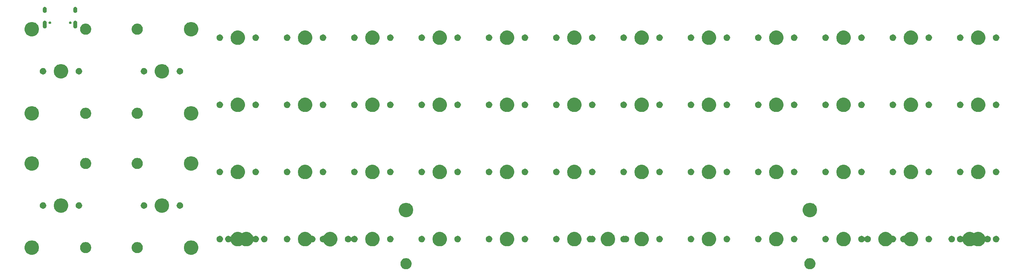
<source format=gts>
G04 #@! TF.GenerationSoftware,KiCad,Pcbnew,(5.1.5)-3*
G04 #@! TF.CreationDate,2020-03-22T13:45:32-07:00*
G04 #@! TF.ProjectId,EUISOpcb,45554953-4f70-4636-922e-6b696361645f,rev?*
G04 #@! TF.SameCoordinates,Original*
G04 #@! TF.FileFunction,Soldermask,Top*
G04 #@! TF.FilePolarity,Negative*
%FSLAX46Y46*%
G04 Gerber Fmt 4.6, Leading zero omitted, Abs format (unit mm)*
G04 Created by KiCad (PCBNEW (5.1.5)-3) date 2020-03-22 13:45:32*
%MOMM*%
%LPD*%
G04 APERTURE LIST*
%ADD10C,0.100000*%
G04 APERTURE END LIST*
D10*
G36*
X231320267Y-126979263D02*
G01*
X231472411Y-127009526D01*
X231591137Y-127058704D01*
X231759041Y-127128252D01*
X231759042Y-127128253D01*
X232017004Y-127300617D01*
X232236383Y-127519996D01*
X232351553Y-127692361D01*
X232408748Y-127777959D01*
X232527474Y-128064590D01*
X232588000Y-128368875D01*
X232588000Y-128679125D01*
X232527474Y-128983410D01*
X232408748Y-129270041D01*
X232408747Y-129270042D01*
X232236383Y-129528004D01*
X232017004Y-129747383D01*
X231844639Y-129862553D01*
X231759041Y-129919748D01*
X231591137Y-129989296D01*
X231472411Y-130038474D01*
X231320267Y-130068737D01*
X231168125Y-130099000D01*
X230857875Y-130099000D01*
X230705733Y-130068737D01*
X230553589Y-130038474D01*
X230434863Y-129989296D01*
X230266959Y-129919748D01*
X230181361Y-129862553D01*
X230008996Y-129747383D01*
X229789617Y-129528004D01*
X229617253Y-129270042D01*
X229617252Y-129270041D01*
X229498526Y-128983410D01*
X229438000Y-128679125D01*
X229438000Y-128368875D01*
X229498526Y-128064590D01*
X229617252Y-127777959D01*
X229674447Y-127692361D01*
X229789617Y-127519996D01*
X230008996Y-127300617D01*
X230266958Y-127128253D01*
X230266959Y-127128252D01*
X230434863Y-127058704D01*
X230553589Y-127009526D01*
X230705733Y-126979263D01*
X230857875Y-126949000D01*
X231168125Y-126949000D01*
X231320267Y-126979263D01*
G37*
G36*
X117020267Y-126979263D02*
G01*
X117172411Y-127009526D01*
X117291137Y-127058704D01*
X117459041Y-127128252D01*
X117459042Y-127128253D01*
X117717004Y-127300617D01*
X117936383Y-127519996D01*
X118051553Y-127692361D01*
X118108748Y-127777959D01*
X118227474Y-128064590D01*
X118288000Y-128368875D01*
X118288000Y-128679125D01*
X118227474Y-128983410D01*
X118108748Y-129270041D01*
X118108747Y-129270042D01*
X117936383Y-129528004D01*
X117717004Y-129747383D01*
X117544639Y-129862553D01*
X117459041Y-129919748D01*
X117291137Y-129989296D01*
X117172411Y-130038474D01*
X117020267Y-130068737D01*
X116868125Y-130099000D01*
X116557875Y-130099000D01*
X116405733Y-130068737D01*
X116253589Y-130038474D01*
X116134863Y-129989296D01*
X115966959Y-129919748D01*
X115881361Y-129862553D01*
X115708996Y-129747383D01*
X115489617Y-129528004D01*
X115317253Y-129270042D01*
X115317252Y-129270041D01*
X115198526Y-128983410D01*
X115138000Y-128679125D01*
X115138000Y-128368875D01*
X115198526Y-128064590D01*
X115317252Y-127777959D01*
X115374447Y-127692361D01*
X115489617Y-127519996D01*
X115708996Y-127300617D01*
X115966958Y-127128253D01*
X115966959Y-127128252D01*
X116134863Y-127058704D01*
X116253589Y-127009526D01*
X116405733Y-126979263D01*
X116557875Y-126949000D01*
X116868125Y-126949000D01*
X117020267Y-126979263D01*
G37*
G36*
X11391474Y-121985684D02*
G01*
X11561299Y-122056028D01*
X11763623Y-122139833D01*
X12098548Y-122363623D01*
X12383377Y-122648452D01*
X12607167Y-122983377D01*
X12607167Y-122983378D01*
X12761316Y-123355526D01*
X12839900Y-123750594D01*
X12839900Y-124153406D01*
X12761316Y-124548474D01*
X12699363Y-124698041D01*
X12607167Y-124920623D01*
X12383377Y-125255548D01*
X12098548Y-125540377D01*
X11763623Y-125764167D01*
X11609474Y-125828017D01*
X11391474Y-125918316D01*
X10996406Y-125996900D01*
X10593594Y-125996900D01*
X10198526Y-125918316D01*
X9980526Y-125828017D01*
X9826377Y-125764167D01*
X9491452Y-125540377D01*
X9206623Y-125255548D01*
X8982833Y-124920623D01*
X8890637Y-124698041D01*
X8828684Y-124548474D01*
X8750100Y-124153406D01*
X8750100Y-123750594D01*
X8828684Y-123355526D01*
X8982833Y-122983378D01*
X8982833Y-122983377D01*
X9206623Y-122648452D01*
X9491452Y-122363623D01*
X9826377Y-122139833D01*
X10028701Y-122056028D01*
X10198526Y-121985684D01*
X10593594Y-121907100D01*
X10996406Y-121907100D01*
X11391474Y-121985684D01*
G37*
G36*
X56476474Y-121985684D02*
G01*
X56646299Y-122056028D01*
X56848623Y-122139833D01*
X57183548Y-122363623D01*
X57468377Y-122648452D01*
X57692167Y-122983377D01*
X57692167Y-122983378D01*
X57846316Y-123355526D01*
X57924900Y-123750594D01*
X57924900Y-124153406D01*
X57846316Y-124548474D01*
X57784363Y-124698041D01*
X57692167Y-124920623D01*
X57468377Y-125255548D01*
X57183548Y-125540377D01*
X56848623Y-125764167D01*
X56694474Y-125828017D01*
X56476474Y-125918316D01*
X56081406Y-125996900D01*
X55678594Y-125996900D01*
X55283526Y-125918316D01*
X55065526Y-125828017D01*
X54911377Y-125764167D01*
X54576452Y-125540377D01*
X54291623Y-125255548D01*
X54067833Y-124920623D01*
X53975637Y-124698041D01*
X53913684Y-124548474D01*
X53835100Y-124153406D01*
X53835100Y-123750594D01*
X53913684Y-123355526D01*
X54067833Y-122983378D01*
X54067833Y-122983377D01*
X54291623Y-122648452D01*
X54576452Y-122363623D01*
X54911377Y-122139833D01*
X55113701Y-122056028D01*
X55283526Y-121985684D01*
X55678594Y-121907100D01*
X56081406Y-121907100D01*
X56476474Y-121985684D01*
G37*
G36*
X26342267Y-122407263D02*
G01*
X26494411Y-122437526D01*
X26577638Y-122472000D01*
X26781041Y-122556252D01*
X26781042Y-122556253D01*
X27039004Y-122728617D01*
X27258383Y-122947996D01*
X27282024Y-122983378D01*
X27430748Y-123205959D01*
X27444278Y-123238624D01*
X27549474Y-123492589D01*
X27553398Y-123512315D01*
X27610000Y-123796875D01*
X27610000Y-124107125D01*
X27549474Y-124411410D01*
X27430748Y-124698041D01*
X27430747Y-124698042D01*
X27258383Y-124956004D01*
X27039004Y-125175383D01*
X26919028Y-125255548D01*
X26781041Y-125347748D01*
X26613137Y-125417296D01*
X26494411Y-125466474D01*
X26342267Y-125496737D01*
X26190125Y-125527000D01*
X25879875Y-125527000D01*
X25727733Y-125496737D01*
X25575589Y-125466474D01*
X25456863Y-125417296D01*
X25288959Y-125347748D01*
X25150972Y-125255548D01*
X25030996Y-125175383D01*
X24811617Y-124956004D01*
X24639253Y-124698042D01*
X24639252Y-124698041D01*
X24520526Y-124411410D01*
X24460000Y-124107125D01*
X24460000Y-123796875D01*
X24516602Y-123512315D01*
X24520526Y-123492589D01*
X24625722Y-123238624D01*
X24639252Y-123205959D01*
X24787976Y-122983378D01*
X24811617Y-122947996D01*
X25030996Y-122728617D01*
X25288958Y-122556253D01*
X25288959Y-122556252D01*
X25492362Y-122472000D01*
X25575589Y-122437526D01*
X25727733Y-122407263D01*
X25879875Y-122377000D01*
X26190125Y-122377000D01*
X26342267Y-122407263D01*
G37*
G36*
X40947267Y-122407263D02*
G01*
X41099411Y-122437526D01*
X41182638Y-122472000D01*
X41386041Y-122556252D01*
X41386042Y-122556253D01*
X41644004Y-122728617D01*
X41863383Y-122947996D01*
X41887024Y-122983378D01*
X42035748Y-123205959D01*
X42049278Y-123238624D01*
X42154474Y-123492589D01*
X42158398Y-123512315D01*
X42215000Y-123796875D01*
X42215000Y-124107125D01*
X42154474Y-124411410D01*
X42035748Y-124698041D01*
X42035747Y-124698042D01*
X41863383Y-124956004D01*
X41644004Y-125175383D01*
X41524028Y-125255548D01*
X41386041Y-125347748D01*
X41218137Y-125417296D01*
X41099411Y-125466474D01*
X40947267Y-125496737D01*
X40795125Y-125527000D01*
X40484875Y-125527000D01*
X40332733Y-125496737D01*
X40180589Y-125466474D01*
X40061863Y-125417296D01*
X39893959Y-125347748D01*
X39755972Y-125255548D01*
X39635996Y-125175383D01*
X39416617Y-124956004D01*
X39244253Y-124698042D01*
X39244252Y-124698041D01*
X39125526Y-124411410D01*
X39065000Y-124107125D01*
X39065000Y-123796875D01*
X39121602Y-123512315D01*
X39125526Y-123492589D01*
X39230722Y-123238624D01*
X39244252Y-123205959D01*
X39392976Y-122983378D01*
X39416617Y-122947996D01*
X39635996Y-122728617D01*
X39893958Y-122556253D01*
X39893959Y-122556252D01*
X40097362Y-122472000D01*
X40180589Y-122437526D01*
X40332733Y-122407263D01*
X40484875Y-122377000D01*
X40795125Y-122377000D01*
X40947267Y-122407263D01*
G37*
G36*
X95846474Y-119579684D02*
G01*
X96064474Y-119669983D01*
X96218623Y-119733833D01*
X96553548Y-119957623D01*
X96838377Y-120242452D01*
X97062167Y-120577377D01*
X97094562Y-120655586D01*
X97216316Y-120949526D01*
X97294900Y-121344594D01*
X97294900Y-121747406D01*
X97216316Y-122142474D01*
X97165451Y-122265272D01*
X97062167Y-122514623D01*
X96838377Y-122849548D01*
X96553548Y-123134377D01*
X96218623Y-123358167D01*
X96064474Y-123422017D01*
X95846474Y-123512316D01*
X95451406Y-123590900D01*
X95048594Y-123590900D01*
X94653526Y-123512316D01*
X94435526Y-123422017D01*
X94281377Y-123358167D01*
X93946452Y-123134377D01*
X93661623Y-122849548D01*
X93439872Y-122517675D01*
X93424333Y-122498740D01*
X93405391Y-122483195D01*
X93383780Y-122471644D01*
X93360331Y-122464531D01*
X93335945Y-122462129D01*
X93311557Y-122464532D01*
X93309203Y-122465000D01*
X93126797Y-122465000D01*
X92947896Y-122429415D01*
X92779374Y-122359611D01*
X92627709Y-122258272D01*
X92498728Y-122129291D01*
X92397389Y-121977626D01*
X92327585Y-121809104D01*
X92292000Y-121630203D01*
X92292000Y-121447797D01*
X92327585Y-121268896D01*
X92397389Y-121100374D01*
X92498728Y-120948709D01*
X92627709Y-120819728D01*
X92779374Y-120718389D01*
X92947896Y-120648585D01*
X93126797Y-120613000D01*
X93309203Y-120613000D01*
X93319816Y-120615111D01*
X93344202Y-120617513D01*
X93368588Y-120615111D01*
X93392037Y-120607998D01*
X93413647Y-120596447D01*
X93432589Y-120580902D01*
X93448131Y-120561964D01*
X93661623Y-120242452D01*
X93946452Y-119957623D01*
X94281377Y-119733833D01*
X94435526Y-119669983D01*
X94653526Y-119579684D01*
X95048594Y-119501100D01*
X95451406Y-119501100D01*
X95846474Y-119579684D01*
G37*
G36*
X164934474Y-119572684D02*
G01*
X165152474Y-119662983D01*
X165306623Y-119726833D01*
X165641548Y-119950623D01*
X165926377Y-120235452D01*
X166150167Y-120570377D01*
X166186428Y-120657919D01*
X166304316Y-120942526D01*
X166382900Y-121337594D01*
X166382900Y-121740406D01*
X166304316Y-122135474D01*
X166253451Y-122258272D01*
X166150167Y-122507623D01*
X165926377Y-122842548D01*
X165641548Y-123127377D01*
X165306623Y-123351167D01*
X165289723Y-123358167D01*
X164934474Y-123505316D01*
X164539406Y-123583900D01*
X164136594Y-123583900D01*
X163741526Y-123505316D01*
X163386277Y-123358167D01*
X163369377Y-123351167D01*
X163034452Y-123127377D01*
X162749623Y-122842548D01*
X162525833Y-122507623D01*
X162422549Y-122258272D01*
X162371684Y-122135474D01*
X162293100Y-121740406D01*
X162293100Y-121337594D01*
X162371684Y-120942526D01*
X162489572Y-120657919D01*
X162525833Y-120570377D01*
X162749623Y-120235452D01*
X163034452Y-119950623D01*
X163369377Y-119726833D01*
X163523526Y-119662983D01*
X163741526Y-119572684D01*
X164136594Y-119494100D01*
X164539406Y-119494100D01*
X164934474Y-119572684D01*
G37*
G36*
X183984474Y-119572684D02*
G01*
X184202474Y-119662983D01*
X184356623Y-119726833D01*
X184691548Y-119950623D01*
X184976377Y-120235452D01*
X185200167Y-120570377D01*
X185236428Y-120657919D01*
X185354316Y-120942526D01*
X185432900Y-121337594D01*
X185432900Y-121740406D01*
X185354316Y-122135474D01*
X185303451Y-122258272D01*
X185200167Y-122507623D01*
X184976377Y-122842548D01*
X184691548Y-123127377D01*
X184356623Y-123351167D01*
X184339723Y-123358167D01*
X183984474Y-123505316D01*
X183589406Y-123583900D01*
X183186594Y-123583900D01*
X182791526Y-123505316D01*
X182436277Y-123358167D01*
X182419377Y-123351167D01*
X182084452Y-123127377D01*
X181799623Y-122842548D01*
X181575833Y-122507623D01*
X181472549Y-122258272D01*
X181421684Y-122135474D01*
X181343100Y-121740406D01*
X181343100Y-121337594D01*
X181421684Y-120942526D01*
X181539572Y-120657919D01*
X181575833Y-120570377D01*
X181799623Y-120235452D01*
X182084452Y-119950623D01*
X182419377Y-119726833D01*
X182573526Y-119662983D01*
X182791526Y-119572684D01*
X183186594Y-119494100D01*
X183589406Y-119494100D01*
X183984474Y-119572684D01*
G37*
G36*
X88734474Y-119572684D02*
G01*
X88952474Y-119662983D01*
X89106623Y-119726833D01*
X89441548Y-119950623D01*
X89726377Y-120235452D01*
X89948128Y-120567325D01*
X89963667Y-120586260D01*
X89982609Y-120601805D01*
X90004220Y-120613356D01*
X90027669Y-120620469D01*
X90052055Y-120622871D01*
X90076443Y-120620468D01*
X90078797Y-120620000D01*
X90261203Y-120620000D01*
X90440104Y-120655585D01*
X90608626Y-120725389D01*
X90760291Y-120826728D01*
X90889272Y-120955709D01*
X90990611Y-121107374D01*
X91060415Y-121275896D01*
X91096000Y-121454797D01*
X91096000Y-121637203D01*
X91060415Y-121816104D01*
X90990611Y-121984626D01*
X90889272Y-122136291D01*
X90760291Y-122265272D01*
X90608626Y-122366611D01*
X90440104Y-122436415D01*
X90261203Y-122472000D01*
X90078797Y-122472000D01*
X90068184Y-122469889D01*
X90043798Y-122467487D01*
X90019412Y-122469889D01*
X89995963Y-122477002D01*
X89974353Y-122488553D01*
X89955411Y-122504098D01*
X89939869Y-122523036D01*
X89726377Y-122842548D01*
X89441548Y-123127377D01*
X89106623Y-123351167D01*
X89089723Y-123358167D01*
X88734474Y-123505316D01*
X88339406Y-123583900D01*
X87936594Y-123583900D01*
X87541526Y-123505316D01*
X87186277Y-123358167D01*
X87169377Y-123351167D01*
X86834452Y-123127377D01*
X86549623Y-122842548D01*
X86325833Y-122507623D01*
X86222549Y-122258272D01*
X86171684Y-122135474D01*
X86093100Y-121740406D01*
X86093100Y-121337594D01*
X86171684Y-120942526D01*
X86289572Y-120657919D01*
X86325833Y-120570377D01*
X86549623Y-120235452D01*
X86834452Y-119950623D01*
X87169377Y-119726833D01*
X87323526Y-119662983D01*
X87541526Y-119572684D01*
X87936594Y-119494100D01*
X88339406Y-119494100D01*
X88734474Y-119572684D01*
G37*
G36*
X69684474Y-119572684D02*
G01*
X69902474Y-119662983D01*
X70056623Y-119726833D01*
X70225060Y-119839379D01*
X70246665Y-119850927D01*
X70270114Y-119858040D01*
X70294500Y-119860442D01*
X70318886Y-119858040D01*
X70342335Y-119850927D01*
X70363940Y-119839379D01*
X70532377Y-119726833D01*
X70686526Y-119662983D01*
X70904526Y-119572684D01*
X71299594Y-119494100D01*
X71702406Y-119494100D01*
X72097474Y-119572684D01*
X72315474Y-119662983D01*
X72469623Y-119726833D01*
X72804548Y-119950623D01*
X73089377Y-120235452D01*
X73313167Y-120570377D01*
X73349428Y-120657919D01*
X73393121Y-120763403D01*
X73404672Y-120785014D01*
X73420217Y-120803956D01*
X73439159Y-120819501D01*
X73460770Y-120831052D01*
X73484219Y-120838165D01*
X73508605Y-120840567D01*
X73532991Y-120838165D01*
X73556440Y-120831052D01*
X73578040Y-120819507D01*
X73729374Y-120718389D01*
X73897896Y-120648585D01*
X74076797Y-120613000D01*
X74259203Y-120613000D01*
X74438104Y-120648585D01*
X74606626Y-120718389D01*
X74758291Y-120819728D01*
X74887272Y-120948709D01*
X74988611Y-121100374D01*
X75058415Y-121268896D01*
X75094000Y-121447797D01*
X75094000Y-121630203D01*
X75058415Y-121809104D01*
X74988611Y-121977626D01*
X74887272Y-122129291D01*
X74758291Y-122258272D01*
X74606626Y-122359611D01*
X74438104Y-122429415D01*
X74259203Y-122465000D01*
X74076797Y-122465000D01*
X73897896Y-122429415D01*
X73729374Y-122359611D01*
X73578040Y-122258493D01*
X73556440Y-122246948D01*
X73532991Y-122239835D01*
X73508605Y-122237433D01*
X73484219Y-122239835D01*
X73460770Y-122246948D01*
X73439159Y-122258499D01*
X73420217Y-122274044D01*
X73404672Y-122292986D01*
X73393121Y-122314597D01*
X73371576Y-122366611D01*
X73313167Y-122507623D01*
X73089377Y-122842548D01*
X72804548Y-123127377D01*
X72469623Y-123351167D01*
X72452723Y-123358167D01*
X72097474Y-123505316D01*
X71702406Y-123583900D01*
X71299594Y-123583900D01*
X70904526Y-123505316D01*
X70549277Y-123358167D01*
X70532377Y-123351167D01*
X70363940Y-123238621D01*
X70342335Y-123227073D01*
X70318886Y-123219960D01*
X70294500Y-123217558D01*
X70270114Y-123219960D01*
X70246665Y-123227073D01*
X70225060Y-123238621D01*
X70056623Y-123351167D01*
X70039723Y-123358167D01*
X69684474Y-123505316D01*
X69289406Y-123583900D01*
X68886594Y-123583900D01*
X68491526Y-123505316D01*
X68136277Y-123358167D01*
X68119377Y-123351167D01*
X67784452Y-123127377D01*
X67499623Y-122842548D01*
X67275833Y-122507623D01*
X67217424Y-122366611D01*
X67195879Y-122314597D01*
X67184328Y-122292986D01*
X67168783Y-122274044D01*
X67149841Y-122258499D01*
X67128230Y-122246948D01*
X67104781Y-122239835D01*
X67080395Y-122237433D01*
X67056009Y-122239835D01*
X67032560Y-122246948D01*
X67010960Y-122258493D01*
X66859626Y-122359611D01*
X66691104Y-122429415D01*
X66512203Y-122465000D01*
X66329797Y-122465000D01*
X66150896Y-122429415D01*
X65982374Y-122359611D01*
X65830709Y-122258272D01*
X65701728Y-122129291D01*
X65600389Y-121977626D01*
X65530585Y-121809104D01*
X65495000Y-121630203D01*
X65495000Y-121447797D01*
X65530585Y-121268896D01*
X65600389Y-121100374D01*
X65701728Y-120948709D01*
X65830709Y-120819728D01*
X65982374Y-120718389D01*
X66150896Y-120648585D01*
X66329797Y-120613000D01*
X66512203Y-120613000D01*
X66691104Y-120648585D01*
X66859626Y-120718389D01*
X67010960Y-120819507D01*
X67032560Y-120831052D01*
X67056009Y-120838165D01*
X67080395Y-120840567D01*
X67104781Y-120838165D01*
X67128230Y-120831052D01*
X67149841Y-120819501D01*
X67168783Y-120803956D01*
X67184328Y-120785014D01*
X67195879Y-120763403D01*
X67239572Y-120657919D01*
X67275833Y-120570377D01*
X67499623Y-120235452D01*
X67784452Y-119950623D01*
X68119377Y-119726833D01*
X68273526Y-119662983D01*
X68491526Y-119572684D01*
X68886594Y-119494100D01*
X69289406Y-119494100D01*
X69684474Y-119572684D01*
G37*
G36*
X253013474Y-119572684D02*
G01*
X253231474Y-119662983D01*
X253385623Y-119726833D01*
X253720548Y-119950623D01*
X254005377Y-120235452D01*
X254229167Y-120570377D01*
X254229167Y-120570378D01*
X254229915Y-120571498D01*
X254245460Y-120590440D01*
X254264402Y-120605985D01*
X254286013Y-120617536D01*
X254309462Y-120624649D01*
X254333848Y-120627051D01*
X254358231Y-120624649D01*
X254416797Y-120613000D01*
X254599203Y-120613000D01*
X254778104Y-120648585D01*
X254946626Y-120718389D01*
X255098291Y-120819728D01*
X255227272Y-120948709D01*
X255328611Y-121100374D01*
X255398415Y-121268896D01*
X255434000Y-121447797D01*
X255434000Y-121630203D01*
X255398415Y-121809104D01*
X255328611Y-121977626D01*
X255227272Y-122129291D01*
X255098291Y-122258272D01*
X254946626Y-122359611D01*
X254778104Y-122429415D01*
X254599203Y-122465000D01*
X254416797Y-122465000D01*
X254358231Y-122453351D01*
X254333848Y-122450949D01*
X254309462Y-122453351D01*
X254286013Y-122460464D01*
X254264403Y-122472015D01*
X254245461Y-122487560D01*
X254229915Y-122506502D01*
X254229169Y-122507619D01*
X254229167Y-122507623D01*
X254005377Y-122842548D01*
X253720548Y-123127377D01*
X253385623Y-123351167D01*
X253368723Y-123358167D01*
X253013474Y-123505316D01*
X252618406Y-123583900D01*
X252215594Y-123583900D01*
X251820526Y-123505316D01*
X251465277Y-123358167D01*
X251448377Y-123351167D01*
X251113452Y-123127377D01*
X250828623Y-122842548D01*
X250604833Y-122507623D01*
X250501549Y-122258272D01*
X250450684Y-122135474D01*
X250372100Y-121740406D01*
X250372100Y-121337594D01*
X250450684Y-120942526D01*
X250568572Y-120657919D01*
X250604833Y-120570377D01*
X250828623Y-120235452D01*
X251113452Y-119950623D01*
X251448377Y-119726833D01*
X251602526Y-119662983D01*
X251820526Y-119572684D01*
X252215594Y-119494100D01*
X252618406Y-119494100D01*
X253013474Y-119572684D01*
G37*
G36*
X174459474Y-119572684D02*
G01*
X174677474Y-119662983D01*
X174831623Y-119726833D01*
X175166548Y-119950623D01*
X175451377Y-120235452D01*
X175675167Y-120570377D01*
X175711428Y-120657919D01*
X175829316Y-120942526D01*
X175907900Y-121337594D01*
X175907900Y-121740406D01*
X175829316Y-122135474D01*
X175778451Y-122258272D01*
X175675167Y-122507623D01*
X175451377Y-122842548D01*
X175166548Y-123127377D01*
X174831623Y-123351167D01*
X174814723Y-123358167D01*
X174459474Y-123505316D01*
X174064406Y-123583900D01*
X173661594Y-123583900D01*
X173266526Y-123505316D01*
X172911277Y-123358167D01*
X172894377Y-123351167D01*
X172559452Y-123127377D01*
X172274623Y-122842548D01*
X172050833Y-122507623D01*
X171947549Y-122258272D01*
X171896684Y-122135474D01*
X171818100Y-121740406D01*
X171818100Y-121337594D01*
X171896684Y-120942526D01*
X172014572Y-120657919D01*
X172050833Y-120570377D01*
X172274623Y-120235452D01*
X172559452Y-119950623D01*
X172894377Y-119726833D01*
X173048526Y-119662983D01*
X173266526Y-119572684D01*
X173661594Y-119494100D01*
X174064406Y-119494100D01*
X174459474Y-119572684D01*
G37*
G36*
X260184474Y-119572684D02*
G01*
X260402474Y-119662983D01*
X260556623Y-119726833D01*
X260891548Y-119950623D01*
X261176377Y-120235452D01*
X261400167Y-120570377D01*
X261436428Y-120657919D01*
X261554316Y-120942526D01*
X261632900Y-121337594D01*
X261632900Y-121740406D01*
X261554316Y-122135474D01*
X261503451Y-122258272D01*
X261400167Y-122507623D01*
X261176377Y-122842548D01*
X260891548Y-123127377D01*
X260556623Y-123351167D01*
X260539723Y-123358167D01*
X260184474Y-123505316D01*
X259789406Y-123583900D01*
X259386594Y-123583900D01*
X258991526Y-123505316D01*
X258636277Y-123358167D01*
X258619377Y-123351167D01*
X258284452Y-123127377D01*
X257999623Y-122842548D01*
X257775833Y-122507623D01*
X257775831Y-122507619D01*
X257775085Y-122506502D01*
X257759540Y-122487560D01*
X257740598Y-122472015D01*
X257718987Y-122460464D01*
X257695538Y-122453351D01*
X257671152Y-122450949D01*
X257646769Y-122453351D01*
X257588203Y-122465000D01*
X257405797Y-122465000D01*
X257226896Y-122429415D01*
X257058374Y-122359611D01*
X256906709Y-122258272D01*
X256777728Y-122129291D01*
X256676389Y-121977626D01*
X256606585Y-121809104D01*
X256571000Y-121630203D01*
X256571000Y-121447797D01*
X256606585Y-121268896D01*
X256676389Y-121100374D01*
X256777728Y-120948709D01*
X256906709Y-120819728D01*
X257058374Y-120718389D01*
X257226896Y-120648585D01*
X257405797Y-120613000D01*
X257588203Y-120613000D01*
X257646769Y-120624649D01*
X257671152Y-120627051D01*
X257695538Y-120624649D01*
X257718987Y-120617536D01*
X257740597Y-120605985D01*
X257759539Y-120590440D01*
X257775085Y-120571498D01*
X257775833Y-120570378D01*
X257775833Y-120570377D01*
X257999623Y-120235452D01*
X258284452Y-119950623D01*
X258619377Y-119726833D01*
X258773526Y-119662983D01*
X258991526Y-119572684D01*
X259386594Y-119494100D01*
X259789406Y-119494100D01*
X260184474Y-119572684D01*
G37*
G36*
X241134474Y-119572684D02*
G01*
X241352474Y-119662983D01*
X241506623Y-119726833D01*
X241841548Y-119950623D01*
X242126377Y-120235452D01*
X242350167Y-120570377D01*
X242386428Y-120657919D01*
X242504316Y-120942526D01*
X242582900Y-121337594D01*
X242582900Y-121740406D01*
X242504316Y-122135474D01*
X242453451Y-122258272D01*
X242350167Y-122507623D01*
X242126377Y-122842548D01*
X241841548Y-123127377D01*
X241506623Y-123351167D01*
X241489723Y-123358167D01*
X241134474Y-123505316D01*
X240739406Y-123583900D01*
X240336594Y-123583900D01*
X239941526Y-123505316D01*
X239586277Y-123358167D01*
X239569377Y-123351167D01*
X239234452Y-123127377D01*
X238949623Y-122842548D01*
X238725833Y-122507623D01*
X238622549Y-122258272D01*
X238571684Y-122135474D01*
X238493100Y-121740406D01*
X238493100Y-121337594D01*
X238571684Y-120942526D01*
X238689572Y-120657919D01*
X238725833Y-120570377D01*
X238949623Y-120235452D01*
X239234452Y-119950623D01*
X239569377Y-119726833D01*
X239723526Y-119662983D01*
X239941526Y-119572684D01*
X240336594Y-119494100D01*
X240739406Y-119494100D01*
X241134474Y-119572684D01*
G37*
G36*
X222084474Y-119572684D02*
G01*
X222302474Y-119662983D01*
X222456623Y-119726833D01*
X222791548Y-119950623D01*
X223076377Y-120235452D01*
X223300167Y-120570377D01*
X223336428Y-120657919D01*
X223454316Y-120942526D01*
X223532900Y-121337594D01*
X223532900Y-121740406D01*
X223454316Y-122135474D01*
X223403451Y-122258272D01*
X223300167Y-122507623D01*
X223076377Y-122842548D01*
X222791548Y-123127377D01*
X222456623Y-123351167D01*
X222439723Y-123358167D01*
X222084474Y-123505316D01*
X221689406Y-123583900D01*
X221286594Y-123583900D01*
X220891526Y-123505316D01*
X220536277Y-123358167D01*
X220519377Y-123351167D01*
X220184452Y-123127377D01*
X219899623Y-122842548D01*
X219675833Y-122507623D01*
X219572549Y-122258272D01*
X219521684Y-122135474D01*
X219443100Y-121740406D01*
X219443100Y-121337594D01*
X219521684Y-120942526D01*
X219639572Y-120657919D01*
X219675833Y-120570377D01*
X219899623Y-120235452D01*
X220184452Y-119950623D01*
X220519377Y-119726833D01*
X220673526Y-119662983D01*
X220891526Y-119572684D01*
X221286594Y-119494100D01*
X221689406Y-119494100D01*
X222084474Y-119572684D01*
G37*
G36*
X203034474Y-119572684D02*
G01*
X203252474Y-119662983D01*
X203406623Y-119726833D01*
X203741548Y-119950623D01*
X204026377Y-120235452D01*
X204250167Y-120570377D01*
X204286428Y-120657919D01*
X204404316Y-120942526D01*
X204482900Y-121337594D01*
X204482900Y-121740406D01*
X204404316Y-122135474D01*
X204353451Y-122258272D01*
X204250167Y-122507623D01*
X204026377Y-122842548D01*
X203741548Y-123127377D01*
X203406623Y-123351167D01*
X203389723Y-123358167D01*
X203034474Y-123505316D01*
X202639406Y-123583900D01*
X202236594Y-123583900D01*
X201841526Y-123505316D01*
X201486277Y-123358167D01*
X201469377Y-123351167D01*
X201134452Y-123127377D01*
X200849623Y-122842548D01*
X200625833Y-122507623D01*
X200522549Y-122258272D01*
X200471684Y-122135474D01*
X200393100Y-121740406D01*
X200393100Y-121337594D01*
X200471684Y-120942526D01*
X200589572Y-120657919D01*
X200625833Y-120570377D01*
X200849623Y-120235452D01*
X201134452Y-119950623D01*
X201469377Y-119726833D01*
X201623526Y-119662983D01*
X201841526Y-119572684D01*
X202236594Y-119494100D01*
X202639406Y-119494100D01*
X203034474Y-119572684D01*
G37*
G36*
X126834474Y-119572684D02*
G01*
X127052474Y-119662983D01*
X127206623Y-119726833D01*
X127541548Y-119950623D01*
X127826377Y-120235452D01*
X128050167Y-120570377D01*
X128086428Y-120657919D01*
X128204316Y-120942526D01*
X128282900Y-121337594D01*
X128282900Y-121740406D01*
X128204316Y-122135474D01*
X128153451Y-122258272D01*
X128050167Y-122507623D01*
X127826377Y-122842548D01*
X127541548Y-123127377D01*
X127206623Y-123351167D01*
X127189723Y-123358167D01*
X126834474Y-123505316D01*
X126439406Y-123583900D01*
X126036594Y-123583900D01*
X125641526Y-123505316D01*
X125286277Y-123358167D01*
X125269377Y-123351167D01*
X124934452Y-123127377D01*
X124649623Y-122842548D01*
X124425833Y-122507623D01*
X124322549Y-122258272D01*
X124271684Y-122135474D01*
X124193100Y-121740406D01*
X124193100Y-121337594D01*
X124271684Y-120942526D01*
X124389572Y-120657919D01*
X124425833Y-120570377D01*
X124649623Y-120235452D01*
X124934452Y-119950623D01*
X125269377Y-119726833D01*
X125423526Y-119662983D01*
X125641526Y-119572684D01*
X126036594Y-119494100D01*
X126439406Y-119494100D01*
X126834474Y-119572684D01*
G37*
G36*
X107784474Y-119572684D02*
G01*
X108002474Y-119662983D01*
X108156623Y-119726833D01*
X108491548Y-119950623D01*
X108776377Y-120235452D01*
X109000167Y-120570377D01*
X109036428Y-120657919D01*
X109154316Y-120942526D01*
X109232900Y-121337594D01*
X109232900Y-121740406D01*
X109154316Y-122135474D01*
X109103451Y-122258272D01*
X109000167Y-122507623D01*
X108776377Y-122842548D01*
X108491548Y-123127377D01*
X108156623Y-123351167D01*
X108139723Y-123358167D01*
X107784474Y-123505316D01*
X107389406Y-123583900D01*
X106986594Y-123583900D01*
X106591526Y-123505316D01*
X106236277Y-123358167D01*
X106219377Y-123351167D01*
X105884452Y-123127377D01*
X105599623Y-122842548D01*
X105375833Y-122507623D01*
X105272549Y-122258272D01*
X105221684Y-122135474D01*
X105143100Y-121740406D01*
X105143100Y-121337594D01*
X105221684Y-120942526D01*
X105339572Y-120657919D01*
X105375833Y-120570377D01*
X105599623Y-120235452D01*
X105884452Y-119950623D01*
X106219377Y-119726833D01*
X106373526Y-119662983D01*
X106591526Y-119572684D01*
X106986594Y-119494100D01*
X107389406Y-119494100D01*
X107784474Y-119572684D01*
G37*
G36*
X145884474Y-119572684D02*
G01*
X146102474Y-119662983D01*
X146256623Y-119726833D01*
X146591548Y-119950623D01*
X146876377Y-120235452D01*
X147100167Y-120570377D01*
X147136428Y-120657919D01*
X147254316Y-120942526D01*
X147332900Y-121337594D01*
X147332900Y-121740406D01*
X147254316Y-122135474D01*
X147203451Y-122258272D01*
X147100167Y-122507623D01*
X146876377Y-122842548D01*
X146591548Y-123127377D01*
X146256623Y-123351167D01*
X146239723Y-123358167D01*
X145884474Y-123505316D01*
X145489406Y-123583900D01*
X145086594Y-123583900D01*
X144691526Y-123505316D01*
X144336277Y-123358167D01*
X144319377Y-123351167D01*
X143984452Y-123127377D01*
X143699623Y-122842548D01*
X143475833Y-122507623D01*
X143372549Y-122258272D01*
X143321684Y-122135474D01*
X143243100Y-121740406D01*
X143243100Y-121337594D01*
X143321684Y-120942526D01*
X143439572Y-120657919D01*
X143475833Y-120570377D01*
X143699623Y-120235452D01*
X143984452Y-119950623D01*
X144319377Y-119726833D01*
X144473526Y-119662983D01*
X144691526Y-119572684D01*
X145086594Y-119494100D01*
X145489406Y-119494100D01*
X145884474Y-119572684D01*
G37*
G36*
X276821474Y-119572684D02*
G01*
X277039474Y-119662983D01*
X277193623Y-119726833D01*
X277362060Y-119839379D01*
X277383665Y-119850927D01*
X277407114Y-119858040D01*
X277431500Y-119860442D01*
X277455886Y-119858040D01*
X277479335Y-119850927D01*
X277500940Y-119839379D01*
X277669377Y-119726833D01*
X277823526Y-119662983D01*
X278041526Y-119572684D01*
X278436594Y-119494100D01*
X278839406Y-119494100D01*
X279234474Y-119572684D01*
X279452474Y-119662983D01*
X279606623Y-119726833D01*
X279941548Y-119950623D01*
X280226377Y-120235452D01*
X280450167Y-120570377D01*
X280486428Y-120657919D01*
X280530121Y-120763403D01*
X280541672Y-120785014D01*
X280557217Y-120803956D01*
X280576159Y-120819501D01*
X280597770Y-120831052D01*
X280621219Y-120838165D01*
X280645605Y-120840567D01*
X280669991Y-120838165D01*
X280693440Y-120831052D01*
X280715040Y-120819507D01*
X280866374Y-120718389D01*
X281034896Y-120648585D01*
X281213797Y-120613000D01*
X281396203Y-120613000D01*
X281575104Y-120648585D01*
X281743626Y-120718389D01*
X281895291Y-120819728D01*
X282024272Y-120948709D01*
X282125611Y-121100374D01*
X282195415Y-121268896D01*
X282231000Y-121447797D01*
X282231000Y-121630203D01*
X282195415Y-121809104D01*
X282125611Y-121977626D01*
X282024272Y-122129291D01*
X281895291Y-122258272D01*
X281743626Y-122359611D01*
X281575104Y-122429415D01*
X281396203Y-122465000D01*
X281213797Y-122465000D01*
X281034896Y-122429415D01*
X280866374Y-122359611D01*
X280715040Y-122258493D01*
X280693440Y-122246948D01*
X280669991Y-122239835D01*
X280645605Y-122237433D01*
X280621219Y-122239835D01*
X280597770Y-122246948D01*
X280576159Y-122258499D01*
X280557217Y-122274044D01*
X280541672Y-122292986D01*
X280530121Y-122314597D01*
X280508576Y-122366611D01*
X280450167Y-122507623D01*
X280226377Y-122842548D01*
X279941548Y-123127377D01*
X279606623Y-123351167D01*
X279589723Y-123358167D01*
X279234474Y-123505316D01*
X278839406Y-123583900D01*
X278436594Y-123583900D01*
X278041526Y-123505316D01*
X277686277Y-123358167D01*
X277669377Y-123351167D01*
X277500940Y-123238621D01*
X277479335Y-123227073D01*
X277455886Y-123219960D01*
X277431500Y-123217558D01*
X277407114Y-123219960D01*
X277383665Y-123227073D01*
X277362060Y-123238621D01*
X277193623Y-123351167D01*
X277176723Y-123358167D01*
X276821474Y-123505316D01*
X276426406Y-123583900D01*
X276023594Y-123583900D01*
X275628526Y-123505316D01*
X275273277Y-123358167D01*
X275256377Y-123351167D01*
X274921452Y-123127377D01*
X274636623Y-122842548D01*
X274412833Y-122507623D01*
X274354424Y-122366611D01*
X274332879Y-122314597D01*
X274321328Y-122292986D01*
X274305783Y-122274044D01*
X274286841Y-122258499D01*
X274265230Y-122246948D01*
X274241781Y-122239835D01*
X274217395Y-122237433D01*
X274193009Y-122239835D01*
X274169560Y-122246948D01*
X274147960Y-122258493D01*
X273996626Y-122359611D01*
X273828104Y-122429415D01*
X273649203Y-122465000D01*
X273466797Y-122465000D01*
X273287896Y-122429415D01*
X273119374Y-122359611D01*
X272967709Y-122258272D01*
X272838728Y-122129291D01*
X272737389Y-121977626D01*
X272667585Y-121809104D01*
X272632000Y-121630203D01*
X272632000Y-121447797D01*
X272667585Y-121268896D01*
X272737389Y-121100374D01*
X272838728Y-120948709D01*
X272967709Y-120819728D01*
X273119374Y-120718389D01*
X273287896Y-120648585D01*
X273466797Y-120613000D01*
X273649203Y-120613000D01*
X273828104Y-120648585D01*
X273996626Y-120718389D01*
X274147960Y-120819507D01*
X274169560Y-120831052D01*
X274193009Y-120838165D01*
X274217395Y-120840567D01*
X274241781Y-120838165D01*
X274265230Y-120831052D01*
X274286841Y-120819501D01*
X274305783Y-120803956D01*
X274321328Y-120785014D01*
X274332879Y-120763403D01*
X274376572Y-120657919D01*
X274412833Y-120570377D01*
X274636623Y-120235452D01*
X274921452Y-119950623D01*
X275256377Y-119726833D01*
X275410526Y-119662983D01*
X275628526Y-119572684D01*
X276023594Y-119494100D01*
X276426406Y-119494100D01*
X276821474Y-119572684D01*
G37*
G36*
X102378104Y-120648585D02*
G01*
X102546626Y-120718389D01*
X102698291Y-120819728D01*
X102827272Y-120948709D01*
X102928611Y-121100374D01*
X102998415Y-121268896D01*
X103034000Y-121447797D01*
X103034000Y-121630203D01*
X102998415Y-121809104D01*
X102928611Y-121977626D01*
X102827272Y-122129291D01*
X102698291Y-122258272D01*
X102546626Y-122359611D01*
X102378104Y-122429415D01*
X102199203Y-122465000D01*
X102016797Y-122465000D01*
X101837896Y-122429415D01*
X101669374Y-122359611D01*
X101517709Y-122258272D01*
X101388728Y-122129291D01*
X101325264Y-122034311D01*
X101309727Y-122015378D01*
X101290785Y-121999833D01*
X101269174Y-121988282D01*
X101245725Y-121981169D01*
X101221339Y-121978767D01*
X101196953Y-121981169D01*
X101173504Y-121988282D01*
X101151893Y-121999833D01*
X101132951Y-122015378D01*
X101117409Y-122034316D01*
X101049272Y-122136291D01*
X100920291Y-122265272D01*
X100768626Y-122366611D01*
X100600104Y-122436415D01*
X100421203Y-122472000D01*
X100238797Y-122472000D01*
X100059896Y-122436415D01*
X99891374Y-122366611D01*
X99739709Y-122265272D01*
X99610728Y-122136291D01*
X99509389Y-121984626D01*
X99439585Y-121816104D01*
X99404000Y-121637203D01*
X99404000Y-121454797D01*
X99439585Y-121275896D01*
X99509389Y-121107374D01*
X99610728Y-120955709D01*
X99739709Y-120826728D01*
X99891374Y-120725389D01*
X100059896Y-120655585D01*
X100238797Y-120620000D01*
X100421203Y-120620000D01*
X100600104Y-120655585D01*
X100768626Y-120725389D01*
X100920291Y-120826728D01*
X101049272Y-120955709D01*
X101112736Y-121050689D01*
X101128273Y-121069622D01*
X101147215Y-121085167D01*
X101168826Y-121096718D01*
X101192275Y-121103831D01*
X101216661Y-121106233D01*
X101241047Y-121103831D01*
X101264496Y-121096718D01*
X101286107Y-121085167D01*
X101305049Y-121069622D01*
X101320591Y-121050684D01*
X101388728Y-120948709D01*
X101517709Y-120819728D01*
X101669374Y-120718389D01*
X101837896Y-120648585D01*
X102016797Y-120613000D01*
X102199203Y-120613000D01*
X102378104Y-120648585D01*
G37*
G36*
X169053104Y-120648585D02*
G01*
X169053110Y-120648588D01*
X169053565Y-120648678D01*
X169076118Y-120655518D01*
X169100504Y-120657919D01*
X169124890Y-120655516D01*
X169147435Y-120648678D01*
X169147890Y-120648588D01*
X169147896Y-120648585D01*
X169326797Y-120613000D01*
X169509203Y-120613000D01*
X169688104Y-120648585D01*
X169856626Y-120718389D01*
X170008291Y-120819728D01*
X170137272Y-120948709D01*
X170238611Y-121100374D01*
X170308415Y-121268896D01*
X170344000Y-121447797D01*
X170344000Y-121630203D01*
X170308415Y-121809104D01*
X170238611Y-121977626D01*
X170137272Y-122129291D01*
X170008291Y-122258272D01*
X169856626Y-122359611D01*
X169688104Y-122429415D01*
X169509203Y-122465000D01*
X169326797Y-122465000D01*
X169147896Y-122429415D01*
X169147890Y-122429412D01*
X169147435Y-122429322D01*
X169124882Y-122422482D01*
X169100496Y-122420081D01*
X169076110Y-122422484D01*
X169053565Y-122429322D01*
X169053110Y-122429412D01*
X169053104Y-122429415D01*
X168874203Y-122465000D01*
X168691797Y-122465000D01*
X168512896Y-122429415D01*
X168344374Y-122359611D01*
X168192709Y-122258272D01*
X168063728Y-122129291D01*
X167962389Y-121977626D01*
X167892585Y-121809104D01*
X167857000Y-121630203D01*
X167857000Y-121447797D01*
X167892585Y-121268896D01*
X167962389Y-121100374D01*
X168063728Y-120948709D01*
X168192709Y-120819728D01*
X168344374Y-120718389D01*
X168512896Y-120648585D01*
X168691797Y-120613000D01*
X168874203Y-120613000D01*
X169053104Y-120648585D01*
G37*
G36*
X159528104Y-120648585D02*
G01*
X159696626Y-120718389D01*
X159848291Y-120819728D01*
X159977272Y-120948709D01*
X160078611Y-121100374D01*
X160148415Y-121268896D01*
X160184000Y-121447797D01*
X160184000Y-121630203D01*
X160148415Y-121809104D01*
X160078611Y-121977626D01*
X159977272Y-122129291D01*
X159848291Y-122258272D01*
X159696626Y-122359611D01*
X159528104Y-122429415D01*
X159349203Y-122465000D01*
X159166797Y-122465000D01*
X158987896Y-122429415D01*
X158819374Y-122359611D01*
X158667709Y-122258272D01*
X158538728Y-122129291D01*
X158437389Y-121977626D01*
X158367585Y-121809104D01*
X158332000Y-121630203D01*
X158332000Y-121447797D01*
X158367585Y-121268896D01*
X158437389Y-121100374D01*
X158538728Y-120948709D01*
X158667709Y-120819728D01*
X158819374Y-120718389D01*
X158987896Y-120648585D01*
X159166797Y-120613000D01*
X159349203Y-120613000D01*
X159528104Y-120648585D01*
G37*
G36*
X140478104Y-120648585D02*
G01*
X140646626Y-120718389D01*
X140798291Y-120819728D01*
X140927272Y-120948709D01*
X141028611Y-121100374D01*
X141098415Y-121268896D01*
X141134000Y-121447797D01*
X141134000Y-121630203D01*
X141098415Y-121809104D01*
X141028611Y-121977626D01*
X140927272Y-122129291D01*
X140798291Y-122258272D01*
X140646626Y-122359611D01*
X140478104Y-122429415D01*
X140299203Y-122465000D01*
X140116797Y-122465000D01*
X139937896Y-122429415D01*
X139769374Y-122359611D01*
X139617709Y-122258272D01*
X139488728Y-122129291D01*
X139387389Y-121977626D01*
X139317585Y-121809104D01*
X139282000Y-121630203D01*
X139282000Y-121447797D01*
X139317585Y-121268896D01*
X139387389Y-121100374D01*
X139488728Y-120948709D01*
X139617709Y-120819728D01*
X139769374Y-120718389D01*
X139937896Y-120648585D01*
X140116797Y-120613000D01*
X140299203Y-120613000D01*
X140478104Y-120648585D01*
G37*
G36*
X150638104Y-120648585D02*
G01*
X150806626Y-120718389D01*
X150958291Y-120819728D01*
X151087272Y-120948709D01*
X151188611Y-121100374D01*
X151258415Y-121268896D01*
X151294000Y-121447797D01*
X151294000Y-121630203D01*
X151258415Y-121809104D01*
X151188611Y-121977626D01*
X151087272Y-122129291D01*
X150958291Y-122258272D01*
X150806626Y-122359611D01*
X150638104Y-122429415D01*
X150459203Y-122465000D01*
X150276797Y-122465000D01*
X150097896Y-122429415D01*
X149929374Y-122359611D01*
X149777709Y-122258272D01*
X149648728Y-122129291D01*
X149547389Y-121977626D01*
X149477585Y-121809104D01*
X149442000Y-121630203D01*
X149442000Y-121447797D01*
X149477585Y-121268896D01*
X149547389Y-121100374D01*
X149648728Y-120948709D01*
X149777709Y-120819728D01*
X149929374Y-120718389D01*
X150097896Y-120648585D01*
X150276797Y-120613000D01*
X150459203Y-120613000D01*
X150638104Y-120648585D01*
G37*
G36*
X245888104Y-120648585D02*
G01*
X246056626Y-120718389D01*
X246208291Y-120819728D01*
X246337272Y-120948709D01*
X246373572Y-121003037D01*
X246389112Y-121021972D01*
X246408054Y-121037518D01*
X246429665Y-121049069D01*
X246453114Y-121056182D01*
X246477500Y-121058584D01*
X246501886Y-121056182D01*
X246525335Y-121049069D01*
X246546945Y-121037518D01*
X246565887Y-121021973D01*
X246581428Y-121003037D01*
X246617728Y-120948709D01*
X246746709Y-120819728D01*
X246898374Y-120718389D01*
X247066896Y-120648585D01*
X247245797Y-120613000D01*
X247428203Y-120613000D01*
X247607104Y-120648585D01*
X247775626Y-120718389D01*
X247927291Y-120819728D01*
X248056272Y-120948709D01*
X248157611Y-121100374D01*
X248227415Y-121268896D01*
X248263000Y-121447797D01*
X248263000Y-121630203D01*
X248227415Y-121809104D01*
X248157611Y-121977626D01*
X248056272Y-122129291D01*
X247927291Y-122258272D01*
X247775626Y-122359611D01*
X247607104Y-122429415D01*
X247428203Y-122465000D01*
X247245797Y-122465000D01*
X247066896Y-122429415D01*
X246898374Y-122359611D01*
X246746709Y-122258272D01*
X246617728Y-122129291D01*
X246581428Y-122074963D01*
X246565888Y-122056028D01*
X246546946Y-122040482D01*
X246525335Y-122028931D01*
X246501886Y-122021818D01*
X246477500Y-122019416D01*
X246453114Y-122021818D01*
X246429665Y-122028931D01*
X246408055Y-122040482D01*
X246389113Y-122056027D01*
X246373572Y-122074963D01*
X246337272Y-122129291D01*
X246208291Y-122258272D01*
X246056626Y-122359611D01*
X245888104Y-122429415D01*
X245709203Y-122465000D01*
X245526797Y-122465000D01*
X245347896Y-122429415D01*
X245179374Y-122359611D01*
X245027709Y-122258272D01*
X244898728Y-122129291D01*
X244797389Y-121977626D01*
X244727585Y-121809104D01*
X244692000Y-121630203D01*
X244692000Y-121447797D01*
X244727585Y-121268896D01*
X244797389Y-121100374D01*
X244898728Y-120948709D01*
X245027709Y-120819728D01*
X245179374Y-120718389D01*
X245347896Y-120648585D01*
X245526797Y-120613000D01*
X245709203Y-120613000D01*
X245888104Y-120648585D01*
G37*
G36*
X131588104Y-120648585D02*
G01*
X131756626Y-120718389D01*
X131908291Y-120819728D01*
X132037272Y-120948709D01*
X132138611Y-121100374D01*
X132208415Y-121268896D01*
X132244000Y-121447797D01*
X132244000Y-121630203D01*
X132208415Y-121809104D01*
X132138611Y-121977626D01*
X132037272Y-122129291D01*
X131908291Y-122258272D01*
X131756626Y-122359611D01*
X131588104Y-122429415D01*
X131409203Y-122465000D01*
X131226797Y-122465000D01*
X131047896Y-122429415D01*
X130879374Y-122359611D01*
X130727709Y-122258272D01*
X130598728Y-122129291D01*
X130497389Y-121977626D01*
X130427585Y-121809104D01*
X130392000Y-121630203D01*
X130392000Y-121447797D01*
X130427585Y-121268896D01*
X130497389Y-121100374D01*
X130598728Y-120948709D01*
X130727709Y-120819728D01*
X130879374Y-120718389D01*
X131047896Y-120648585D01*
X131226797Y-120613000D01*
X131409203Y-120613000D01*
X131588104Y-120648585D01*
G37*
G36*
X112538104Y-120648585D02*
G01*
X112706626Y-120718389D01*
X112858291Y-120819728D01*
X112987272Y-120948709D01*
X113088611Y-121100374D01*
X113158415Y-121268896D01*
X113194000Y-121447797D01*
X113194000Y-121630203D01*
X113158415Y-121809104D01*
X113088611Y-121977626D01*
X112987272Y-122129291D01*
X112858291Y-122258272D01*
X112706626Y-122359611D01*
X112538104Y-122429415D01*
X112359203Y-122465000D01*
X112176797Y-122465000D01*
X111997896Y-122429415D01*
X111829374Y-122359611D01*
X111677709Y-122258272D01*
X111548728Y-122129291D01*
X111447389Y-121977626D01*
X111377585Y-121809104D01*
X111342000Y-121630203D01*
X111342000Y-121447797D01*
X111377585Y-121268896D01*
X111447389Y-121100374D01*
X111548728Y-120948709D01*
X111677709Y-120819728D01*
X111829374Y-120718389D01*
X111997896Y-120648585D01*
X112176797Y-120613000D01*
X112359203Y-120613000D01*
X112538104Y-120648585D01*
G37*
G36*
X83328104Y-120648585D02*
G01*
X83496626Y-120718389D01*
X83648291Y-120819728D01*
X83777272Y-120948709D01*
X83878611Y-121100374D01*
X83948415Y-121268896D01*
X83984000Y-121447797D01*
X83984000Y-121630203D01*
X83948415Y-121809104D01*
X83878611Y-121977626D01*
X83777272Y-122129291D01*
X83648291Y-122258272D01*
X83496626Y-122359611D01*
X83328104Y-122429415D01*
X83149203Y-122465000D01*
X82966797Y-122465000D01*
X82787896Y-122429415D01*
X82619374Y-122359611D01*
X82467709Y-122258272D01*
X82338728Y-122129291D01*
X82237389Y-121977626D01*
X82167585Y-121809104D01*
X82132000Y-121630203D01*
X82132000Y-121447797D01*
X82167585Y-121268896D01*
X82237389Y-121100374D01*
X82338728Y-120948709D01*
X82467709Y-120819728D01*
X82619374Y-120718389D01*
X82787896Y-120648585D01*
X82966797Y-120613000D01*
X83149203Y-120613000D01*
X83328104Y-120648585D01*
G37*
G36*
X264938104Y-120648585D02*
G01*
X265106626Y-120718389D01*
X265258291Y-120819728D01*
X265387272Y-120948709D01*
X265488611Y-121100374D01*
X265558415Y-121268896D01*
X265594000Y-121447797D01*
X265594000Y-121630203D01*
X265558415Y-121809104D01*
X265488611Y-121977626D01*
X265387272Y-122129291D01*
X265258291Y-122258272D01*
X265106626Y-122359611D01*
X264938104Y-122429415D01*
X264759203Y-122465000D01*
X264576797Y-122465000D01*
X264397896Y-122429415D01*
X264229374Y-122359611D01*
X264077709Y-122258272D01*
X263948728Y-122129291D01*
X263847389Y-121977626D01*
X263777585Y-121809104D01*
X263742000Y-121630203D01*
X263742000Y-121447797D01*
X263777585Y-121268896D01*
X263847389Y-121100374D01*
X263948728Y-120948709D01*
X264077709Y-120819728D01*
X264229374Y-120718389D01*
X264397896Y-120648585D01*
X264576797Y-120613000D01*
X264759203Y-120613000D01*
X264938104Y-120648585D01*
G37*
G36*
X64278104Y-120648585D02*
G01*
X64446626Y-120718389D01*
X64598291Y-120819728D01*
X64727272Y-120948709D01*
X64828611Y-121100374D01*
X64898415Y-121268896D01*
X64934000Y-121447797D01*
X64934000Y-121630203D01*
X64898415Y-121809104D01*
X64828611Y-121977626D01*
X64727272Y-122129291D01*
X64598291Y-122258272D01*
X64446626Y-122359611D01*
X64278104Y-122429415D01*
X64099203Y-122465000D01*
X63916797Y-122465000D01*
X63737896Y-122429415D01*
X63569374Y-122359611D01*
X63417709Y-122258272D01*
X63288728Y-122129291D01*
X63187389Y-121977626D01*
X63117585Y-121809104D01*
X63082000Y-121630203D01*
X63082000Y-121447797D01*
X63117585Y-121268896D01*
X63187389Y-121100374D01*
X63288728Y-120948709D01*
X63417709Y-120819728D01*
X63569374Y-120718389D01*
X63737896Y-120648585D01*
X63916797Y-120613000D01*
X64099203Y-120613000D01*
X64278104Y-120648585D01*
G37*
G36*
X283988104Y-120648585D02*
G01*
X284156626Y-120718389D01*
X284308291Y-120819728D01*
X284437272Y-120948709D01*
X284538611Y-121100374D01*
X284608415Y-121268896D01*
X284644000Y-121447797D01*
X284644000Y-121630203D01*
X284608415Y-121809104D01*
X284538611Y-121977626D01*
X284437272Y-122129291D01*
X284308291Y-122258272D01*
X284156626Y-122359611D01*
X283988104Y-122429415D01*
X283809203Y-122465000D01*
X283626797Y-122465000D01*
X283447896Y-122429415D01*
X283279374Y-122359611D01*
X283127709Y-122258272D01*
X282998728Y-122129291D01*
X282897389Y-121977626D01*
X282827585Y-121809104D01*
X282792000Y-121630203D01*
X282792000Y-121447797D01*
X282827585Y-121268896D01*
X282897389Y-121100374D01*
X282998728Y-120948709D01*
X283127709Y-120819728D01*
X283279374Y-120718389D01*
X283447896Y-120648585D01*
X283626797Y-120613000D01*
X283809203Y-120613000D01*
X283988104Y-120648585D01*
G37*
G36*
X121428104Y-120648585D02*
G01*
X121596626Y-120718389D01*
X121748291Y-120819728D01*
X121877272Y-120948709D01*
X121978611Y-121100374D01*
X122048415Y-121268896D01*
X122084000Y-121447797D01*
X122084000Y-121630203D01*
X122048415Y-121809104D01*
X121978611Y-121977626D01*
X121877272Y-122129291D01*
X121748291Y-122258272D01*
X121596626Y-122359611D01*
X121428104Y-122429415D01*
X121249203Y-122465000D01*
X121066797Y-122465000D01*
X120887896Y-122429415D01*
X120719374Y-122359611D01*
X120567709Y-122258272D01*
X120438728Y-122129291D01*
X120337389Y-121977626D01*
X120267585Y-121809104D01*
X120232000Y-121630203D01*
X120232000Y-121447797D01*
X120267585Y-121268896D01*
X120337389Y-121100374D01*
X120438728Y-120948709D01*
X120567709Y-120819728D01*
X120719374Y-120718389D01*
X120887896Y-120648585D01*
X121066797Y-120613000D01*
X121249203Y-120613000D01*
X121428104Y-120648585D01*
G37*
G36*
X188738104Y-120648585D02*
G01*
X188906626Y-120718389D01*
X189058291Y-120819728D01*
X189187272Y-120948709D01*
X189288611Y-121100374D01*
X189358415Y-121268896D01*
X189394000Y-121447797D01*
X189394000Y-121630203D01*
X189358415Y-121809104D01*
X189288611Y-121977626D01*
X189187272Y-122129291D01*
X189058291Y-122258272D01*
X188906626Y-122359611D01*
X188738104Y-122429415D01*
X188559203Y-122465000D01*
X188376797Y-122465000D01*
X188197896Y-122429415D01*
X188029374Y-122359611D01*
X187877709Y-122258272D01*
X187748728Y-122129291D01*
X187647389Y-121977626D01*
X187577585Y-121809104D01*
X187542000Y-121630203D01*
X187542000Y-121447797D01*
X187577585Y-121268896D01*
X187647389Y-121100374D01*
X187748728Y-120948709D01*
X187877709Y-120819728D01*
X188029374Y-120718389D01*
X188197896Y-120648585D01*
X188376797Y-120613000D01*
X188559203Y-120613000D01*
X188738104Y-120648585D01*
G37*
G36*
X76851104Y-120648585D02*
G01*
X77019626Y-120718389D01*
X77171291Y-120819728D01*
X77300272Y-120948709D01*
X77401611Y-121100374D01*
X77471415Y-121268896D01*
X77507000Y-121447797D01*
X77507000Y-121630203D01*
X77471415Y-121809104D01*
X77401611Y-121977626D01*
X77300272Y-122129291D01*
X77171291Y-122258272D01*
X77019626Y-122359611D01*
X76851104Y-122429415D01*
X76672203Y-122465000D01*
X76489797Y-122465000D01*
X76310896Y-122429415D01*
X76142374Y-122359611D01*
X75990709Y-122258272D01*
X75861728Y-122129291D01*
X75760389Y-121977626D01*
X75690585Y-121809104D01*
X75655000Y-121630203D01*
X75655000Y-121447797D01*
X75690585Y-121268896D01*
X75760389Y-121100374D01*
X75861728Y-120948709D01*
X75990709Y-120819728D01*
X76142374Y-120718389D01*
X76310896Y-120648585D01*
X76489797Y-120613000D01*
X76672203Y-120613000D01*
X76851104Y-120648585D01*
G37*
G36*
X271415104Y-120648585D02*
G01*
X271583626Y-120718389D01*
X271735291Y-120819728D01*
X271864272Y-120948709D01*
X271965611Y-121100374D01*
X272035415Y-121268896D01*
X272071000Y-121447797D01*
X272071000Y-121630203D01*
X272035415Y-121809104D01*
X271965611Y-121977626D01*
X271864272Y-122129291D01*
X271735291Y-122258272D01*
X271583626Y-122359611D01*
X271415104Y-122429415D01*
X271236203Y-122465000D01*
X271053797Y-122465000D01*
X270874896Y-122429415D01*
X270706374Y-122359611D01*
X270554709Y-122258272D01*
X270425728Y-122129291D01*
X270324389Y-121977626D01*
X270254585Y-121809104D01*
X270219000Y-121630203D01*
X270219000Y-121447797D01*
X270254585Y-121268896D01*
X270324389Y-121100374D01*
X270425728Y-120948709D01*
X270554709Y-120819728D01*
X270706374Y-120718389D01*
X270874896Y-120648585D01*
X271053797Y-120613000D01*
X271236203Y-120613000D01*
X271415104Y-120648585D01*
G37*
G36*
X216678104Y-120648585D02*
G01*
X216846626Y-120718389D01*
X216998291Y-120819728D01*
X217127272Y-120948709D01*
X217228611Y-121100374D01*
X217298415Y-121268896D01*
X217334000Y-121447797D01*
X217334000Y-121630203D01*
X217298415Y-121809104D01*
X217228611Y-121977626D01*
X217127272Y-122129291D01*
X216998291Y-122258272D01*
X216846626Y-122359611D01*
X216678104Y-122429415D01*
X216499203Y-122465000D01*
X216316797Y-122465000D01*
X216137896Y-122429415D01*
X215969374Y-122359611D01*
X215817709Y-122258272D01*
X215688728Y-122129291D01*
X215587389Y-121977626D01*
X215517585Y-121809104D01*
X215482000Y-121630203D01*
X215482000Y-121447797D01*
X215517585Y-121268896D01*
X215587389Y-121100374D01*
X215688728Y-120948709D01*
X215817709Y-120819728D01*
X215969374Y-120718389D01*
X216137896Y-120648585D01*
X216316797Y-120613000D01*
X216499203Y-120613000D01*
X216678104Y-120648585D01*
G37*
G36*
X226838104Y-120648585D02*
G01*
X227006626Y-120718389D01*
X227158291Y-120819728D01*
X227287272Y-120948709D01*
X227388611Y-121100374D01*
X227458415Y-121268896D01*
X227494000Y-121447797D01*
X227494000Y-121630203D01*
X227458415Y-121809104D01*
X227388611Y-121977626D01*
X227287272Y-122129291D01*
X227158291Y-122258272D01*
X227006626Y-122359611D01*
X226838104Y-122429415D01*
X226659203Y-122465000D01*
X226476797Y-122465000D01*
X226297896Y-122429415D01*
X226129374Y-122359611D01*
X225977709Y-122258272D01*
X225848728Y-122129291D01*
X225747389Y-121977626D01*
X225677585Y-121809104D01*
X225642000Y-121630203D01*
X225642000Y-121447797D01*
X225677585Y-121268896D01*
X225747389Y-121100374D01*
X225848728Y-120948709D01*
X225977709Y-120819728D01*
X226129374Y-120718389D01*
X226297896Y-120648585D01*
X226476797Y-120613000D01*
X226659203Y-120613000D01*
X226838104Y-120648585D01*
G37*
G36*
X235728104Y-120648585D02*
G01*
X235896626Y-120718389D01*
X236048291Y-120819728D01*
X236177272Y-120948709D01*
X236278611Y-121100374D01*
X236348415Y-121268896D01*
X236384000Y-121447797D01*
X236384000Y-121630203D01*
X236348415Y-121809104D01*
X236278611Y-121977626D01*
X236177272Y-122129291D01*
X236048291Y-122258272D01*
X235896626Y-122359611D01*
X235728104Y-122429415D01*
X235549203Y-122465000D01*
X235366797Y-122465000D01*
X235187896Y-122429415D01*
X235019374Y-122359611D01*
X234867709Y-122258272D01*
X234738728Y-122129291D01*
X234637389Y-121977626D01*
X234567585Y-121809104D01*
X234532000Y-121630203D01*
X234532000Y-121447797D01*
X234567585Y-121268896D01*
X234637389Y-121100374D01*
X234738728Y-120948709D01*
X234867709Y-120819728D01*
X235019374Y-120718389D01*
X235187896Y-120648585D01*
X235366797Y-120613000D01*
X235549203Y-120613000D01*
X235728104Y-120648585D01*
G37*
G36*
X197628104Y-120648585D02*
G01*
X197796626Y-120718389D01*
X197948291Y-120819728D01*
X198077272Y-120948709D01*
X198178611Y-121100374D01*
X198248415Y-121268896D01*
X198284000Y-121447797D01*
X198284000Y-121630203D01*
X198248415Y-121809104D01*
X198178611Y-121977626D01*
X198077272Y-122129291D01*
X197948291Y-122258272D01*
X197796626Y-122359611D01*
X197628104Y-122429415D01*
X197449203Y-122465000D01*
X197266797Y-122465000D01*
X197087896Y-122429415D01*
X196919374Y-122359611D01*
X196767709Y-122258272D01*
X196638728Y-122129291D01*
X196537389Y-121977626D01*
X196467585Y-121809104D01*
X196432000Y-121630203D01*
X196432000Y-121447797D01*
X196467585Y-121268896D01*
X196537389Y-121100374D01*
X196638728Y-120948709D01*
X196767709Y-120819728D01*
X196919374Y-120718389D01*
X197087896Y-120648585D01*
X197266797Y-120613000D01*
X197449203Y-120613000D01*
X197628104Y-120648585D01*
G37*
G36*
X207788104Y-120648585D02*
G01*
X207956626Y-120718389D01*
X208108291Y-120819728D01*
X208237272Y-120948709D01*
X208338611Y-121100374D01*
X208408415Y-121268896D01*
X208444000Y-121447797D01*
X208444000Y-121630203D01*
X208408415Y-121809104D01*
X208338611Y-121977626D01*
X208237272Y-122129291D01*
X208108291Y-122258272D01*
X207956626Y-122359611D01*
X207788104Y-122429415D01*
X207609203Y-122465000D01*
X207426797Y-122465000D01*
X207247896Y-122429415D01*
X207079374Y-122359611D01*
X206927709Y-122258272D01*
X206798728Y-122129291D01*
X206697389Y-121977626D01*
X206627585Y-121809104D01*
X206592000Y-121630203D01*
X206592000Y-121447797D01*
X206627585Y-121268896D01*
X206697389Y-121100374D01*
X206798728Y-120948709D01*
X206927709Y-120819728D01*
X207079374Y-120718389D01*
X207247896Y-120648585D01*
X207426797Y-120613000D01*
X207609203Y-120613000D01*
X207788104Y-120648585D01*
G37*
G36*
X178578104Y-120648585D02*
G01*
X178578110Y-120648588D01*
X178578565Y-120648678D01*
X178601118Y-120655518D01*
X178625504Y-120657919D01*
X178649890Y-120655516D01*
X178672435Y-120648678D01*
X178672890Y-120648588D01*
X178672896Y-120648585D01*
X178851797Y-120613000D01*
X179034203Y-120613000D01*
X179213104Y-120648585D01*
X179381626Y-120718389D01*
X179533291Y-120819728D01*
X179662272Y-120948709D01*
X179763611Y-121100374D01*
X179833415Y-121268896D01*
X179869000Y-121447797D01*
X179869000Y-121630203D01*
X179833415Y-121809104D01*
X179763611Y-121977626D01*
X179662272Y-122129291D01*
X179533291Y-122258272D01*
X179381626Y-122359611D01*
X179213104Y-122429415D01*
X179034203Y-122465000D01*
X178851797Y-122465000D01*
X178672896Y-122429415D01*
X178672890Y-122429412D01*
X178672435Y-122429322D01*
X178649882Y-122422482D01*
X178625496Y-122420081D01*
X178601110Y-122422484D01*
X178578565Y-122429322D01*
X178578110Y-122429412D01*
X178578104Y-122429415D01*
X178399203Y-122465000D01*
X178216797Y-122465000D01*
X178037896Y-122429415D01*
X177869374Y-122359611D01*
X177717709Y-122258272D01*
X177588728Y-122129291D01*
X177487389Y-121977626D01*
X177417585Y-121809104D01*
X177382000Y-121630203D01*
X177382000Y-121447797D01*
X177417585Y-121268896D01*
X177487389Y-121100374D01*
X177588728Y-120948709D01*
X177717709Y-120819728D01*
X177869374Y-120718389D01*
X178037896Y-120648585D01*
X178216797Y-120613000D01*
X178399203Y-120613000D01*
X178578104Y-120648585D01*
G37*
G36*
X117309474Y-111317684D02*
G01*
X117527474Y-111407983D01*
X117681623Y-111471833D01*
X118016548Y-111695623D01*
X118301377Y-111980452D01*
X118525167Y-112315377D01*
X118525167Y-112315378D01*
X118679316Y-112687526D01*
X118757900Y-113082594D01*
X118757900Y-113485406D01*
X118679316Y-113880474D01*
X118637960Y-113980315D01*
X118525167Y-114252623D01*
X118301377Y-114587548D01*
X118016548Y-114872377D01*
X117681623Y-115096167D01*
X117527474Y-115160017D01*
X117309474Y-115250316D01*
X116914406Y-115328900D01*
X116511594Y-115328900D01*
X116116526Y-115250316D01*
X115898526Y-115160017D01*
X115744377Y-115096167D01*
X115409452Y-114872377D01*
X115124623Y-114587548D01*
X114900833Y-114252623D01*
X114788040Y-113980315D01*
X114746684Y-113880474D01*
X114668100Y-113485406D01*
X114668100Y-113082594D01*
X114746684Y-112687526D01*
X114900833Y-112315378D01*
X114900833Y-112315377D01*
X115124623Y-111980452D01*
X115409452Y-111695623D01*
X115744377Y-111471833D01*
X115898526Y-111407983D01*
X116116526Y-111317684D01*
X116511594Y-111239100D01*
X116914406Y-111239100D01*
X117309474Y-111317684D01*
G37*
G36*
X231609474Y-111317684D02*
G01*
X231827474Y-111407983D01*
X231981623Y-111471833D01*
X232316548Y-111695623D01*
X232601377Y-111980452D01*
X232825167Y-112315377D01*
X232825167Y-112315378D01*
X232979316Y-112687526D01*
X233057900Y-113082594D01*
X233057900Y-113485406D01*
X232979316Y-113880474D01*
X232937960Y-113980315D01*
X232825167Y-114252623D01*
X232601377Y-114587548D01*
X232316548Y-114872377D01*
X231981623Y-115096167D01*
X231827474Y-115160017D01*
X231609474Y-115250316D01*
X231214406Y-115328900D01*
X230811594Y-115328900D01*
X230416526Y-115250316D01*
X230198526Y-115160017D01*
X230044377Y-115096167D01*
X229709452Y-114872377D01*
X229424623Y-114587548D01*
X229200833Y-114252623D01*
X229088040Y-113980315D01*
X229046684Y-113880474D01*
X228968100Y-113485406D01*
X228968100Y-113082594D01*
X229046684Y-112687526D01*
X229200833Y-112315378D01*
X229200833Y-112315377D01*
X229424623Y-111980452D01*
X229709452Y-111695623D01*
X230044377Y-111471833D01*
X230198526Y-111407983D01*
X230416526Y-111317684D01*
X230811594Y-111239100D01*
X231214406Y-111239100D01*
X231609474Y-111317684D01*
G37*
G36*
X48221474Y-110047684D02*
G01*
X48439474Y-110137983D01*
X48593623Y-110201833D01*
X48928548Y-110425623D01*
X49213377Y-110710452D01*
X49437167Y-111045377D01*
X49469562Y-111123586D01*
X49591316Y-111417526D01*
X49669900Y-111812594D01*
X49669900Y-112215406D01*
X49591316Y-112610474D01*
X49540451Y-112733272D01*
X49437167Y-112982623D01*
X49213377Y-113317548D01*
X48928548Y-113602377D01*
X48593623Y-113826167D01*
X48462514Y-113880474D01*
X48221474Y-113980316D01*
X47826406Y-114058900D01*
X47423594Y-114058900D01*
X47028526Y-113980316D01*
X46787486Y-113880474D01*
X46656377Y-113826167D01*
X46321452Y-113602377D01*
X46036623Y-113317548D01*
X45812833Y-112982623D01*
X45709549Y-112733272D01*
X45658684Y-112610474D01*
X45580100Y-112215406D01*
X45580100Y-111812594D01*
X45658684Y-111417526D01*
X45780438Y-111123586D01*
X45812833Y-111045377D01*
X46036623Y-110710452D01*
X46321452Y-110425623D01*
X46656377Y-110201833D01*
X46810526Y-110137983D01*
X47028526Y-110047684D01*
X47423594Y-109969100D01*
X47826406Y-109969100D01*
X48221474Y-110047684D01*
G37*
G36*
X19646474Y-110047684D02*
G01*
X19864474Y-110137983D01*
X20018623Y-110201833D01*
X20353548Y-110425623D01*
X20638377Y-110710452D01*
X20862167Y-111045377D01*
X20894562Y-111123586D01*
X21016316Y-111417526D01*
X21094900Y-111812594D01*
X21094900Y-112215406D01*
X21016316Y-112610474D01*
X20965451Y-112733272D01*
X20862167Y-112982623D01*
X20638377Y-113317548D01*
X20353548Y-113602377D01*
X20018623Y-113826167D01*
X19887514Y-113880474D01*
X19646474Y-113980316D01*
X19251406Y-114058900D01*
X18848594Y-114058900D01*
X18453526Y-113980316D01*
X18212486Y-113880474D01*
X18081377Y-113826167D01*
X17746452Y-113602377D01*
X17461623Y-113317548D01*
X17237833Y-112982623D01*
X17134549Y-112733272D01*
X17083684Y-112610474D01*
X17005100Y-112215406D01*
X17005100Y-111812594D01*
X17083684Y-111417526D01*
X17205438Y-111123586D01*
X17237833Y-111045377D01*
X17461623Y-110710452D01*
X17746452Y-110425623D01*
X18081377Y-110201833D01*
X18235526Y-110137983D01*
X18453526Y-110047684D01*
X18848594Y-109969100D01*
X19251406Y-109969100D01*
X19646474Y-110047684D01*
G37*
G36*
X52975104Y-111123585D02*
G01*
X53143626Y-111193389D01*
X53295291Y-111294728D01*
X53424272Y-111423709D01*
X53525611Y-111575374D01*
X53595415Y-111743896D01*
X53631000Y-111922797D01*
X53631000Y-112105203D01*
X53595415Y-112284104D01*
X53525611Y-112452626D01*
X53424272Y-112604291D01*
X53295291Y-112733272D01*
X53143626Y-112834611D01*
X52975104Y-112904415D01*
X52796203Y-112940000D01*
X52613797Y-112940000D01*
X52434896Y-112904415D01*
X52266374Y-112834611D01*
X52114709Y-112733272D01*
X51985728Y-112604291D01*
X51884389Y-112452626D01*
X51814585Y-112284104D01*
X51779000Y-112105203D01*
X51779000Y-111922797D01*
X51814585Y-111743896D01*
X51884389Y-111575374D01*
X51985728Y-111423709D01*
X52114709Y-111294728D01*
X52266374Y-111193389D01*
X52434896Y-111123585D01*
X52613797Y-111088000D01*
X52796203Y-111088000D01*
X52975104Y-111123585D01*
G37*
G36*
X42815104Y-111123585D02*
G01*
X42983626Y-111193389D01*
X43135291Y-111294728D01*
X43264272Y-111423709D01*
X43365611Y-111575374D01*
X43435415Y-111743896D01*
X43471000Y-111922797D01*
X43471000Y-112105203D01*
X43435415Y-112284104D01*
X43365611Y-112452626D01*
X43264272Y-112604291D01*
X43135291Y-112733272D01*
X42983626Y-112834611D01*
X42815104Y-112904415D01*
X42636203Y-112940000D01*
X42453797Y-112940000D01*
X42274896Y-112904415D01*
X42106374Y-112834611D01*
X41954709Y-112733272D01*
X41825728Y-112604291D01*
X41724389Y-112452626D01*
X41654585Y-112284104D01*
X41619000Y-112105203D01*
X41619000Y-111922797D01*
X41654585Y-111743896D01*
X41724389Y-111575374D01*
X41825728Y-111423709D01*
X41954709Y-111294728D01*
X42106374Y-111193389D01*
X42274896Y-111123585D01*
X42453797Y-111088000D01*
X42636203Y-111088000D01*
X42815104Y-111123585D01*
G37*
G36*
X14240104Y-111123585D02*
G01*
X14408626Y-111193389D01*
X14560291Y-111294728D01*
X14689272Y-111423709D01*
X14790611Y-111575374D01*
X14860415Y-111743896D01*
X14896000Y-111922797D01*
X14896000Y-112105203D01*
X14860415Y-112284104D01*
X14790611Y-112452626D01*
X14689272Y-112604291D01*
X14560291Y-112733272D01*
X14408626Y-112834611D01*
X14240104Y-112904415D01*
X14061203Y-112940000D01*
X13878797Y-112940000D01*
X13699896Y-112904415D01*
X13531374Y-112834611D01*
X13379709Y-112733272D01*
X13250728Y-112604291D01*
X13149389Y-112452626D01*
X13079585Y-112284104D01*
X13044000Y-112105203D01*
X13044000Y-111922797D01*
X13079585Y-111743896D01*
X13149389Y-111575374D01*
X13250728Y-111423709D01*
X13379709Y-111294728D01*
X13531374Y-111193389D01*
X13699896Y-111123585D01*
X13878797Y-111088000D01*
X14061203Y-111088000D01*
X14240104Y-111123585D01*
G37*
G36*
X24400104Y-111123585D02*
G01*
X24568626Y-111193389D01*
X24720291Y-111294728D01*
X24849272Y-111423709D01*
X24950611Y-111575374D01*
X25020415Y-111743896D01*
X25056000Y-111922797D01*
X25056000Y-112105203D01*
X25020415Y-112284104D01*
X24950611Y-112452626D01*
X24849272Y-112604291D01*
X24720291Y-112733272D01*
X24568626Y-112834611D01*
X24400104Y-112904415D01*
X24221203Y-112940000D01*
X24038797Y-112940000D01*
X23859896Y-112904415D01*
X23691374Y-112834611D01*
X23539709Y-112733272D01*
X23410728Y-112604291D01*
X23309389Y-112452626D01*
X23239585Y-112284104D01*
X23204000Y-112105203D01*
X23204000Y-111922797D01*
X23239585Y-111743896D01*
X23309389Y-111575374D01*
X23410728Y-111423709D01*
X23539709Y-111294728D01*
X23691374Y-111193389D01*
X23859896Y-111123585D01*
X24038797Y-111088000D01*
X24221203Y-111088000D01*
X24400104Y-111123585D01*
G37*
G36*
X183984474Y-100522684D02*
G01*
X184202474Y-100612983D01*
X184356623Y-100676833D01*
X184691548Y-100900623D01*
X184976377Y-101185452D01*
X185200167Y-101520377D01*
X185259813Y-101664377D01*
X185354316Y-101892526D01*
X185432900Y-102287594D01*
X185432900Y-102690406D01*
X185354316Y-103085474D01*
X185303451Y-103208272D01*
X185200167Y-103457623D01*
X184976377Y-103792548D01*
X184691548Y-104077377D01*
X184356623Y-104301167D01*
X184202474Y-104365017D01*
X183984474Y-104455316D01*
X183589406Y-104533900D01*
X183186594Y-104533900D01*
X182791526Y-104455316D01*
X182573526Y-104365017D01*
X182419377Y-104301167D01*
X182084452Y-104077377D01*
X181799623Y-103792548D01*
X181575833Y-103457623D01*
X181472549Y-103208272D01*
X181421684Y-103085474D01*
X181343100Y-102690406D01*
X181343100Y-102287594D01*
X181421684Y-101892526D01*
X181516187Y-101664377D01*
X181575833Y-101520377D01*
X181799623Y-101185452D01*
X182084452Y-100900623D01*
X182419377Y-100676833D01*
X182573526Y-100612983D01*
X182791526Y-100522684D01*
X183186594Y-100444100D01*
X183589406Y-100444100D01*
X183984474Y-100522684D01*
G37*
G36*
X107784474Y-100522684D02*
G01*
X108002474Y-100612983D01*
X108156623Y-100676833D01*
X108491548Y-100900623D01*
X108776377Y-101185452D01*
X109000167Y-101520377D01*
X109059813Y-101664377D01*
X109154316Y-101892526D01*
X109232900Y-102287594D01*
X109232900Y-102690406D01*
X109154316Y-103085474D01*
X109103451Y-103208272D01*
X109000167Y-103457623D01*
X108776377Y-103792548D01*
X108491548Y-104077377D01*
X108156623Y-104301167D01*
X108002474Y-104365017D01*
X107784474Y-104455316D01*
X107389406Y-104533900D01*
X106986594Y-104533900D01*
X106591526Y-104455316D01*
X106373526Y-104365017D01*
X106219377Y-104301167D01*
X105884452Y-104077377D01*
X105599623Y-103792548D01*
X105375833Y-103457623D01*
X105272549Y-103208272D01*
X105221684Y-103085474D01*
X105143100Y-102690406D01*
X105143100Y-102287594D01*
X105221684Y-101892526D01*
X105316187Y-101664377D01*
X105375833Y-101520377D01*
X105599623Y-101185452D01*
X105884452Y-100900623D01*
X106219377Y-100676833D01*
X106373526Y-100612983D01*
X106591526Y-100522684D01*
X106986594Y-100444100D01*
X107389406Y-100444100D01*
X107784474Y-100522684D01*
G37*
G36*
X126834474Y-100522684D02*
G01*
X127052474Y-100612983D01*
X127206623Y-100676833D01*
X127541548Y-100900623D01*
X127826377Y-101185452D01*
X128050167Y-101520377D01*
X128109813Y-101664377D01*
X128204316Y-101892526D01*
X128282900Y-102287594D01*
X128282900Y-102690406D01*
X128204316Y-103085474D01*
X128153451Y-103208272D01*
X128050167Y-103457623D01*
X127826377Y-103792548D01*
X127541548Y-104077377D01*
X127206623Y-104301167D01*
X127052474Y-104365017D01*
X126834474Y-104455316D01*
X126439406Y-104533900D01*
X126036594Y-104533900D01*
X125641526Y-104455316D01*
X125423526Y-104365017D01*
X125269377Y-104301167D01*
X124934452Y-104077377D01*
X124649623Y-103792548D01*
X124425833Y-103457623D01*
X124322549Y-103208272D01*
X124271684Y-103085474D01*
X124193100Y-102690406D01*
X124193100Y-102287594D01*
X124271684Y-101892526D01*
X124366187Y-101664377D01*
X124425833Y-101520377D01*
X124649623Y-101185452D01*
X124934452Y-100900623D01*
X125269377Y-100676833D01*
X125423526Y-100612983D01*
X125641526Y-100522684D01*
X126036594Y-100444100D01*
X126439406Y-100444100D01*
X126834474Y-100522684D01*
G37*
G36*
X145884474Y-100522684D02*
G01*
X146102474Y-100612983D01*
X146256623Y-100676833D01*
X146591548Y-100900623D01*
X146876377Y-101185452D01*
X147100167Y-101520377D01*
X147159813Y-101664377D01*
X147254316Y-101892526D01*
X147332900Y-102287594D01*
X147332900Y-102690406D01*
X147254316Y-103085474D01*
X147203451Y-103208272D01*
X147100167Y-103457623D01*
X146876377Y-103792548D01*
X146591548Y-104077377D01*
X146256623Y-104301167D01*
X146102474Y-104365017D01*
X145884474Y-104455316D01*
X145489406Y-104533900D01*
X145086594Y-104533900D01*
X144691526Y-104455316D01*
X144473526Y-104365017D01*
X144319377Y-104301167D01*
X143984452Y-104077377D01*
X143699623Y-103792548D01*
X143475833Y-103457623D01*
X143372549Y-103208272D01*
X143321684Y-103085474D01*
X143243100Y-102690406D01*
X143243100Y-102287594D01*
X143321684Y-101892526D01*
X143416187Y-101664377D01*
X143475833Y-101520377D01*
X143699623Y-101185452D01*
X143984452Y-100900623D01*
X144319377Y-100676833D01*
X144473526Y-100612983D01*
X144691526Y-100522684D01*
X145086594Y-100444100D01*
X145489406Y-100444100D01*
X145884474Y-100522684D01*
G37*
G36*
X164934474Y-100522684D02*
G01*
X165152474Y-100612983D01*
X165306623Y-100676833D01*
X165641548Y-100900623D01*
X165926377Y-101185452D01*
X166150167Y-101520377D01*
X166209813Y-101664377D01*
X166304316Y-101892526D01*
X166382900Y-102287594D01*
X166382900Y-102690406D01*
X166304316Y-103085474D01*
X166253451Y-103208272D01*
X166150167Y-103457623D01*
X165926377Y-103792548D01*
X165641548Y-104077377D01*
X165306623Y-104301167D01*
X165152474Y-104365017D01*
X164934474Y-104455316D01*
X164539406Y-104533900D01*
X164136594Y-104533900D01*
X163741526Y-104455316D01*
X163523526Y-104365017D01*
X163369377Y-104301167D01*
X163034452Y-104077377D01*
X162749623Y-103792548D01*
X162525833Y-103457623D01*
X162422549Y-103208272D01*
X162371684Y-103085474D01*
X162293100Y-102690406D01*
X162293100Y-102287594D01*
X162371684Y-101892526D01*
X162466187Y-101664377D01*
X162525833Y-101520377D01*
X162749623Y-101185452D01*
X163034452Y-100900623D01*
X163369377Y-100676833D01*
X163523526Y-100612983D01*
X163741526Y-100522684D01*
X164136594Y-100444100D01*
X164539406Y-100444100D01*
X164934474Y-100522684D01*
G37*
G36*
X203034474Y-100522684D02*
G01*
X203252474Y-100612983D01*
X203406623Y-100676833D01*
X203741548Y-100900623D01*
X204026377Y-101185452D01*
X204250167Y-101520377D01*
X204309813Y-101664377D01*
X204404316Y-101892526D01*
X204482900Y-102287594D01*
X204482900Y-102690406D01*
X204404316Y-103085474D01*
X204353451Y-103208272D01*
X204250167Y-103457623D01*
X204026377Y-103792548D01*
X203741548Y-104077377D01*
X203406623Y-104301167D01*
X203252474Y-104365017D01*
X203034474Y-104455316D01*
X202639406Y-104533900D01*
X202236594Y-104533900D01*
X201841526Y-104455316D01*
X201623526Y-104365017D01*
X201469377Y-104301167D01*
X201134452Y-104077377D01*
X200849623Y-103792548D01*
X200625833Y-103457623D01*
X200522549Y-103208272D01*
X200471684Y-103085474D01*
X200393100Y-102690406D01*
X200393100Y-102287594D01*
X200471684Y-101892526D01*
X200566187Y-101664377D01*
X200625833Y-101520377D01*
X200849623Y-101185452D01*
X201134452Y-100900623D01*
X201469377Y-100676833D01*
X201623526Y-100612983D01*
X201841526Y-100522684D01*
X202236594Y-100444100D01*
X202639406Y-100444100D01*
X203034474Y-100522684D01*
G37*
G36*
X222084474Y-100522684D02*
G01*
X222302474Y-100612983D01*
X222456623Y-100676833D01*
X222791548Y-100900623D01*
X223076377Y-101185452D01*
X223300167Y-101520377D01*
X223359813Y-101664377D01*
X223454316Y-101892526D01*
X223532900Y-102287594D01*
X223532900Y-102690406D01*
X223454316Y-103085474D01*
X223403451Y-103208272D01*
X223300167Y-103457623D01*
X223076377Y-103792548D01*
X222791548Y-104077377D01*
X222456623Y-104301167D01*
X222302474Y-104365017D01*
X222084474Y-104455316D01*
X221689406Y-104533900D01*
X221286594Y-104533900D01*
X220891526Y-104455316D01*
X220673526Y-104365017D01*
X220519377Y-104301167D01*
X220184452Y-104077377D01*
X219899623Y-103792548D01*
X219675833Y-103457623D01*
X219572549Y-103208272D01*
X219521684Y-103085474D01*
X219443100Y-102690406D01*
X219443100Y-102287594D01*
X219521684Y-101892526D01*
X219616187Y-101664377D01*
X219675833Y-101520377D01*
X219899623Y-101185452D01*
X220184452Y-100900623D01*
X220519377Y-100676833D01*
X220673526Y-100612983D01*
X220891526Y-100522684D01*
X221286594Y-100444100D01*
X221689406Y-100444100D01*
X222084474Y-100522684D01*
G37*
G36*
X241134474Y-100522684D02*
G01*
X241352474Y-100612983D01*
X241506623Y-100676833D01*
X241841548Y-100900623D01*
X242126377Y-101185452D01*
X242350167Y-101520377D01*
X242409813Y-101664377D01*
X242504316Y-101892526D01*
X242582900Y-102287594D01*
X242582900Y-102690406D01*
X242504316Y-103085474D01*
X242453451Y-103208272D01*
X242350167Y-103457623D01*
X242126377Y-103792548D01*
X241841548Y-104077377D01*
X241506623Y-104301167D01*
X241352474Y-104365017D01*
X241134474Y-104455316D01*
X240739406Y-104533900D01*
X240336594Y-104533900D01*
X239941526Y-104455316D01*
X239723526Y-104365017D01*
X239569377Y-104301167D01*
X239234452Y-104077377D01*
X238949623Y-103792548D01*
X238725833Y-103457623D01*
X238622549Y-103208272D01*
X238571684Y-103085474D01*
X238493100Y-102690406D01*
X238493100Y-102287594D01*
X238571684Y-101892526D01*
X238666187Y-101664377D01*
X238725833Y-101520377D01*
X238949623Y-101185452D01*
X239234452Y-100900623D01*
X239569377Y-100676833D01*
X239723526Y-100612983D01*
X239941526Y-100522684D01*
X240336594Y-100444100D01*
X240739406Y-100444100D01*
X241134474Y-100522684D01*
G37*
G36*
X260184474Y-100522684D02*
G01*
X260402474Y-100612983D01*
X260556623Y-100676833D01*
X260891548Y-100900623D01*
X261176377Y-101185452D01*
X261400167Y-101520377D01*
X261459813Y-101664377D01*
X261554316Y-101892526D01*
X261632900Y-102287594D01*
X261632900Y-102690406D01*
X261554316Y-103085474D01*
X261503451Y-103208272D01*
X261400167Y-103457623D01*
X261176377Y-103792548D01*
X260891548Y-104077377D01*
X260556623Y-104301167D01*
X260402474Y-104365017D01*
X260184474Y-104455316D01*
X259789406Y-104533900D01*
X259386594Y-104533900D01*
X258991526Y-104455316D01*
X258773526Y-104365017D01*
X258619377Y-104301167D01*
X258284452Y-104077377D01*
X257999623Y-103792548D01*
X257775833Y-103457623D01*
X257672549Y-103208272D01*
X257621684Y-103085474D01*
X257543100Y-102690406D01*
X257543100Y-102287594D01*
X257621684Y-101892526D01*
X257716187Y-101664377D01*
X257775833Y-101520377D01*
X257999623Y-101185452D01*
X258284452Y-100900623D01*
X258619377Y-100676833D01*
X258773526Y-100612983D01*
X258991526Y-100522684D01*
X259386594Y-100444100D01*
X259789406Y-100444100D01*
X260184474Y-100522684D01*
G37*
G36*
X279234474Y-100522684D02*
G01*
X279452474Y-100612983D01*
X279606623Y-100676833D01*
X279941548Y-100900623D01*
X280226377Y-101185452D01*
X280450167Y-101520377D01*
X280509813Y-101664377D01*
X280604316Y-101892526D01*
X280682900Y-102287594D01*
X280682900Y-102690406D01*
X280604316Y-103085474D01*
X280553451Y-103208272D01*
X280450167Y-103457623D01*
X280226377Y-103792548D01*
X279941548Y-104077377D01*
X279606623Y-104301167D01*
X279452474Y-104365017D01*
X279234474Y-104455316D01*
X278839406Y-104533900D01*
X278436594Y-104533900D01*
X278041526Y-104455316D01*
X277823526Y-104365017D01*
X277669377Y-104301167D01*
X277334452Y-104077377D01*
X277049623Y-103792548D01*
X276825833Y-103457623D01*
X276722549Y-103208272D01*
X276671684Y-103085474D01*
X276593100Y-102690406D01*
X276593100Y-102287594D01*
X276671684Y-101892526D01*
X276766187Y-101664377D01*
X276825833Y-101520377D01*
X277049623Y-101185452D01*
X277334452Y-100900623D01*
X277669377Y-100676833D01*
X277823526Y-100612983D01*
X278041526Y-100522684D01*
X278436594Y-100444100D01*
X278839406Y-100444100D01*
X279234474Y-100522684D01*
G37*
G36*
X88734474Y-100522684D02*
G01*
X88952474Y-100612983D01*
X89106623Y-100676833D01*
X89441548Y-100900623D01*
X89726377Y-101185452D01*
X89950167Y-101520377D01*
X90009813Y-101664377D01*
X90104316Y-101892526D01*
X90182900Y-102287594D01*
X90182900Y-102690406D01*
X90104316Y-103085474D01*
X90053451Y-103208272D01*
X89950167Y-103457623D01*
X89726377Y-103792548D01*
X89441548Y-104077377D01*
X89106623Y-104301167D01*
X88952474Y-104365017D01*
X88734474Y-104455316D01*
X88339406Y-104533900D01*
X87936594Y-104533900D01*
X87541526Y-104455316D01*
X87323526Y-104365017D01*
X87169377Y-104301167D01*
X86834452Y-104077377D01*
X86549623Y-103792548D01*
X86325833Y-103457623D01*
X86222549Y-103208272D01*
X86171684Y-103085474D01*
X86093100Y-102690406D01*
X86093100Y-102287594D01*
X86171684Y-101892526D01*
X86266187Y-101664377D01*
X86325833Y-101520377D01*
X86549623Y-101185452D01*
X86834452Y-100900623D01*
X87169377Y-100676833D01*
X87323526Y-100612983D01*
X87541526Y-100522684D01*
X87936594Y-100444100D01*
X88339406Y-100444100D01*
X88734474Y-100522684D01*
G37*
G36*
X69684474Y-100522684D02*
G01*
X69902474Y-100612983D01*
X70056623Y-100676833D01*
X70391548Y-100900623D01*
X70676377Y-101185452D01*
X70900167Y-101520377D01*
X70959813Y-101664377D01*
X71054316Y-101892526D01*
X71132900Y-102287594D01*
X71132900Y-102690406D01*
X71054316Y-103085474D01*
X71003451Y-103208272D01*
X70900167Y-103457623D01*
X70676377Y-103792548D01*
X70391548Y-104077377D01*
X70056623Y-104301167D01*
X69902474Y-104365017D01*
X69684474Y-104455316D01*
X69289406Y-104533900D01*
X68886594Y-104533900D01*
X68491526Y-104455316D01*
X68273526Y-104365017D01*
X68119377Y-104301167D01*
X67784452Y-104077377D01*
X67499623Y-103792548D01*
X67275833Y-103457623D01*
X67172549Y-103208272D01*
X67121684Y-103085474D01*
X67043100Y-102690406D01*
X67043100Y-102287594D01*
X67121684Y-101892526D01*
X67216187Y-101664377D01*
X67275833Y-101520377D01*
X67499623Y-101185452D01*
X67784452Y-100900623D01*
X68119377Y-100676833D01*
X68273526Y-100612983D01*
X68491526Y-100522684D01*
X68886594Y-100444100D01*
X69289406Y-100444100D01*
X69684474Y-100522684D01*
G37*
G36*
X112538104Y-101598585D02*
G01*
X112706626Y-101668389D01*
X112858291Y-101769728D01*
X112987272Y-101898709D01*
X113088611Y-102050374D01*
X113158415Y-102218896D01*
X113194000Y-102397797D01*
X113194000Y-102580203D01*
X113158415Y-102759104D01*
X113088611Y-102927626D01*
X112987272Y-103079291D01*
X112858291Y-103208272D01*
X112706626Y-103309611D01*
X112538104Y-103379415D01*
X112359203Y-103415000D01*
X112176797Y-103415000D01*
X111997896Y-103379415D01*
X111829374Y-103309611D01*
X111677709Y-103208272D01*
X111548728Y-103079291D01*
X111447389Y-102927626D01*
X111377585Y-102759104D01*
X111342000Y-102580203D01*
X111342000Y-102397797D01*
X111377585Y-102218896D01*
X111447389Y-102050374D01*
X111548728Y-101898709D01*
X111677709Y-101769728D01*
X111829374Y-101668389D01*
X111997896Y-101598585D01*
X112176797Y-101563000D01*
X112359203Y-101563000D01*
X112538104Y-101598585D01*
G37*
G36*
X121428104Y-101598585D02*
G01*
X121596626Y-101668389D01*
X121748291Y-101769728D01*
X121877272Y-101898709D01*
X121978611Y-102050374D01*
X122048415Y-102218896D01*
X122084000Y-102397797D01*
X122084000Y-102580203D01*
X122048415Y-102759104D01*
X121978611Y-102927626D01*
X121877272Y-103079291D01*
X121748291Y-103208272D01*
X121596626Y-103309611D01*
X121428104Y-103379415D01*
X121249203Y-103415000D01*
X121066797Y-103415000D01*
X120887896Y-103379415D01*
X120719374Y-103309611D01*
X120567709Y-103208272D01*
X120438728Y-103079291D01*
X120337389Y-102927626D01*
X120267585Y-102759104D01*
X120232000Y-102580203D01*
X120232000Y-102397797D01*
X120267585Y-102218896D01*
X120337389Y-102050374D01*
X120438728Y-101898709D01*
X120567709Y-101769728D01*
X120719374Y-101668389D01*
X120887896Y-101598585D01*
X121066797Y-101563000D01*
X121249203Y-101563000D01*
X121428104Y-101598585D01*
G37*
G36*
X226838104Y-101598585D02*
G01*
X227006626Y-101668389D01*
X227158291Y-101769728D01*
X227287272Y-101898709D01*
X227388611Y-102050374D01*
X227458415Y-102218896D01*
X227494000Y-102397797D01*
X227494000Y-102580203D01*
X227458415Y-102759104D01*
X227388611Y-102927626D01*
X227287272Y-103079291D01*
X227158291Y-103208272D01*
X227006626Y-103309611D01*
X226838104Y-103379415D01*
X226659203Y-103415000D01*
X226476797Y-103415000D01*
X226297896Y-103379415D01*
X226129374Y-103309611D01*
X225977709Y-103208272D01*
X225848728Y-103079291D01*
X225747389Y-102927626D01*
X225677585Y-102759104D01*
X225642000Y-102580203D01*
X225642000Y-102397797D01*
X225677585Y-102218896D01*
X225747389Y-102050374D01*
X225848728Y-101898709D01*
X225977709Y-101769728D01*
X226129374Y-101668389D01*
X226297896Y-101598585D01*
X226476797Y-101563000D01*
X226659203Y-101563000D01*
X226838104Y-101598585D01*
G37*
G36*
X150638104Y-101598585D02*
G01*
X150806626Y-101668389D01*
X150958291Y-101769728D01*
X151087272Y-101898709D01*
X151188611Y-102050374D01*
X151258415Y-102218896D01*
X151294000Y-102397797D01*
X151294000Y-102580203D01*
X151258415Y-102759104D01*
X151188611Y-102927626D01*
X151087272Y-103079291D01*
X150958291Y-103208272D01*
X150806626Y-103309611D01*
X150638104Y-103379415D01*
X150459203Y-103415000D01*
X150276797Y-103415000D01*
X150097896Y-103379415D01*
X149929374Y-103309611D01*
X149777709Y-103208272D01*
X149648728Y-103079291D01*
X149547389Y-102927626D01*
X149477585Y-102759104D01*
X149442000Y-102580203D01*
X149442000Y-102397797D01*
X149477585Y-102218896D01*
X149547389Y-102050374D01*
X149648728Y-101898709D01*
X149777709Y-101769728D01*
X149929374Y-101668389D01*
X150097896Y-101598585D01*
X150276797Y-101563000D01*
X150459203Y-101563000D01*
X150638104Y-101598585D01*
G37*
G36*
X159528104Y-101598585D02*
G01*
X159696626Y-101668389D01*
X159848291Y-101769728D01*
X159977272Y-101898709D01*
X160078611Y-102050374D01*
X160148415Y-102218896D01*
X160184000Y-102397797D01*
X160184000Y-102580203D01*
X160148415Y-102759104D01*
X160078611Y-102927626D01*
X159977272Y-103079291D01*
X159848291Y-103208272D01*
X159696626Y-103309611D01*
X159528104Y-103379415D01*
X159349203Y-103415000D01*
X159166797Y-103415000D01*
X158987896Y-103379415D01*
X158819374Y-103309611D01*
X158667709Y-103208272D01*
X158538728Y-103079291D01*
X158437389Y-102927626D01*
X158367585Y-102759104D01*
X158332000Y-102580203D01*
X158332000Y-102397797D01*
X158367585Y-102218896D01*
X158437389Y-102050374D01*
X158538728Y-101898709D01*
X158667709Y-101769728D01*
X158819374Y-101668389D01*
X158987896Y-101598585D01*
X159166797Y-101563000D01*
X159349203Y-101563000D01*
X159528104Y-101598585D01*
G37*
G36*
X169688104Y-101598585D02*
G01*
X169856626Y-101668389D01*
X170008291Y-101769728D01*
X170137272Y-101898709D01*
X170238611Y-102050374D01*
X170308415Y-102218896D01*
X170344000Y-102397797D01*
X170344000Y-102580203D01*
X170308415Y-102759104D01*
X170238611Y-102927626D01*
X170137272Y-103079291D01*
X170008291Y-103208272D01*
X169856626Y-103309611D01*
X169688104Y-103379415D01*
X169509203Y-103415000D01*
X169326797Y-103415000D01*
X169147896Y-103379415D01*
X168979374Y-103309611D01*
X168827709Y-103208272D01*
X168698728Y-103079291D01*
X168597389Y-102927626D01*
X168527585Y-102759104D01*
X168492000Y-102580203D01*
X168492000Y-102397797D01*
X168527585Y-102218896D01*
X168597389Y-102050374D01*
X168698728Y-101898709D01*
X168827709Y-101769728D01*
X168979374Y-101668389D01*
X169147896Y-101598585D01*
X169326797Y-101563000D01*
X169509203Y-101563000D01*
X169688104Y-101598585D01*
G37*
G36*
X178578104Y-101598585D02*
G01*
X178746626Y-101668389D01*
X178898291Y-101769728D01*
X179027272Y-101898709D01*
X179128611Y-102050374D01*
X179198415Y-102218896D01*
X179234000Y-102397797D01*
X179234000Y-102580203D01*
X179198415Y-102759104D01*
X179128611Y-102927626D01*
X179027272Y-103079291D01*
X178898291Y-103208272D01*
X178746626Y-103309611D01*
X178578104Y-103379415D01*
X178399203Y-103415000D01*
X178216797Y-103415000D01*
X178037896Y-103379415D01*
X177869374Y-103309611D01*
X177717709Y-103208272D01*
X177588728Y-103079291D01*
X177487389Y-102927626D01*
X177417585Y-102759104D01*
X177382000Y-102580203D01*
X177382000Y-102397797D01*
X177417585Y-102218896D01*
X177487389Y-102050374D01*
X177588728Y-101898709D01*
X177717709Y-101769728D01*
X177869374Y-101668389D01*
X178037896Y-101598585D01*
X178216797Y-101563000D01*
X178399203Y-101563000D01*
X178578104Y-101598585D01*
G37*
G36*
X188738104Y-101598585D02*
G01*
X188906626Y-101668389D01*
X189058291Y-101769728D01*
X189187272Y-101898709D01*
X189288611Y-102050374D01*
X189358415Y-102218896D01*
X189394000Y-102397797D01*
X189394000Y-102580203D01*
X189358415Y-102759104D01*
X189288611Y-102927626D01*
X189187272Y-103079291D01*
X189058291Y-103208272D01*
X188906626Y-103309611D01*
X188738104Y-103379415D01*
X188559203Y-103415000D01*
X188376797Y-103415000D01*
X188197896Y-103379415D01*
X188029374Y-103309611D01*
X187877709Y-103208272D01*
X187748728Y-103079291D01*
X187647389Y-102927626D01*
X187577585Y-102759104D01*
X187542000Y-102580203D01*
X187542000Y-102397797D01*
X187577585Y-102218896D01*
X187647389Y-102050374D01*
X187748728Y-101898709D01*
X187877709Y-101769728D01*
X188029374Y-101668389D01*
X188197896Y-101598585D01*
X188376797Y-101563000D01*
X188559203Y-101563000D01*
X188738104Y-101598585D01*
G37*
G36*
X197628104Y-101598585D02*
G01*
X197796626Y-101668389D01*
X197948291Y-101769728D01*
X198077272Y-101898709D01*
X198178611Y-102050374D01*
X198248415Y-102218896D01*
X198284000Y-102397797D01*
X198284000Y-102580203D01*
X198248415Y-102759104D01*
X198178611Y-102927626D01*
X198077272Y-103079291D01*
X197948291Y-103208272D01*
X197796626Y-103309611D01*
X197628104Y-103379415D01*
X197449203Y-103415000D01*
X197266797Y-103415000D01*
X197087896Y-103379415D01*
X196919374Y-103309611D01*
X196767709Y-103208272D01*
X196638728Y-103079291D01*
X196537389Y-102927626D01*
X196467585Y-102759104D01*
X196432000Y-102580203D01*
X196432000Y-102397797D01*
X196467585Y-102218896D01*
X196537389Y-102050374D01*
X196638728Y-101898709D01*
X196767709Y-101769728D01*
X196919374Y-101668389D01*
X197087896Y-101598585D01*
X197266797Y-101563000D01*
X197449203Y-101563000D01*
X197628104Y-101598585D01*
G37*
G36*
X264938104Y-101598585D02*
G01*
X265106626Y-101668389D01*
X265258291Y-101769728D01*
X265387272Y-101898709D01*
X265488611Y-102050374D01*
X265558415Y-102218896D01*
X265594000Y-102397797D01*
X265594000Y-102580203D01*
X265558415Y-102759104D01*
X265488611Y-102927626D01*
X265387272Y-103079291D01*
X265258291Y-103208272D01*
X265106626Y-103309611D01*
X264938104Y-103379415D01*
X264759203Y-103415000D01*
X264576797Y-103415000D01*
X264397896Y-103379415D01*
X264229374Y-103309611D01*
X264077709Y-103208272D01*
X263948728Y-103079291D01*
X263847389Y-102927626D01*
X263777585Y-102759104D01*
X263742000Y-102580203D01*
X263742000Y-102397797D01*
X263777585Y-102218896D01*
X263847389Y-102050374D01*
X263948728Y-101898709D01*
X264077709Y-101769728D01*
X264229374Y-101668389D01*
X264397896Y-101598585D01*
X264576797Y-101563000D01*
X264759203Y-101563000D01*
X264938104Y-101598585D01*
G37*
G36*
X216678104Y-101598585D02*
G01*
X216846626Y-101668389D01*
X216998291Y-101769728D01*
X217127272Y-101898709D01*
X217228611Y-102050374D01*
X217298415Y-102218896D01*
X217334000Y-102397797D01*
X217334000Y-102580203D01*
X217298415Y-102759104D01*
X217228611Y-102927626D01*
X217127272Y-103079291D01*
X216998291Y-103208272D01*
X216846626Y-103309611D01*
X216678104Y-103379415D01*
X216499203Y-103415000D01*
X216316797Y-103415000D01*
X216137896Y-103379415D01*
X215969374Y-103309611D01*
X215817709Y-103208272D01*
X215688728Y-103079291D01*
X215587389Y-102927626D01*
X215517585Y-102759104D01*
X215482000Y-102580203D01*
X215482000Y-102397797D01*
X215517585Y-102218896D01*
X215587389Y-102050374D01*
X215688728Y-101898709D01*
X215817709Y-101769728D01*
X215969374Y-101668389D01*
X216137896Y-101598585D01*
X216316797Y-101563000D01*
X216499203Y-101563000D01*
X216678104Y-101598585D01*
G37*
G36*
X131588104Y-101598585D02*
G01*
X131756626Y-101668389D01*
X131908291Y-101769728D01*
X132037272Y-101898709D01*
X132138611Y-102050374D01*
X132208415Y-102218896D01*
X132244000Y-102397797D01*
X132244000Y-102580203D01*
X132208415Y-102759104D01*
X132138611Y-102927626D01*
X132037272Y-103079291D01*
X131908291Y-103208272D01*
X131756626Y-103309611D01*
X131588104Y-103379415D01*
X131409203Y-103415000D01*
X131226797Y-103415000D01*
X131047896Y-103379415D01*
X130879374Y-103309611D01*
X130727709Y-103208272D01*
X130598728Y-103079291D01*
X130497389Y-102927626D01*
X130427585Y-102759104D01*
X130392000Y-102580203D01*
X130392000Y-102397797D01*
X130427585Y-102218896D01*
X130497389Y-102050374D01*
X130598728Y-101898709D01*
X130727709Y-101769728D01*
X130879374Y-101668389D01*
X131047896Y-101598585D01*
X131226797Y-101563000D01*
X131409203Y-101563000D01*
X131588104Y-101598585D01*
G37*
G36*
X140478104Y-101598585D02*
G01*
X140646626Y-101668389D01*
X140798291Y-101769728D01*
X140927272Y-101898709D01*
X141028611Y-102050374D01*
X141098415Y-102218896D01*
X141134000Y-102397797D01*
X141134000Y-102580203D01*
X141098415Y-102759104D01*
X141028611Y-102927626D01*
X140927272Y-103079291D01*
X140798291Y-103208272D01*
X140646626Y-103309611D01*
X140478104Y-103379415D01*
X140299203Y-103415000D01*
X140116797Y-103415000D01*
X139937896Y-103379415D01*
X139769374Y-103309611D01*
X139617709Y-103208272D01*
X139488728Y-103079291D01*
X139387389Y-102927626D01*
X139317585Y-102759104D01*
X139282000Y-102580203D01*
X139282000Y-102397797D01*
X139317585Y-102218896D01*
X139387389Y-102050374D01*
X139488728Y-101898709D01*
X139617709Y-101769728D01*
X139769374Y-101668389D01*
X139937896Y-101598585D01*
X140116797Y-101563000D01*
X140299203Y-101563000D01*
X140478104Y-101598585D01*
G37*
G36*
X283988104Y-101598585D02*
G01*
X284156626Y-101668389D01*
X284308291Y-101769728D01*
X284437272Y-101898709D01*
X284538611Y-102050374D01*
X284608415Y-102218896D01*
X284644000Y-102397797D01*
X284644000Y-102580203D01*
X284608415Y-102759104D01*
X284538611Y-102927626D01*
X284437272Y-103079291D01*
X284308291Y-103208272D01*
X284156626Y-103309611D01*
X283988104Y-103379415D01*
X283809203Y-103415000D01*
X283626797Y-103415000D01*
X283447896Y-103379415D01*
X283279374Y-103309611D01*
X283127709Y-103208272D01*
X282998728Y-103079291D01*
X282897389Y-102927626D01*
X282827585Y-102759104D01*
X282792000Y-102580203D01*
X282792000Y-102397797D01*
X282827585Y-102218896D01*
X282897389Y-102050374D01*
X282998728Y-101898709D01*
X283127709Y-101769728D01*
X283279374Y-101668389D01*
X283447896Y-101598585D01*
X283626797Y-101563000D01*
X283809203Y-101563000D01*
X283988104Y-101598585D01*
G37*
G36*
X273828104Y-101598585D02*
G01*
X273996626Y-101668389D01*
X274148291Y-101769728D01*
X274277272Y-101898709D01*
X274378611Y-102050374D01*
X274448415Y-102218896D01*
X274484000Y-102397797D01*
X274484000Y-102580203D01*
X274448415Y-102759104D01*
X274378611Y-102927626D01*
X274277272Y-103079291D01*
X274148291Y-103208272D01*
X273996626Y-103309611D01*
X273828104Y-103379415D01*
X273649203Y-103415000D01*
X273466797Y-103415000D01*
X273287896Y-103379415D01*
X273119374Y-103309611D01*
X272967709Y-103208272D01*
X272838728Y-103079291D01*
X272737389Y-102927626D01*
X272667585Y-102759104D01*
X272632000Y-102580203D01*
X272632000Y-102397797D01*
X272667585Y-102218896D01*
X272737389Y-102050374D01*
X272838728Y-101898709D01*
X272967709Y-101769728D01*
X273119374Y-101668389D01*
X273287896Y-101598585D01*
X273466797Y-101563000D01*
X273649203Y-101563000D01*
X273828104Y-101598585D01*
G37*
G36*
X207788104Y-101598585D02*
G01*
X207956626Y-101668389D01*
X208108291Y-101769728D01*
X208237272Y-101898709D01*
X208338611Y-102050374D01*
X208408415Y-102218896D01*
X208444000Y-102397797D01*
X208444000Y-102580203D01*
X208408415Y-102759104D01*
X208338611Y-102927626D01*
X208237272Y-103079291D01*
X208108291Y-103208272D01*
X207956626Y-103309611D01*
X207788104Y-103379415D01*
X207609203Y-103415000D01*
X207426797Y-103415000D01*
X207247896Y-103379415D01*
X207079374Y-103309611D01*
X206927709Y-103208272D01*
X206798728Y-103079291D01*
X206697389Y-102927626D01*
X206627585Y-102759104D01*
X206592000Y-102580203D01*
X206592000Y-102397797D01*
X206627585Y-102218896D01*
X206697389Y-102050374D01*
X206798728Y-101898709D01*
X206927709Y-101769728D01*
X207079374Y-101668389D01*
X207247896Y-101598585D01*
X207426797Y-101563000D01*
X207609203Y-101563000D01*
X207788104Y-101598585D01*
G37*
G36*
X74438104Y-101598585D02*
G01*
X74606626Y-101668389D01*
X74758291Y-101769728D01*
X74887272Y-101898709D01*
X74988611Y-102050374D01*
X75058415Y-102218896D01*
X75094000Y-102397797D01*
X75094000Y-102580203D01*
X75058415Y-102759104D01*
X74988611Y-102927626D01*
X74887272Y-103079291D01*
X74758291Y-103208272D01*
X74606626Y-103309611D01*
X74438104Y-103379415D01*
X74259203Y-103415000D01*
X74076797Y-103415000D01*
X73897896Y-103379415D01*
X73729374Y-103309611D01*
X73577709Y-103208272D01*
X73448728Y-103079291D01*
X73347389Y-102927626D01*
X73277585Y-102759104D01*
X73242000Y-102580203D01*
X73242000Y-102397797D01*
X73277585Y-102218896D01*
X73347389Y-102050374D01*
X73448728Y-101898709D01*
X73577709Y-101769728D01*
X73729374Y-101668389D01*
X73897896Y-101598585D01*
X74076797Y-101563000D01*
X74259203Y-101563000D01*
X74438104Y-101598585D01*
G37*
G36*
X64278104Y-101598585D02*
G01*
X64446626Y-101668389D01*
X64598291Y-101769728D01*
X64727272Y-101898709D01*
X64828611Y-102050374D01*
X64898415Y-102218896D01*
X64934000Y-102397797D01*
X64934000Y-102580203D01*
X64898415Y-102759104D01*
X64828611Y-102927626D01*
X64727272Y-103079291D01*
X64598291Y-103208272D01*
X64446626Y-103309611D01*
X64278104Y-103379415D01*
X64099203Y-103415000D01*
X63916797Y-103415000D01*
X63737896Y-103379415D01*
X63569374Y-103309611D01*
X63417709Y-103208272D01*
X63288728Y-103079291D01*
X63187389Y-102927626D01*
X63117585Y-102759104D01*
X63082000Y-102580203D01*
X63082000Y-102397797D01*
X63117585Y-102218896D01*
X63187389Y-102050374D01*
X63288728Y-101898709D01*
X63417709Y-101769728D01*
X63569374Y-101668389D01*
X63737896Y-101598585D01*
X63916797Y-101563000D01*
X64099203Y-101563000D01*
X64278104Y-101598585D01*
G37*
G36*
X245888104Y-101598585D02*
G01*
X246056626Y-101668389D01*
X246208291Y-101769728D01*
X246337272Y-101898709D01*
X246438611Y-102050374D01*
X246508415Y-102218896D01*
X246544000Y-102397797D01*
X246544000Y-102580203D01*
X246508415Y-102759104D01*
X246438611Y-102927626D01*
X246337272Y-103079291D01*
X246208291Y-103208272D01*
X246056626Y-103309611D01*
X245888104Y-103379415D01*
X245709203Y-103415000D01*
X245526797Y-103415000D01*
X245347896Y-103379415D01*
X245179374Y-103309611D01*
X245027709Y-103208272D01*
X244898728Y-103079291D01*
X244797389Y-102927626D01*
X244727585Y-102759104D01*
X244692000Y-102580203D01*
X244692000Y-102397797D01*
X244727585Y-102218896D01*
X244797389Y-102050374D01*
X244898728Y-101898709D01*
X245027709Y-101769728D01*
X245179374Y-101668389D01*
X245347896Y-101598585D01*
X245526797Y-101563000D01*
X245709203Y-101563000D01*
X245888104Y-101598585D01*
G37*
G36*
X235728104Y-101598585D02*
G01*
X235896626Y-101668389D01*
X236048291Y-101769728D01*
X236177272Y-101898709D01*
X236278611Y-102050374D01*
X236348415Y-102218896D01*
X236384000Y-102397797D01*
X236384000Y-102580203D01*
X236348415Y-102759104D01*
X236278611Y-102927626D01*
X236177272Y-103079291D01*
X236048291Y-103208272D01*
X235896626Y-103309611D01*
X235728104Y-103379415D01*
X235549203Y-103415000D01*
X235366797Y-103415000D01*
X235187896Y-103379415D01*
X235019374Y-103309611D01*
X234867709Y-103208272D01*
X234738728Y-103079291D01*
X234637389Y-102927626D01*
X234567585Y-102759104D01*
X234532000Y-102580203D01*
X234532000Y-102397797D01*
X234567585Y-102218896D01*
X234637389Y-102050374D01*
X234738728Y-101898709D01*
X234867709Y-101769728D01*
X235019374Y-101668389D01*
X235187896Y-101598585D01*
X235366797Y-101563000D01*
X235549203Y-101563000D01*
X235728104Y-101598585D01*
G37*
G36*
X93488104Y-101598585D02*
G01*
X93656626Y-101668389D01*
X93808291Y-101769728D01*
X93937272Y-101898709D01*
X94038611Y-102050374D01*
X94108415Y-102218896D01*
X94144000Y-102397797D01*
X94144000Y-102580203D01*
X94108415Y-102759104D01*
X94038611Y-102927626D01*
X93937272Y-103079291D01*
X93808291Y-103208272D01*
X93656626Y-103309611D01*
X93488104Y-103379415D01*
X93309203Y-103415000D01*
X93126797Y-103415000D01*
X92947896Y-103379415D01*
X92779374Y-103309611D01*
X92627709Y-103208272D01*
X92498728Y-103079291D01*
X92397389Y-102927626D01*
X92327585Y-102759104D01*
X92292000Y-102580203D01*
X92292000Y-102397797D01*
X92327585Y-102218896D01*
X92397389Y-102050374D01*
X92498728Y-101898709D01*
X92627709Y-101769728D01*
X92779374Y-101668389D01*
X92947896Y-101598585D01*
X93126797Y-101563000D01*
X93309203Y-101563000D01*
X93488104Y-101598585D01*
G37*
G36*
X83328104Y-101598585D02*
G01*
X83496626Y-101668389D01*
X83648291Y-101769728D01*
X83777272Y-101898709D01*
X83878611Y-102050374D01*
X83948415Y-102218896D01*
X83984000Y-102397797D01*
X83984000Y-102580203D01*
X83948415Y-102759104D01*
X83878611Y-102927626D01*
X83777272Y-103079291D01*
X83648291Y-103208272D01*
X83496626Y-103309611D01*
X83328104Y-103379415D01*
X83149203Y-103415000D01*
X82966797Y-103415000D01*
X82787896Y-103379415D01*
X82619374Y-103309611D01*
X82467709Y-103208272D01*
X82338728Y-103079291D01*
X82237389Y-102927626D01*
X82167585Y-102759104D01*
X82132000Y-102580203D01*
X82132000Y-102397797D01*
X82167585Y-102218896D01*
X82237389Y-102050374D01*
X82338728Y-101898709D01*
X82467709Y-101769728D01*
X82619374Y-101668389D01*
X82787896Y-101598585D01*
X82966797Y-101563000D01*
X83149203Y-101563000D01*
X83328104Y-101598585D01*
G37*
G36*
X254778104Y-101598585D02*
G01*
X254946626Y-101668389D01*
X255098291Y-101769728D01*
X255227272Y-101898709D01*
X255328611Y-102050374D01*
X255398415Y-102218896D01*
X255434000Y-102397797D01*
X255434000Y-102580203D01*
X255398415Y-102759104D01*
X255328611Y-102927626D01*
X255227272Y-103079291D01*
X255098291Y-103208272D01*
X254946626Y-103309611D01*
X254778104Y-103379415D01*
X254599203Y-103415000D01*
X254416797Y-103415000D01*
X254237896Y-103379415D01*
X254069374Y-103309611D01*
X253917709Y-103208272D01*
X253788728Y-103079291D01*
X253687389Y-102927626D01*
X253617585Y-102759104D01*
X253582000Y-102580203D01*
X253582000Y-102397797D01*
X253617585Y-102218896D01*
X253687389Y-102050374D01*
X253788728Y-101898709D01*
X253917709Y-101769728D01*
X254069374Y-101668389D01*
X254237896Y-101598585D01*
X254416797Y-101563000D01*
X254599203Y-101563000D01*
X254778104Y-101598585D01*
G37*
G36*
X102378104Y-101598585D02*
G01*
X102546626Y-101668389D01*
X102698291Y-101769728D01*
X102827272Y-101898709D01*
X102928611Y-102050374D01*
X102998415Y-102218896D01*
X103034000Y-102397797D01*
X103034000Y-102580203D01*
X102998415Y-102759104D01*
X102928611Y-102927626D01*
X102827272Y-103079291D01*
X102698291Y-103208272D01*
X102546626Y-103309611D01*
X102378104Y-103379415D01*
X102199203Y-103415000D01*
X102016797Y-103415000D01*
X101837896Y-103379415D01*
X101669374Y-103309611D01*
X101517709Y-103208272D01*
X101388728Y-103079291D01*
X101287389Y-102927626D01*
X101217585Y-102759104D01*
X101182000Y-102580203D01*
X101182000Y-102397797D01*
X101217585Y-102218896D01*
X101287389Y-102050374D01*
X101388728Y-101898709D01*
X101517709Y-101769728D01*
X101669374Y-101668389D01*
X101837896Y-101598585D01*
X102016797Y-101563000D01*
X102199203Y-101563000D01*
X102378104Y-101598585D01*
G37*
G36*
X56476474Y-98109684D02*
G01*
X56694474Y-98199983D01*
X56848623Y-98263833D01*
X57183548Y-98487623D01*
X57468377Y-98772452D01*
X57692167Y-99107377D01*
X57692167Y-99107378D01*
X57846316Y-99479526D01*
X57924900Y-99874594D01*
X57924900Y-100277406D01*
X57846316Y-100672474D01*
X57844510Y-100676833D01*
X57692167Y-101044623D01*
X57468377Y-101379548D01*
X57183548Y-101664377D01*
X56848623Y-101888167D01*
X56694474Y-101952017D01*
X56476474Y-102042316D01*
X56081406Y-102120900D01*
X55678594Y-102120900D01*
X55283526Y-102042316D01*
X55065526Y-101952017D01*
X54911377Y-101888167D01*
X54576452Y-101664377D01*
X54291623Y-101379548D01*
X54067833Y-101044623D01*
X53915490Y-100676833D01*
X53913684Y-100672474D01*
X53835100Y-100277406D01*
X53835100Y-99874594D01*
X53913684Y-99479526D01*
X54067833Y-99107378D01*
X54067833Y-99107377D01*
X54291623Y-98772452D01*
X54576452Y-98487623D01*
X54911377Y-98263833D01*
X55065526Y-98199983D01*
X55283526Y-98109684D01*
X55678594Y-98031100D01*
X56081406Y-98031100D01*
X56476474Y-98109684D01*
G37*
G36*
X11391474Y-98109684D02*
G01*
X11609474Y-98199983D01*
X11763623Y-98263833D01*
X12098548Y-98487623D01*
X12383377Y-98772452D01*
X12607167Y-99107377D01*
X12607167Y-99107378D01*
X12761316Y-99479526D01*
X12839900Y-99874594D01*
X12839900Y-100277406D01*
X12761316Y-100672474D01*
X12759510Y-100676833D01*
X12607167Y-101044623D01*
X12383377Y-101379548D01*
X12098548Y-101664377D01*
X11763623Y-101888167D01*
X11609474Y-101952017D01*
X11391474Y-102042316D01*
X10996406Y-102120900D01*
X10593594Y-102120900D01*
X10198526Y-102042316D01*
X9980526Y-101952017D01*
X9826377Y-101888167D01*
X9491452Y-101664377D01*
X9206623Y-101379548D01*
X8982833Y-101044623D01*
X8830490Y-100676833D01*
X8828684Y-100672474D01*
X8750100Y-100277406D01*
X8750100Y-99874594D01*
X8828684Y-99479526D01*
X8982833Y-99107378D01*
X8982833Y-99107377D01*
X9206623Y-98772452D01*
X9491452Y-98487623D01*
X9826377Y-98263833D01*
X9980526Y-98199983D01*
X10198526Y-98109684D01*
X10593594Y-98031100D01*
X10996406Y-98031100D01*
X11391474Y-98109684D01*
G37*
G36*
X26342267Y-98531263D02*
G01*
X26494411Y-98561526D01*
X26613137Y-98610704D01*
X26781041Y-98680252D01*
X26781042Y-98680253D01*
X27039004Y-98852617D01*
X27258383Y-99071996D01*
X27282024Y-99107378D01*
X27430748Y-99329959D01*
X27492700Y-99479525D01*
X27549474Y-99616589D01*
X27610000Y-99920876D01*
X27610000Y-100231124D01*
X27552006Y-100522684D01*
X27549474Y-100535410D01*
X27430748Y-100822041D01*
X27430747Y-100822042D01*
X27258383Y-101080004D01*
X27039004Y-101299383D01*
X26919028Y-101379548D01*
X26781041Y-101471748D01*
X26663637Y-101520378D01*
X26494411Y-101590474D01*
X26342267Y-101620737D01*
X26190125Y-101651000D01*
X25879875Y-101651000D01*
X25727733Y-101620737D01*
X25575589Y-101590474D01*
X25406363Y-101520378D01*
X25288959Y-101471748D01*
X25150972Y-101379548D01*
X25030996Y-101299383D01*
X24811617Y-101080004D01*
X24639253Y-100822042D01*
X24639252Y-100822041D01*
X24520526Y-100535410D01*
X24517995Y-100522684D01*
X24460000Y-100231124D01*
X24460000Y-99920876D01*
X24520526Y-99616589D01*
X24577300Y-99479525D01*
X24639252Y-99329959D01*
X24787976Y-99107378D01*
X24811617Y-99071996D01*
X25030996Y-98852617D01*
X25288958Y-98680253D01*
X25288959Y-98680252D01*
X25456863Y-98610704D01*
X25575589Y-98561526D01*
X25727733Y-98531263D01*
X25879875Y-98501000D01*
X26190125Y-98501000D01*
X26342267Y-98531263D01*
G37*
G36*
X40947267Y-98531263D02*
G01*
X41099411Y-98561526D01*
X41218137Y-98610704D01*
X41386041Y-98680252D01*
X41386042Y-98680253D01*
X41644004Y-98852617D01*
X41863383Y-99071996D01*
X41887024Y-99107378D01*
X42035748Y-99329959D01*
X42097700Y-99479525D01*
X42154474Y-99616589D01*
X42215000Y-99920876D01*
X42215000Y-100231124D01*
X42157006Y-100522684D01*
X42154474Y-100535410D01*
X42035748Y-100822041D01*
X42035747Y-100822042D01*
X41863383Y-101080004D01*
X41644004Y-101299383D01*
X41524028Y-101379548D01*
X41386041Y-101471748D01*
X41268637Y-101520378D01*
X41099411Y-101590474D01*
X40947267Y-101620737D01*
X40795125Y-101651000D01*
X40484875Y-101651000D01*
X40332733Y-101620737D01*
X40180589Y-101590474D01*
X40011363Y-101520378D01*
X39893959Y-101471748D01*
X39755972Y-101379548D01*
X39635996Y-101299383D01*
X39416617Y-101080004D01*
X39244253Y-100822042D01*
X39244252Y-100822041D01*
X39125526Y-100535410D01*
X39122995Y-100522684D01*
X39065000Y-100231124D01*
X39065000Y-99920876D01*
X39125526Y-99616589D01*
X39182300Y-99479525D01*
X39244252Y-99329959D01*
X39392976Y-99107378D01*
X39416617Y-99071996D01*
X39635996Y-98852617D01*
X39893958Y-98680253D01*
X39893959Y-98680252D01*
X40061863Y-98610704D01*
X40180589Y-98561526D01*
X40332733Y-98531263D01*
X40484875Y-98501000D01*
X40795125Y-98501000D01*
X40947267Y-98531263D01*
G37*
G36*
X11391474Y-83885684D02*
G01*
X11609474Y-83975983D01*
X11763623Y-84039833D01*
X12098548Y-84263623D01*
X12383377Y-84548452D01*
X12607167Y-84883377D01*
X12607167Y-84883378D01*
X12761316Y-85255526D01*
X12839900Y-85650594D01*
X12839900Y-86053406D01*
X12761316Y-86448474D01*
X12699363Y-86598041D01*
X12607167Y-86820623D01*
X12383377Y-87155548D01*
X12098548Y-87440377D01*
X11763623Y-87664167D01*
X11609474Y-87728017D01*
X11391474Y-87818316D01*
X10996406Y-87896900D01*
X10593594Y-87896900D01*
X10198526Y-87818316D01*
X9980526Y-87728017D01*
X9826377Y-87664167D01*
X9491452Y-87440377D01*
X9206623Y-87155548D01*
X8982833Y-86820623D01*
X8890637Y-86598041D01*
X8828684Y-86448474D01*
X8750100Y-86053406D01*
X8750100Y-85650594D01*
X8828684Y-85255526D01*
X8982833Y-84883378D01*
X8982833Y-84883377D01*
X9206623Y-84548452D01*
X9491452Y-84263623D01*
X9826377Y-84039833D01*
X9980526Y-83975983D01*
X10198526Y-83885684D01*
X10593594Y-83807100D01*
X10996406Y-83807100D01*
X11391474Y-83885684D01*
G37*
G36*
X56476474Y-83885684D02*
G01*
X56694474Y-83975983D01*
X56848623Y-84039833D01*
X57183548Y-84263623D01*
X57468377Y-84548452D01*
X57692167Y-84883377D01*
X57692167Y-84883378D01*
X57846316Y-85255526D01*
X57924900Y-85650594D01*
X57924900Y-86053406D01*
X57846316Y-86448474D01*
X57784363Y-86598041D01*
X57692167Y-86820623D01*
X57468377Y-87155548D01*
X57183548Y-87440377D01*
X56848623Y-87664167D01*
X56694474Y-87728017D01*
X56476474Y-87818316D01*
X56081406Y-87896900D01*
X55678594Y-87896900D01*
X55283526Y-87818316D01*
X55065526Y-87728017D01*
X54911377Y-87664167D01*
X54576452Y-87440377D01*
X54291623Y-87155548D01*
X54067833Y-86820623D01*
X53975637Y-86598041D01*
X53913684Y-86448474D01*
X53835100Y-86053406D01*
X53835100Y-85650594D01*
X53913684Y-85255526D01*
X54067833Y-84883378D01*
X54067833Y-84883377D01*
X54291623Y-84548452D01*
X54576452Y-84263623D01*
X54911377Y-84039833D01*
X55065526Y-83975983D01*
X55283526Y-83885684D01*
X55678594Y-83807100D01*
X56081406Y-83807100D01*
X56476474Y-83885684D01*
G37*
G36*
X26494411Y-84337526D02*
G01*
X26613137Y-84386704D01*
X26781041Y-84456252D01*
X26781042Y-84456253D01*
X27039004Y-84628617D01*
X27258383Y-84847996D01*
X27282024Y-84883378D01*
X27430748Y-85105959D01*
X27490895Y-85251167D01*
X27549474Y-85392589D01*
X27567637Y-85483900D01*
X27610000Y-85696875D01*
X27610000Y-86007125D01*
X27549474Y-86311410D01*
X27430748Y-86598041D01*
X27430747Y-86598042D01*
X27258383Y-86856004D01*
X27039004Y-87075383D01*
X26919028Y-87155548D01*
X26781041Y-87247748D01*
X26613137Y-87317296D01*
X26494411Y-87366474D01*
X26342267Y-87396737D01*
X26190125Y-87427000D01*
X25879875Y-87427000D01*
X25727733Y-87396737D01*
X25575589Y-87366474D01*
X25456863Y-87317296D01*
X25288959Y-87247748D01*
X25150972Y-87155548D01*
X25030996Y-87075383D01*
X24811617Y-86856004D01*
X24639253Y-86598042D01*
X24639252Y-86598041D01*
X24520526Y-86311410D01*
X24460000Y-86007125D01*
X24460000Y-85696875D01*
X24502363Y-85483900D01*
X24520526Y-85392589D01*
X24579105Y-85251167D01*
X24639252Y-85105959D01*
X24787976Y-84883378D01*
X24811617Y-84847996D01*
X25030996Y-84628617D01*
X25288958Y-84456253D01*
X25288959Y-84456252D01*
X25456863Y-84386704D01*
X25575589Y-84337526D01*
X25879875Y-84277000D01*
X26190125Y-84277000D01*
X26494411Y-84337526D01*
G37*
G36*
X41099411Y-84337526D02*
G01*
X41218137Y-84386704D01*
X41386041Y-84456252D01*
X41386042Y-84456253D01*
X41644004Y-84628617D01*
X41863383Y-84847996D01*
X41887024Y-84883378D01*
X42035748Y-85105959D01*
X42095895Y-85251167D01*
X42154474Y-85392589D01*
X42172637Y-85483900D01*
X42215000Y-85696875D01*
X42215000Y-86007125D01*
X42154474Y-86311410D01*
X42035748Y-86598041D01*
X42035747Y-86598042D01*
X41863383Y-86856004D01*
X41644004Y-87075383D01*
X41524028Y-87155548D01*
X41386041Y-87247748D01*
X41218137Y-87317296D01*
X41099411Y-87366474D01*
X40947267Y-87396737D01*
X40795125Y-87427000D01*
X40484875Y-87427000D01*
X40332733Y-87396737D01*
X40180589Y-87366474D01*
X40061863Y-87317296D01*
X39893959Y-87247748D01*
X39755972Y-87155548D01*
X39635996Y-87075383D01*
X39416617Y-86856004D01*
X39244253Y-86598042D01*
X39244252Y-86598041D01*
X39125526Y-86311410D01*
X39065000Y-86007125D01*
X39065000Y-85696875D01*
X39107363Y-85483900D01*
X39125526Y-85392589D01*
X39184105Y-85251167D01*
X39244252Y-85105959D01*
X39392976Y-84883378D01*
X39416617Y-84847996D01*
X39635996Y-84628617D01*
X39893958Y-84456253D01*
X39893959Y-84456252D01*
X40061863Y-84386704D01*
X40180589Y-84337526D01*
X40484875Y-84277000D01*
X40795125Y-84277000D01*
X41099411Y-84337526D01*
G37*
G36*
X222084474Y-81472684D02*
G01*
X222302474Y-81562983D01*
X222456623Y-81626833D01*
X222791548Y-81850623D01*
X223076377Y-82135452D01*
X223300167Y-82470377D01*
X223332562Y-82548586D01*
X223454316Y-82842526D01*
X223532900Y-83237594D01*
X223532900Y-83640406D01*
X223454316Y-84035474D01*
X223403451Y-84158272D01*
X223300167Y-84407623D01*
X223076377Y-84742548D01*
X222791548Y-85027377D01*
X222456623Y-85251167D01*
X222302474Y-85315017D01*
X222084474Y-85405316D01*
X221689406Y-85483900D01*
X221286594Y-85483900D01*
X220891526Y-85405316D01*
X220673526Y-85315017D01*
X220519377Y-85251167D01*
X220184452Y-85027377D01*
X219899623Y-84742548D01*
X219675833Y-84407623D01*
X219572549Y-84158272D01*
X219521684Y-84035474D01*
X219443100Y-83640406D01*
X219443100Y-83237594D01*
X219521684Y-82842526D01*
X219643438Y-82548586D01*
X219675833Y-82470377D01*
X219899623Y-82135452D01*
X220184452Y-81850623D01*
X220519377Y-81626833D01*
X220673526Y-81562983D01*
X220891526Y-81472684D01*
X221286594Y-81394100D01*
X221689406Y-81394100D01*
X222084474Y-81472684D01*
G37*
G36*
X88734474Y-81472684D02*
G01*
X88952474Y-81562983D01*
X89106623Y-81626833D01*
X89441548Y-81850623D01*
X89726377Y-82135452D01*
X89950167Y-82470377D01*
X89982562Y-82548586D01*
X90104316Y-82842526D01*
X90182900Y-83237594D01*
X90182900Y-83640406D01*
X90104316Y-84035474D01*
X90053451Y-84158272D01*
X89950167Y-84407623D01*
X89726377Y-84742548D01*
X89441548Y-85027377D01*
X89106623Y-85251167D01*
X88952474Y-85315017D01*
X88734474Y-85405316D01*
X88339406Y-85483900D01*
X87936594Y-85483900D01*
X87541526Y-85405316D01*
X87323526Y-85315017D01*
X87169377Y-85251167D01*
X86834452Y-85027377D01*
X86549623Y-84742548D01*
X86325833Y-84407623D01*
X86222549Y-84158272D01*
X86171684Y-84035474D01*
X86093100Y-83640406D01*
X86093100Y-83237594D01*
X86171684Y-82842526D01*
X86293438Y-82548586D01*
X86325833Y-82470377D01*
X86549623Y-82135452D01*
X86834452Y-81850623D01*
X87169377Y-81626833D01*
X87323526Y-81562983D01*
X87541526Y-81472684D01*
X87936594Y-81394100D01*
X88339406Y-81394100D01*
X88734474Y-81472684D01*
G37*
G36*
X107784474Y-81472684D02*
G01*
X108002474Y-81562983D01*
X108156623Y-81626833D01*
X108491548Y-81850623D01*
X108776377Y-82135452D01*
X109000167Y-82470377D01*
X109032562Y-82548586D01*
X109154316Y-82842526D01*
X109232900Y-83237594D01*
X109232900Y-83640406D01*
X109154316Y-84035474D01*
X109103451Y-84158272D01*
X109000167Y-84407623D01*
X108776377Y-84742548D01*
X108491548Y-85027377D01*
X108156623Y-85251167D01*
X108002474Y-85315017D01*
X107784474Y-85405316D01*
X107389406Y-85483900D01*
X106986594Y-85483900D01*
X106591526Y-85405316D01*
X106373526Y-85315017D01*
X106219377Y-85251167D01*
X105884452Y-85027377D01*
X105599623Y-84742548D01*
X105375833Y-84407623D01*
X105272549Y-84158272D01*
X105221684Y-84035474D01*
X105143100Y-83640406D01*
X105143100Y-83237594D01*
X105221684Y-82842526D01*
X105343438Y-82548586D01*
X105375833Y-82470377D01*
X105599623Y-82135452D01*
X105884452Y-81850623D01*
X106219377Y-81626833D01*
X106373526Y-81562983D01*
X106591526Y-81472684D01*
X106986594Y-81394100D01*
X107389406Y-81394100D01*
X107784474Y-81472684D01*
G37*
G36*
X126834474Y-81472684D02*
G01*
X127052474Y-81562983D01*
X127206623Y-81626833D01*
X127541548Y-81850623D01*
X127826377Y-82135452D01*
X128050167Y-82470377D01*
X128082562Y-82548586D01*
X128204316Y-82842526D01*
X128282900Y-83237594D01*
X128282900Y-83640406D01*
X128204316Y-84035474D01*
X128153451Y-84158272D01*
X128050167Y-84407623D01*
X127826377Y-84742548D01*
X127541548Y-85027377D01*
X127206623Y-85251167D01*
X127052474Y-85315017D01*
X126834474Y-85405316D01*
X126439406Y-85483900D01*
X126036594Y-85483900D01*
X125641526Y-85405316D01*
X125423526Y-85315017D01*
X125269377Y-85251167D01*
X124934452Y-85027377D01*
X124649623Y-84742548D01*
X124425833Y-84407623D01*
X124322549Y-84158272D01*
X124271684Y-84035474D01*
X124193100Y-83640406D01*
X124193100Y-83237594D01*
X124271684Y-82842526D01*
X124393438Y-82548586D01*
X124425833Y-82470377D01*
X124649623Y-82135452D01*
X124934452Y-81850623D01*
X125269377Y-81626833D01*
X125423526Y-81562983D01*
X125641526Y-81472684D01*
X126036594Y-81394100D01*
X126439406Y-81394100D01*
X126834474Y-81472684D01*
G37*
G36*
X164934474Y-81472684D02*
G01*
X165152474Y-81562983D01*
X165306623Y-81626833D01*
X165641548Y-81850623D01*
X165926377Y-82135452D01*
X166150167Y-82470377D01*
X166182562Y-82548586D01*
X166304316Y-82842526D01*
X166382900Y-83237594D01*
X166382900Y-83640406D01*
X166304316Y-84035474D01*
X166253451Y-84158272D01*
X166150167Y-84407623D01*
X165926377Y-84742548D01*
X165641548Y-85027377D01*
X165306623Y-85251167D01*
X165152474Y-85315017D01*
X164934474Y-85405316D01*
X164539406Y-85483900D01*
X164136594Y-85483900D01*
X163741526Y-85405316D01*
X163523526Y-85315017D01*
X163369377Y-85251167D01*
X163034452Y-85027377D01*
X162749623Y-84742548D01*
X162525833Y-84407623D01*
X162422549Y-84158272D01*
X162371684Y-84035474D01*
X162293100Y-83640406D01*
X162293100Y-83237594D01*
X162371684Y-82842526D01*
X162493438Y-82548586D01*
X162525833Y-82470377D01*
X162749623Y-82135452D01*
X163034452Y-81850623D01*
X163369377Y-81626833D01*
X163523526Y-81562983D01*
X163741526Y-81472684D01*
X164136594Y-81394100D01*
X164539406Y-81394100D01*
X164934474Y-81472684D01*
G37*
G36*
X145884474Y-81472684D02*
G01*
X146102474Y-81562983D01*
X146256623Y-81626833D01*
X146591548Y-81850623D01*
X146876377Y-82135452D01*
X147100167Y-82470377D01*
X147132562Y-82548586D01*
X147254316Y-82842526D01*
X147332900Y-83237594D01*
X147332900Y-83640406D01*
X147254316Y-84035474D01*
X147203451Y-84158272D01*
X147100167Y-84407623D01*
X146876377Y-84742548D01*
X146591548Y-85027377D01*
X146256623Y-85251167D01*
X146102474Y-85315017D01*
X145884474Y-85405316D01*
X145489406Y-85483900D01*
X145086594Y-85483900D01*
X144691526Y-85405316D01*
X144473526Y-85315017D01*
X144319377Y-85251167D01*
X143984452Y-85027377D01*
X143699623Y-84742548D01*
X143475833Y-84407623D01*
X143372549Y-84158272D01*
X143321684Y-84035474D01*
X143243100Y-83640406D01*
X143243100Y-83237594D01*
X143321684Y-82842526D01*
X143443438Y-82548586D01*
X143475833Y-82470377D01*
X143699623Y-82135452D01*
X143984452Y-81850623D01*
X144319377Y-81626833D01*
X144473526Y-81562983D01*
X144691526Y-81472684D01*
X145086594Y-81394100D01*
X145489406Y-81394100D01*
X145884474Y-81472684D01*
G37*
G36*
X279234474Y-81472684D02*
G01*
X279452474Y-81562983D01*
X279606623Y-81626833D01*
X279941548Y-81850623D01*
X280226377Y-82135452D01*
X280450167Y-82470377D01*
X280482562Y-82548586D01*
X280604316Y-82842526D01*
X280682900Y-83237594D01*
X280682900Y-83640406D01*
X280604316Y-84035474D01*
X280553451Y-84158272D01*
X280450167Y-84407623D01*
X280226377Y-84742548D01*
X279941548Y-85027377D01*
X279606623Y-85251167D01*
X279452474Y-85315017D01*
X279234474Y-85405316D01*
X278839406Y-85483900D01*
X278436594Y-85483900D01*
X278041526Y-85405316D01*
X277823526Y-85315017D01*
X277669377Y-85251167D01*
X277334452Y-85027377D01*
X277049623Y-84742548D01*
X276825833Y-84407623D01*
X276722549Y-84158272D01*
X276671684Y-84035474D01*
X276593100Y-83640406D01*
X276593100Y-83237594D01*
X276671684Y-82842526D01*
X276793438Y-82548586D01*
X276825833Y-82470377D01*
X277049623Y-82135452D01*
X277334452Y-81850623D01*
X277669377Y-81626833D01*
X277823526Y-81562983D01*
X278041526Y-81472684D01*
X278436594Y-81394100D01*
X278839406Y-81394100D01*
X279234474Y-81472684D01*
G37*
G36*
X260184474Y-81472684D02*
G01*
X260402474Y-81562983D01*
X260556623Y-81626833D01*
X260891548Y-81850623D01*
X261176377Y-82135452D01*
X261400167Y-82470377D01*
X261432562Y-82548586D01*
X261554316Y-82842526D01*
X261632900Y-83237594D01*
X261632900Y-83640406D01*
X261554316Y-84035474D01*
X261503451Y-84158272D01*
X261400167Y-84407623D01*
X261176377Y-84742548D01*
X260891548Y-85027377D01*
X260556623Y-85251167D01*
X260402474Y-85315017D01*
X260184474Y-85405316D01*
X259789406Y-85483900D01*
X259386594Y-85483900D01*
X258991526Y-85405316D01*
X258773526Y-85315017D01*
X258619377Y-85251167D01*
X258284452Y-85027377D01*
X257999623Y-84742548D01*
X257775833Y-84407623D01*
X257672549Y-84158272D01*
X257621684Y-84035474D01*
X257543100Y-83640406D01*
X257543100Y-83237594D01*
X257621684Y-82842526D01*
X257743438Y-82548586D01*
X257775833Y-82470377D01*
X257999623Y-82135452D01*
X258284452Y-81850623D01*
X258619377Y-81626833D01*
X258773526Y-81562983D01*
X258991526Y-81472684D01*
X259386594Y-81394100D01*
X259789406Y-81394100D01*
X260184474Y-81472684D01*
G37*
G36*
X241134474Y-81472684D02*
G01*
X241352474Y-81562983D01*
X241506623Y-81626833D01*
X241841548Y-81850623D01*
X242126377Y-82135452D01*
X242350167Y-82470377D01*
X242382562Y-82548586D01*
X242504316Y-82842526D01*
X242582900Y-83237594D01*
X242582900Y-83640406D01*
X242504316Y-84035474D01*
X242453451Y-84158272D01*
X242350167Y-84407623D01*
X242126377Y-84742548D01*
X241841548Y-85027377D01*
X241506623Y-85251167D01*
X241352474Y-85315017D01*
X241134474Y-85405316D01*
X240739406Y-85483900D01*
X240336594Y-85483900D01*
X239941526Y-85405316D01*
X239723526Y-85315017D01*
X239569377Y-85251167D01*
X239234452Y-85027377D01*
X238949623Y-84742548D01*
X238725833Y-84407623D01*
X238622549Y-84158272D01*
X238571684Y-84035474D01*
X238493100Y-83640406D01*
X238493100Y-83237594D01*
X238571684Y-82842526D01*
X238693438Y-82548586D01*
X238725833Y-82470377D01*
X238949623Y-82135452D01*
X239234452Y-81850623D01*
X239569377Y-81626833D01*
X239723526Y-81562983D01*
X239941526Y-81472684D01*
X240336594Y-81394100D01*
X240739406Y-81394100D01*
X241134474Y-81472684D01*
G37*
G36*
X69684474Y-81472684D02*
G01*
X69902474Y-81562983D01*
X70056623Y-81626833D01*
X70391548Y-81850623D01*
X70676377Y-82135452D01*
X70900167Y-82470377D01*
X70932562Y-82548586D01*
X71054316Y-82842526D01*
X71132900Y-83237594D01*
X71132900Y-83640406D01*
X71054316Y-84035474D01*
X71003451Y-84158272D01*
X70900167Y-84407623D01*
X70676377Y-84742548D01*
X70391548Y-85027377D01*
X70056623Y-85251167D01*
X69902474Y-85315017D01*
X69684474Y-85405316D01*
X69289406Y-85483900D01*
X68886594Y-85483900D01*
X68491526Y-85405316D01*
X68273526Y-85315017D01*
X68119377Y-85251167D01*
X67784452Y-85027377D01*
X67499623Y-84742548D01*
X67275833Y-84407623D01*
X67172549Y-84158272D01*
X67121684Y-84035474D01*
X67043100Y-83640406D01*
X67043100Y-83237594D01*
X67121684Y-82842526D01*
X67243438Y-82548586D01*
X67275833Y-82470377D01*
X67499623Y-82135452D01*
X67784452Y-81850623D01*
X68119377Y-81626833D01*
X68273526Y-81562983D01*
X68491526Y-81472684D01*
X68886594Y-81394100D01*
X69289406Y-81394100D01*
X69684474Y-81472684D01*
G37*
G36*
X203034474Y-81472684D02*
G01*
X203252474Y-81562983D01*
X203406623Y-81626833D01*
X203741548Y-81850623D01*
X204026377Y-82135452D01*
X204250167Y-82470377D01*
X204282562Y-82548586D01*
X204404316Y-82842526D01*
X204482900Y-83237594D01*
X204482900Y-83640406D01*
X204404316Y-84035474D01*
X204353451Y-84158272D01*
X204250167Y-84407623D01*
X204026377Y-84742548D01*
X203741548Y-85027377D01*
X203406623Y-85251167D01*
X203252474Y-85315017D01*
X203034474Y-85405316D01*
X202639406Y-85483900D01*
X202236594Y-85483900D01*
X201841526Y-85405316D01*
X201623526Y-85315017D01*
X201469377Y-85251167D01*
X201134452Y-85027377D01*
X200849623Y-84742548D01*
X200625833Y-84407623D01*
X200522549Y-84158272D01*
X200471684Y-84035474D01*
X200393100Y-83640406D01*
X200393100Y-83237594D01*
X200471684Y-82842526D01*
X200593438Y-82548586D01*
X200625833Y-82470377D01*
X200849623Y-82135452D01*
X201134452Y-81850623D01*
X201469377Y-81626833D01*
X201623526Y-81562983D01*
X201841526Y-81472684D01*
X202236594Y-81394100D01*
X202639406Y-81394100D01*
X203034474Y-81472684D01*
G37*
G36*
X183984474Y-81472684D02*
G01*
X184202474Y-81562983D01*
X184356623Y-81626833D01*
X184691548Y-81850623D01*
X184976377Y-82135452D01*
X185200167Y-82470377D01*
X185232562Y-82548586D01*
X185354316Y-82842526D01*
X185432900Y-83237594D01*
X185432900Y-83640406D01*
X185354316Y-84035474D01*
X185303451Y-84158272D01*
X185200167Y-84407623D01*
X184976377Y-84742548D01*
X184691548Y-85027377D01*
X184356623Y-85251167D01*
X184202474Y-85315017D01*
X183984474Y-85405316D01*
X183589406Y-85483900D01*
X183186594Y-85483900D01*
X182791526Y-85405316D01*
X182573526Y-85315017D01*
X182419377Y-85251167D01*
X182084452Y-85027377D01*
X181799623Y-84742548D01*
X181575833Y-84407623D01*
X181472549Y-84158272D01*
X181421684Y-84035474D01*
X181343100Y-83640406D01*
X181343100Y-83237594D01*
X181421684Y-82842526D01*
X181543438Y-82548586D01*
X181575833Y-82470377D01*
X181799623Y-82135452D01*
X182084452Y-81850623D01*
X182419377Y-81626833D01*
X182573526Y-81562983D01*
X182791526Y-81472684D01*
X183186594Y-81394100D01*
X183589406Y-81394100D01*
X183984474Y-81472684D01*
G37*
G36*
X140478104Y-82548585D02*
G01*
X140646626Y-82618389D01*
X140798291Y-82719728D01*
X140927272Y-82848709D01*
X141028611Y-83000374D01*
X141098415Y-83168896D01*
X141134000Y-83347797D01*
X141134000Y-83530203D01*
X141098415Y-83709104D01*
X141028611Y-83877626D01*
X140927272Y-84029291D01*
X140798291Y-84158272D01*
X140646626Y-84259611D01*
X140478104Y-84329415D01*
X140299203Y-84365000D01*
X140116797Y-84365000D01*
X139937896Y-84329415D01*
X139769374Y-84259611D01*
X139617709Y-84158272D01*
X139488728Y-84029291D01*
X139387389Y-83877626D01*
X139317585Y-83709104D01*
X139282000Y-83530203D01*
X139282000Y-83347797D01*
X139317585Y-83168896D01*
X139387389Y-83000374D01*
X139488728Y-82848709D01*
X139617709Y-82719728D01*
X139769374Y-82618389D01*
X139937896Y-82548585D01*
X140116797Y-82513000D01*
X140299203Y-82513000D01*
X140478104Y-82548585D01*
G37*
G36*
X273828104Y-82548585D02*
G01*
X273996626Y-82618389D01*
X274148291Y-82719728D01*
X274277272Y-82848709D01*
X274378611Y-83000374D01*
X274448415Y-83168896D01*
X274484000Y-83347797D01*
X274484000Y-83530203D01*
X274448415Y-83709104D01*
X274378611Y-83877626D01*
X274277272Y-84029291D01*
X274148291Y-84158272D01*
X273996626Y-84259611D01*
X273828104Y-84329415D01*
X273649203Y-84365000D01*
X273466797Y-84365000D01*
X273287896Y-84329415D01*
X273119374Y-84259611D01*
X272967709Y-84158272D01*
X272838728Y-84029291D01*
X272737389Y-83877626D01*
X272667585Y-83709104D01*
X272632000Y-83530203D01*
X272632000Y-83347797D01*
X272667585Y-83168896D01*
X272737389Y-83000374D01*
X272838728Y-82848709D01*
X272967709Y-82719728D01*
X273119374Y-82618389D01*
X273287896Y-82548585D01*
X273466797Y-82513000D01*
X273649203Y-82513000D01*
X273828104Y-82548585D01*
G37*
G36*
X93488104Y-82548585D02*
G01*
X93656626Y-82618389D01*
X93808291Y-82719728D01*
X93937272Y-82848709D01*
X94038611Y-83000374D01*
X94108415Y-83168896D01*
X94144000Y-83347797D01*
X94144000Y-83530203D01*
X94108415Y-83709104D01*
X94038611Y-83877626D01*
X93937272Y-84029291D01*
X93808291Y-84158272D01*
X93656626Y-84259611D01*
X93488104Y-84329415D01*
X93309203Y-84365000D01*
X93126797Y-84365000D01*
X92947896Y-84329415D01*
X92779374Y-84259611D01*
X92627709Y-84158272D01*
X92498728Y-84029291D01*
X92397389Y-83877626D01*
X92327585Y-83709104D01*
X92292000Y-83530203D01*
X92292000Y-83347797D01*
X92327585Y-83168896D01*
X92397389Y-83000374D01*
X92498728Y-82848709D01*
X92627709Y-82719728D01*
X92779374Y-82618389D01*
X92947896Y-82548585D01*
X93126797Y-82513000D01*
X93309203Y-82513000D01*
X93488104Y-82548585D01*
G37*
G36*
X121428104Y-82548585D02*
G01*
X121596626Y-82618389D01*
X121748291Y-82719728D01*
X121877272Y-82848709D01*
X121978611Y-83000374D01*
X122048415Y-83168896D01*
X122084000Y-83347797D01*
X122084000Y-83530203D01*
X122048415Y-83709104D01*
X121978611Y-83877626D01*
X121877272Y-84029291D01*
X121748291Y-84158272D01*
X121596626Y-84259611D01*
X121428104Y-84329415D01*
X121249203Y-84365000D01*
X121066797Y-84365000D01*
X120887896Y-84329415D01*
X120719374Y-84259611D01*
X120567709Y-84158272D01*
X120438728Y-84029291D01*
X120337389Y-83877626D01*
X120267585Y-83709104D01*
X120232000Y-83530203D01*
X120232000Y-83347797D01*
X120267585Y-83168896D01*
X120337389Y-83000374D01*
X120438728Y-82848709D01*
X120567709Y-82719728D01*
X120719374Y-82618389D01*
X120887896Y-82548585D01*
X121066797Y-82513000D01*
X121249203Y-82513000D01*
X121428104Y-82548585D01*
G37*
G36*
X131588104Y-82548585D02*
G01*
X131756626Y-82618389D01*
X131908291Y-82719728D01*
X132037272Y-82848709D01*
X132138611Y-83000374D01*
X132208415Y-83168896D01*
X132244000Y-83347797D01*
X132244000Y-83530203D01*
X132208415Y-83709104D01*
X132138611Y-83877626D01*
X132037272Y-84029291D01*
X131908291Y-84158272D01*
X131756626Y-84259611D01*
X131588104Y-84329415D01*
X131409203Y-84365000D01*
X131226797Y-84365000D01*
X131047896Y-84329415D01*
X130879374Y-84259611D01*
X130727709Y-84158272D01*
X130598728Y-84029291D01*
X130497389Y-83877626D01*
X130427585Y-83709104D01*
X130392000Y-83530203D01*
X130392000Y-83347797D01*
X130427585Y-83168896D01*
X130497389Y-83000374D01*
X130598728Y-82848709D01*
X130727709Y-82719728D01*
X130879374Y-82618389D01*
X131047896Y-82548585D01*
X131226797Y-82513000D01*
X131409203Y-82513000D01*
X131588104Y-82548585D01*
G37*
G36*
X102378104Y-82548585D02*
G01*
X102546626Y-82618389D01*
X102698291Y-82719728D01*
X102827272Y-82848709D01*
X102928611Y-83000374D01*
X102998415Y-83168896D01*
X103034000Y-83347797D01*
X103034000Y-83530203D01*
X102998415Y-83709104D01*
X102928611Y-83877626D01*
X102827272Y-84029291D01*
X102698291Y-84158272D01*
X102546626Y-84259611D01*
X102378104Y-84329415D01*
X102199203Y-84365000D01*
X102016797Y-84365000D01*
X101837896Y-84329415D01*
X101669374Y-84259611D01*
X101517709Y-84158272D01*
X101388728Y-84029291D01*
X101287389Y-83877626D01*
X101217585Y-83709104D01*
X101182000Y-83530203D01*
X101182000Y-83347797D01*
X101217585Y-83168896D01*
X101287389Y-83000374D01*
X101388728Y-82848709D01*
X101517709Y-82719728D01*
X101669374Y-82618389D01*
X101837896Y-82548585D01*
X102016797Y-82513000D01*
X102199203Y-82513000D01*
X102378104Y-82548585D01*
G37*
G36*
X112538104Y-82548585D02*
G01*
X112706626Y-82618389D01*
X112858291Y-82719728D01*
X112987272Y-82848709D01*
X113088611Y-83000374D01*
X113158415Y-83168896D01*
X113194000Y-83347797D01*
X113194000Y-83530203D01*
X113158415Y-83709104D01*
X113088611Y-83877626D01*
X112987272Y-84029291D01*
X112858291Y-84158272D01*
X112706626Y-84259611D01*
X112538104Y-84329415D01*
X112359203Y-84365000D01*
X112176797Y-84365000D01*
X111997896Y-84329415D01*
X111829374Y-84259611D01*
X111677709Y-84158272D01*
X111548728Y-84029291D01*
X111447389Y-83877626D01*
X111377585Y-83709104D01*
X111342000Y-83530203D01*
X111342000Y-83347797D01*
X111377585Y-83168896D01*
X111447389Y-83000374D01*
X111548728Y-82848709D01*
X111677709Y-82719728D01*
X111829374Y-82618389D01*
X111997896Y-82548585D01*
X112176797Y-82513000D01*
X112359203Y-82513000D01*
X112538104Y-82548585D01*
G37*
G36*
X83328104Y-82548585D02*
G01*
X83496626Y-82618389D01*
X83648291Y-82719728D01*
X83777272Y-82848709D01*
X83878611Y-83000374D01*
X83948415Y-83168896D01*
X83984000Y-83347797D01*
X83984000Y-83530203D01*
X83948415Y-83709104D01*
X83878611Y-83877626D01*
X83777272Y-84029291D01*
X83648291Y-84158272D01*
X83496626Y-84259611D01*
X83328104Y-84329415D01*
X83149203Y-84365000D01*
X82966797Y-84365000D01*
X82787896Y-84329415D01*
X82619374Y-84259611D01*
X82467709Y-84158272D01*
X82338728Y-84029291D01*
X82237389Y-83877626D01*
X82167585Y-83709104D01*
X82132000Y-83530203D01*
X82132000Y-83347797D01*
X82167585Y-83168896D01*
X82237389Y-83000374D01*
X82338728Y-82848709D01*
X82467709Y-82719728D01*
X82619374Y-82618389D01*
X82787896Y-82548585D01*
X82966797Y-82513000D01*
X83149203Y-82513000D01*
X83328104Y-82548585D01*
G37*
G36*
X64278104Y-82548585D02*
G01*
X64446626Y-82618389D01*
X64598291Y-82719728D01*
X64727272Y-82848709D01*
X64828611Y-83000374D01*
X64898415Y-83168896D01*
X64934000Y-83347797D01*
X64934000Y-83530203D01*
X64898415Y-83709104D01*
X64828611Y-83877626D01*
X64727272Y-84029291D01*
X64598291Y-84158272D01*
X64446626Y-84259611D01*
X64278104Y-84329415D01*
X64099203Y-84365000D01*
X63916797Y-84365000D01*
X63737896Y-84329415D01*
X63569374Y-84259611D01*
X63417709Y-84158272D01*
X63288728Y-84029291D01*
X63187389Y-83877626D01*
X63117585Y-83709104D01*
X63082000Y-83530203D01*
X63082000Y-83347797D01*
X63117585Y-83168896D01*
X63187389Y-83000374D01*
X63288728Y-82848709D01*
X63417709Y-82719728D01*
X63569374Y-82618389D01*
X63737896Y-82548585D01*
X63916797Y-82513000D01*
X64099203Y-82513000D01*
X64278104Y-82548585D01*
G37*
G36*
X254778104Y-82548585D02*
G01*
X254946626Y-82618389D01*
X255098291Y-82719728D01*
X255227272Y-82848709D01*
X255328611Y-83000374D01*
X255398415Y-83168896D01*
X255434000Y-83347797D01*
X255434000Y-83530203D01*
X255398415Y-83709104D01*
X255328611Y-83877626D01*
X255227272Y-84029291D01*
X255098291Y-84158272D01*
X254946626Y-84259611D01*
X254778104Y-84329415D01*
X254599203Y-84365000D01*
X254416797Y-84365000D01*
X254237896Y-84329415D01*
X254069374Y-84259611D01*
X253917709Y-84158272D01*
X253788728Y-84029291D01*
X253687389Y-83877626D01*
X253617585Y-83709104D01*
X253582000Y-83530203D01*
X253582000Y-83347797D01*
X253617585Y-83168896D01*
X253687389Y-83000374D01*
X253788728Y-82848709D01*
X253917709Y-82719728D01*
X254069374Y-82618389D01*
X254237896Y-82548585D01*
X254416797Y-82513000D01*
X254599203Y-82513000D01*
X254778104Y-82548585D01*
G37*
G36*
X264938104Y-82548585D02*
G01*
X265106626Y-82618389D01*
X265258291Y-82719728D01*
X265387272Y-82848709D01*
X265488611Y-83000374D01*
X265558415Y-83168896D01*
X265594000Y-83347797D01*
X265594000Y-83530203D01*
X265558415Y-83709104D01*
X265488611Y-83877626D01*
X265387272Y-84029291D01*
X265258291Y-84158272D01*
X265106626Y-84259611D01*
X264938104Y-84329415D01*
X264759203Y-84365000D01*
X264576797Y-84365000D01*
X264397896Y-84329415D01*
X264229374Y-84259611D01*
X264077709Y-84158272D01*
X263948728Y-84029291D01*
X263847389Y-83877626D01*
X263777585Y-83709104D01*
X263742000Y-83530203D01*
X263742000Y-83347797D01*
X263777585Y-83168896D01*
X263847389Y-83000374D01*
X263948728Y-82848709D01*
X264077709Y-82719728D01*
X264229374Y-82618389D01*
X264397896Y-82548585D01*
X264576797Y-82513000D01*
X264759203Y-82513000D01*
X264938104Y-82548585D01*
G37*
G36*
X283988104Y-82548585D02*
G01*
X284156626Y-82618389D01*
X284308291Y-82719728D01*
X284437272Y-82848709D01*
X284538611Y-83000374D01*
X284608415Y-83168896D01*
X284644000Y-83347797D01*
X284644000Y-83530203D01*
X284608415Y-83709104D01*
X284538611Y-83877626D01*
X284437272Y-84029291D01*
X284308291Y-84158272D01*
X284156626Y-84259611D01*
X283988104Y-84329415D01*
X283809203Y-84365000D01*
X283626797Y-84365000D01*
X283447896Y-84329415D01*
X283279374Y-84259611D01*
X283127709Y-84158272D01*
X282998728Y-84029291D01*
X282897389Y-83877626D01*
X282827585Y-83709104D01*
X282792000Y-83530203D01*
X282792000Y-83347797D01*
X282827585Y-83168896D01*
X282897389Y-83000374D01*
X282998728Y-82848709D01*
X283127709Y-82719728D01*
X283279374Y-82618389D01*
X283447896Y-82548585D01*
X283626797Y-82513000D01*
X283809203Y-82513000D01*
X283988104Y-82548585D01*
G37*
G36*
X159528104Y-82548585D02*
G01*
X159696626Y-82618389D01*
X159848291Y-82719728D01*
X159977272Y-82848709D01*
X160078611Y-83000374D01*
X160148415Y-83168896D01*
X160184000Y-83347797D01*
X160184000Y-83530203D01*
X160148415Y-83709104D01*
X160078611Y-83877626D01*
X159977272Y-84029291D01*
X159848291Y-84158272D01*
X159696626Y-84259611D01*
X159528104Y-84329415D01*
X159349203Y-84365000D01*
X159166797Y-84365000D01*
X158987896Y-84329415D01*
X158819374Y-84259611D01*
X158667709Y-84158272D01*
X158538728Y-84029291D01*
X158437389Y-83877626D01*
X158367585Y-83709104D01*
X158332000Y-83530203D01*
X158332000Y-83347797D01*
X158367585Y-83168896D01*
X158437389Y-83000374D01*
X158538728Y-82848709D01*
X158667709Y-82719728D01*
X158819374Y-82618389D01*
X158987896Y-82548585D01*
X159166797Y-82513000D01*
X159349203Y-82513000D01*
X159528104Y-82548585D01*
G37*
G36*
X188738104Y-82548585D02*
G01*
X188906626Y-82618389D01*
X189058291Y-82719728D01*
X189187272Y-82848709D01*
X189288611Y-83000374D01*
X189358415Y-83168896D01*
X189394000Y-83347797D01*
X189394000Y-83530203D01*
X189358415Y-83709104D01*
X189288611Y-83877626D01*
X189187272Y-84029291D01*
X189058291Y-84158272D01*
X188906626Y-84259611D01*
X188738104Y-84329415D01*
X188559203Y-84365000D01*
X188376797Y-84365000D01*
X188197896Y-84329415D01*
X188029374Y-84259611D01*
X187877709Y-84158272D01*
X187748728Y-84029291D01*
X187647389Y-83877626D01*
X187577585Y-83709104D01*
X187542000Y-83530203D01*
X187542000Y-83347797D01*
X187577585Y-83168896D01*
X187647389Y-83000374D01*
X187748728Y-82848709D01*
X187877709Y-82719728D01*
X188029374Y-82618389D01*
X188197896Y-82548585D01*
X188376797Y-82513000D01*
X188559203Y-82513000D01*
X188738104Y-82548585D01*
G37*
G36*
X178578104Y-82548585D02*
G01*
X178746626Y-82618389D01*
X178898291Y-82719728D01*
X179027272Y-82848709D01*
X179128611Y-83000374D01*
X179198415Y-83168896D01*
X179234000Y-83347797D01*
X179234000Y-83530203D01*
X179198415Y-83709104D01*
X179128611Y-83877626D01*
X179027272Y-84029291D01*
X178898291Y-84158272D01*
X178746626Y-84259611D01*
X178578104Y-84329415D01*
X178399203Y-84365000D01*
X178216797Y-84365000D01*
X178037896Y-84329415D01*
X177869374Y-84259611D01*
X177717709Y-84158272D01*
X177588728Y-84029291D01*
X177487389Y-83877626D01*
X177417585Y-83709104D01*
X177382000Y-83530203D01*
X177382000Y-83347797D01*
X177417585Y-83168896D01*
X177487389Y-83000374D01*
X177588728Y-82848709D01*
X177717709Y-82719728D01*
X177869374Y-82618389D01*
X178037896Y-82548585D01*
X178216797Y-82513000D01*
X178399203Y-82513000D01*
X178578104Y-82548585D01*
G37*
G36*
X207788104Y-82548585D02*
G01*
X207956626Y-82618389D01*
X208108291Y-82719728D01*
X208237272Y-82848709D01*
X208338611Y-83000374D01*
X208408415Y-83168896D01*
X208444000Y-83347797D01*
X208444000Y-83530203D01*
X208408415Y-83709104D01*
X208338611Y-83877626D01*
X208237272Y-84029291D01*
X208108291Y-84158272D01*
X207956626Y-84259611D01*
X207788104Y-84329415D01*
X207609203Y-84365000D01*
X207426797Y-84365000D01*
X207247896Y-84329415D01*
X207079374Y-84259611D01*
X206927709Y-84158272D01*
X206798728Y-84029291D01*
X206697389Y-83877626D01*
X206627585Y-83709104D01*
X206592000Y-83530203D01*
X206592000Y-83347797D01*
X206627585Y-83168896D01*
X206697389Y-83000374D01*
X206798728Y-82848709D01*
X206927709Y-82719728D01*
X207079374Y-82618389D01*
X207247896Y-82548585D01*
X207426797Y-82513000D01*
X207609203Y-82513000D01*
X207788104Y-82548585D01*
G37*
G36*
X197628104Y-82548585D02*
G01*
X197796626Y-82618389D01*
X197948291Y-82719728D01*
X198077272Y-82848709D01*
X198178611Y-83000374D01*
X198248415Y-83168896D01*
X198284000Y-83347797D01*
X198284000Y-83530203D01*
X198248415Y-83709104D01*
X198178611Y-83877626D01*
X198077272Y-84029291D01*
X197948291Y-84158272D01*
X197796626Y-84259611D01*
X197628104Y-84329415D01*
X197449203Y-84365000D01*
X197266797Y-84365000D01*
X197087896Y-84329415D01*
X196919374Y-84259611D01*
X196767709Y-84158272D01*
X196638728Y-84029291D01*
X196537389Y-83877626D01*
X196467585Y-83709104D01*
X196432000Y-83530203D01*
X196432000Y-83347797D01*
X196467585Y-83168896D01*
X196537389Y-83000374D01*
X196638728Y-82848709D01*
X196767709Y-82719728D01*
X196919374Y-82618389D01*
X197087896Y-82548585D01*
X197266797Y-82513000D01*
X197449203Y-82513000D01*
X197628104Y-82548585D01*
G37*
G36*
X226838104Y-82548585D02*
G01*
X227006626Y-82618389D01*
X227158291Y-82719728D01*
X227287272Y-82848709D01*
X227388611Y-83000374D01*
X227458415Y-83168896D01*
X227494000Y-83347797D01*
X227494000Y-83530203D01*
X227458415Y-83709104D01*
X227388611Y-83877626D01*
X227287272Y-84029291D01*
X227158291Y-84158272D01*
X227006626Y-84259611D01*
X226838104Y-84329415D01*
X226659203Y-84365000D01*
X226476797Y-84365000D01*
X226297896Y-84329415D01*
X226129374Y-84259611D01*
X225977709Y-84158272D01*
X225848728Y-84029291D01*
X225747389Y-83877626D01*
X225677585Y-83709104D01*
X225642000Y-83530203D01*
X225642000Y-83347797D01*
X225677585Y-83168896D01*
X225747389Y-83000374D01*
X225848728Y-82848709D01*
X225977709Y-82719728D01*
X226129374Y-82618389D01*
X226297896Y-82548585D01*
X226476797Y-82513000D01*
X226659203Y-82513000D01*
X226838104Y-82548585D01*
G37*
G36*
X216678104Y-82548585D02*
G01*
X216846626Y-82618389D01*
X216998291Y-82719728D01*
X217127272Y-82848709D01*
X217228611Y-83000374D01*
X217298415Y-83168896D01*
X217334000Y-83347797D01*
X217334000Y-83530203D01*
X217298415Y-83709104D01*
X217228611Y-83877626D01*
X217127272Y-84029291D01*
X216998291Y-84158272D01*
X216846626Y-84259611D01*
X216678104Y-84329415D01*
X216499203Y-84365000D01*
X216316797Y-84365000D01*
X216137896Y-84329415D01*
X215969374Y-84259611D01*
X215817709Y-84158272D01*
X215688728Y-84029291D01*
X215587389Y-83877626D01*
X215517585Y-83709104D01*
X215482000Y-83530203D01*
X215482000Y-83347797D01*
X215517585Y-83168896D01*
X215587389Y-83000374D01*
X215688728Y-82848709D01*
X215817709Y-82719728D01*
X215969374Y-82618389D01*
X216137896Y-82548585D01*
X216316797Y-82513000D01*
X216499203Y-82513000D01*
X216678104Y-82548585D01*
G37*
G36*
X245888104Y-82548585D02*
G01*
X246056626Y-82618389D01*
X246208291Y-82719728D01*
X246337272Y-82848709D01*
X246438611Y-83000374D01*
X246508415Y-83168896D01*
X246544000Y-83347797D01*
X246544000Y-83530203D01*
X246508415Y-83709104D01*
X246438611Y-83877626D01*
X246337272Y-84029291D01*
X246208291Y-84158272D01*
X246056626Y-84259611D01*
X245888104Y-84329415D01*
X245709203Y-84365000D01*
X245526797Y-84365000D01*
X245347896Y-84329415D01*
X245179374Y-84259611D01*
X245027709Y-84158272D01*
X244898728Y-84029291D01*
X244797389Y-83877626D01*
X244727585Y-83709104D01*
X244692000Y-83530203D01*
X244692000Y-83347797D01*
X244727585Y-83168896D01*
X244797389Y-83000374D01*
X244898728Y-82848709D01*
X245027709Y-82719728D01*
X245179374Y-82618389D01*
X245347896Y-82548585D01*
X245526797Y-82513000D01*
X245709203Y-82513000D01*
X245888104Y-82548585D01*
G37*
G36*
X235728104Y-82548585D02*
G01*
X235896626Y-82618389D01*
X236048291Y-82719728D01*
X236177272Y-82848709D01*
X236278611Y-83000374D01*
X236348415Y-83168896D01*
X236384000Y-83347797D01*
X236384000Y-83530203D01*
X236348415Y-83709104D01*
X236278611Y-83877626D01*
X236177272Y-84029291D01*
X236048291Y-84158272D01*
X235896626Y-84259611D01*
X235728104Y-84329415D01*
X235549203Y-84365000D01*
X235366797Y-84365000D01*
X235187896Y-84329415D01*
X235019374Y-84259611D01*
X234867709Y-84158272D01*
X234738728Y-84029291D01*
X234637389Y-83877626D01*
X234567585Y-83709104D01*
X234532000Y-83530203D01*
X234532000Y-83347797D01*
X234567585Y-83168896D01*
X234637389Y-83000374D01*
X234738728Y-82848709D01*
X234867709Y-82719728D01*
X235019374Y-82618389D01*
X235187896Y-82548585D01*
X235366797Y-82513000D01*
X235549203Y-82513000D01*
X235728104Y-82548585D01*
G37*
G36*
X150638104Y-82548585D02*
G01*
X150806626Y-82618389D01*
X150958291Y-82719728D01*
X151087272Y-82848709D01*
X151188611Y-83000374D01*
X151258415Y-83168896D01*
X151294000Y-83347797D01*
X151294000Y-83530203D01*
X151258415Y-83709104D01*
X151188611Y-83877626D01*
X151087272Y-84029291D01*
X150958291Y-84158272D01*
X150806626Y-84259611D01*
X150638104Y-84329415D01*
X150459203Y-84365000D01*
X150276797Y-84365000D01*
X150097896Y-84329415D01*
X149929374Y-84259611D01*
X149777709Y-84158272D01*
X149648728Y-84029291D01*
X149547389Y-83877626D01*
X149477585Y-83709104D01*
X149442000Y-83530203D01*
X149442000Y-83347797D01*
X149477585Y-83168896D01*
X149547389Y-83000374D01*
X149648728Y-82848709D01*
X149777709Y-82719728D01*
X149929374Y-82618389D01*
X150097896Y-82548585D01*
X150276797Y-82513000D01*
X150459203Y-82513000D01*
X150638104Y-82548585D01*
G37*
G36*
X74438104Y-82548585D02*
G01*
X74606626Y-82618389D01*
X74758291Y-82719728D01*
X74887272Y-82848709D01*
X74988611Y-83000374D01*
X75058415Y-83168896D01*
X75094000Y-83347797D01*
X75094000Y-83530203D01*
X75058415Y-83709104D01*
X74988611Y-83877626D01*
X74887272Y-84029291D01*
X74758291Y-84158272D01*
X74606626Y-84259611D01*
X74438104Y-84329415D01*
X74259203Y-84365000D01*
X74076797Y-84365000D01*
X73897896Y-84329415D01*
X73729374Y-84259611D01*
X73577709Y-84158272D01*
X73448728Y-84029291D01*
X73347389Y-83877626D01*
X73277585Y-83709104D01*
X73242000Y-83530203D01*
X73242000Y-83347797D01*
X73277585Y-83168896D01*
X73347389Y-83000374D01*
X73448728Y-82848709D01*
X73577709Y-82719728D01*
X73729374Y-82618389D01*
X73897896Y-82548585D01*
X74076797Y-82513000D01*
X74259203Y-82513000D01*
X74438104Y-82548585D01*
G37*
G36*
X169688104Y-82548585D02*
G01*
X169856626Y-82618389D01*
X170008291Y-82719728D01*
X170137272Y-82848709D01*
X170238611Y-83000374D01*
X170308415Y-83168896D01*
X170344000Y-83347797D01*
X170344000Y-83530203D01*
X170308415Y-83709104D01*
X170238611Y-83877626D01*
X170137272Y-84029291D01*
X170008291Y-84158272D01*
X169856626Y-84259611D01*
X169688104Y-84329415D01*
X169509203Y-84365000D01*
X169326797Y-84365000D01*
X169147896Y-84329415D01*
X168979374Y-84259611D01*
X168827709Y-84158272D01*
X168698728Y-84029291D01*
X168597389Y-83877626D01*
X168527585Y-83709104D01*
X168492000Y-83530203D01*
X168492000Y-83347797D01*
X168527585Y-83168896D01*
X168597389Y-83000374D01*
X168698728Y-82848709D01*
X168827709Y-82719728D01*
X168979374Y-82618389D01*
X169147896Y-82548585D01*
X169326797Y-82513000D01*
X169509203Y-82513000D01*
X169688104Y-82548585D01*
G37*
G36*
X48221474Y-71947684D02*
G01*
X48439474Y-72037983D01*
X48593623Y-72101833D01*
X48928548Y-72325623D01*
X49213377Y-72610452D01*
X49437167Y-72945377D01*
X49469562Y-73023586D01*
X49591316Y-73317526D01*
X49669900Y-73712594D01*
X49669900Y-74115406D01*
X49591316Y-74510474D01*
X49540451Y-74633272D01*
X49437167Y-74882623D01*
X49213377Y-75217548D01*
X48928548Y-75502377D01*
X48593623Y-75726167D01*
X48439474Y-75790017D01*
X48221474Y-75880316D01*
X47826406Y-75958900D01*
X47423594Y-75958900D01*
X47028526Y-75880316D01*
X46810526Y-75790017D01*
X46656377Y-75726167D01*
X46321452Y-75502377D01*
X46036623Y-75217548D01*
X45812833Y-74882623D01*
X45709549Y-74633272D01*
X45658684Y-74510474D01*
X45580100Y-74115406D01*
X45580100Y-73712594D01*
X45658684Y-73317526D01*
X45780438Y-73023586D01*
X45812833Y-72945377D01*
X46036623Y-72610452D01*
X46321452Y-72325623D01*
X46656377Y-72101833D01*
X46810526Y-72037983D01*
X47028526Y-71947684D01*
X47423594Y-71869100D01*
X47826406Y-71869100D01*
X48221474Y-71947684D01*
G37*
G36*
X19646474Y-71947684D02*
G01*
X19864474Y-72037983D01*
X20018623Y-72101833D01*
X20353548Y-72325623D01*
X20638377Y-72610452D01*
X20862167Y-72945377D01*
X20894562Y-73023586D01*
X21016316Y-73317526D01*
X21094900Y-73712594D01*
X21094900Y-74115406D01*
X21016316Y-74510474D01*
X20965451Y-74633272D01*
X20862167Y-74882623D01*
X20638377Y-75217548D01*
X20353548Y-75502377D01*
X20018623Y-75726167D01*
X19864474Y-75790017D01*
X19646474Y-75880316D01*
X19251406Y-75958900D01*
X18848594Y-75958900D01*
X18453526Y-75880316D01*
X18235526Y-75790017D01*
X18081377Y-75726167D01*
X17746452Y-75502377D01*
X17461623Y-75217548D01*
X17237833Y-74882623D01*
X17134549Y-74633272D01*
X17083684Y-74510474D01*
X17005100Y-74115406D01*
X17005100Y-73712594D01*
X17083684Y-73317526D01*
X17205438Y-73023586D01*
X17237833Y-72945377D01*
X17461623Y-72610452D01*
X17746452Y-72325623D01*
X18081377Y-72101833D01*
X18235526Y-72037983D01*
X18453526Y-71947684D01*
X18848594Y-71869100D01*
X19251406Y-71869100D01*
X19646474Y-71947684D01*
G37*
G36*
X52975104Y-73023585D02*
G01*
X53143626Y-73093389D01*
X53295291Y-73194728D01*
X53424272Y-73323709D01*
X53525611Y-73475374D01*
X53595415Y-73643896D01*
X53631000Y-73822797D01*
X53631000Y-74005203D01*
X53595415Y-74184104D01*
X53525611Y-74352626D01*
X53424272Y-74504291D01*
X53295291Y-74633272D01*
X53143626Y-74734611D01*
X52975104Y-74804415D01*
X52796203Y-74840000D01*
X52613797Y-74840000D01*
X52434896Y-74804415D01*
X52266374Y-74734611D01*
X52114709Y-74633272D01*
X51985728Y-74504291D01*
X51884389Y-74352626D01*
X51814585Y-74184104D01*
X51779000Y-74005203D01*
X51779000Y-73822797D01*
X51814585Y-73643896D01*
X51884389Y-73475374D01*
X51985728Y-73323709D01*
X52114709Y-73194728D01*
X52266374Y-73093389D01*
X52434896Y-73023585D01*
X52613797Y-72988000D01*
X52796203Y-72988000D01*
X52975104Y-73023585D01*
G37*
G36*
X42815104Y-73023585D02*
G01*
X42983626Y-73093389D01*
X43135291Y-73194728D01*
X43264272Y-73323709D01*
X43365611Y-73475374D01*
X43435415Y-73643896D01*
X43471000Y-73822797D01*
X43471000Y-74005203D01*
X43435415Y-74184104D01*
X43365611Y-74352626D01*
X43264272Y-74504291D01*
X43135291Y-74633272D01*
X42983626Y-74734611D01*
X42815104Y-74804415D01*
X42636203Y-74840000D01*
X42453797Y-74840000D01*
X42274896Y-74804415D01*
X42106374Y-74734611D01*
X41954709Y-74633272D01*
X41825728Y-74504291D01*
X41724389Y-74352626D01*
X41654585Y-74184104D01*
X41619000Y-74005203D01*
X41619000Y-73822797D01*
X41654585Y-73643896D01*
X41724389Y-73475374D01*
X41825728Y-73323709D01*
X41954709Y-73194728D01*
X42106374Y-73093389D01*
X42274896Y-73023585D01*
X42453797Y-72988000D01*
X42636203Y-72988000D01*
X42815104Y-73023585D01*
G37*
G36*
X24400104Y-73023585D02*
G01*
X24568626Y-73093389D01*
X24720291Y-73194728D01*
X24849272Y-73323709D01*
X24950611Y-73475374D01*
X25020415Y-73643896D01*
X25056000Y-73822797D01*
X25056000Y-74005203D01*
X25020415Y-74184104D01*
X24950611Y-74352626D01*
X24849272Y-74504291D01*
X24720291Y-74633272D01*
X24568626Y-74734611D01*
X24400104Y-74804415D01*
X24221203Y-74840000D01*
X24038797Y-74840000D01*
X23859896Y-74804415D01*
X23691374Y-74734611D01*
X23539709Y-74633272D01*
X23410728Y-74504291D01*
X23309389Y-74352626D01*
X23239585Y-74184104D01*
X23204000Y-74005203D01*
X23204000Y-73822797D01*
X23239585Y-73643896D01*
X23309389Y-73475374D01*
X23410728Y-73323709D01*
X23539709Y-73194728D01*
X23691374Y-73093389D01*
X23859896Y-73023585D01*
X24038797Y-72988000D01*
X24221203Y-72988000D01*
X24400104Y-73023585D01*
G37*
G36*
X14240104Y-73023585D02*
G01*
X14408626Y-73093389D01*
X14560291Y-73194728D01*
X14689272Y-73323709D01*
X14790611Y-73475374D01*
X14860415Y-73643896D01*
X14896000Y-73822797D01*
X14896000Y-74005203D01*
X14860415Y-74184104D01*
X14790611Y-74352626D01*
X14689272Y-74504291D01*
X14560291Y-74633272D01*
X14408626Y-74734611D01*
X14240104Y-74804415D01*
X14061203Y-74840000D01*
X13878797Y-74840000D01*
X13699896Y-74804415D01*
X13531374Y-74734611D01*
X13379709Y-74633272D01*
X13250728Y-74504291D01*
X13149389Y-74352626D01*
X13079585Y-74184104D01*
X13044000Y-74005203D01*
X13044000Y-73822797D01*
X13079585Y-73643896D01*
X13149389Y-73475374D01*
X13250728Y-73323709D01*
X13379709Y-73194728D01*
X13531374Y-73093389D01*
X13699896Y-73023585D01*
X13878797Y-72988000D01*
X14061203Y-72988000D01*
X14240104Y-73023585D01*
G37*
G36*
X126834474Y-62422684D02*
G01*
X127052474Y-62512983D01*
X127206623Y-62576833D01*
X127541548Y-62800623D01*
X127826377Y-63085452D01*
X128050167Y-63420377D01*
X128109813Y-63564377D01*
X128204316Y-63792526D01*
X128282900Y-64187594D01*
X128282900Y-64590406D01*
X128204316Y-64985474D01*
X128153451Y-65108272D01*
X128050167Y-65357623D01*
X127826377Y-65692548D01*
X127541548Y-65977377D01*
X127206623Y-66201167D01*
X127052474Y-66265017D01*
X126834474Y-66355316D01*
X126439406Y-66433900D01*
X126036594Y-66433900D01*
X125641526Y-66355316D01*
X125423526Y-66265017D01*
X125269377Y-66201167D01*
X124934452Y-65977377D01*
X124649623Y-65692548D01*
X124425833Y-65357623D01*
X124322549Y-65108272D01*
X124271684Y-64985474D01*
X124193100Y-64590406D01*
X124193100Y-64187594D01*
X124271684Y-63792526D01*
X124366187Y-63564377D01*
X124425833Y-63420377D01*
X124649623Y-63085452D01*
X124934452Y-62800623D01*
X125269377Y-62576833D01*
X125423526Y-62512983D01*
X125641526Y-62422684D01*
X126036594Y-62344100D01*
X126439406Y-62344100D01*
X126834474Y-62422684D01*
G37*
G36*
X279234474Y-62422684D02*
G01*
X279452474Y-62512983D01*
X279606623Y-62576833D01*
X279941548Y-62800623D01*
X280226377Y-63085452D01*
X280450167Y-63420377D01*
X280509813Y-63564377D01*
X280604316Y-63792526D01*
X280682900Y-64187594D01*
X280682900Y-64590406D01*
X280604316Y-64985474D01*
X280553451Y-65108272D01*
X280450167Y-65357623D01*
X280226377Y-65692548D01*
X279941548Y-65977377D01*
X279606623Y-66201167D01*
X279452474Y-66265017D01*
X279234474Y-66355316D01*
X278839406Y-66433900D01*
X278436594Y-66433900D01*
X278041526Y-66355316D01*
X277823526Y-66265017D01*
X277669377Y-66201167D01*
X277334452Y-65977377D01*
X277049623Y-65692548D01*
X276825833Y-65357623D01*
X276722549Y-65108272D01*
X276671684Y-64985474D01*
X276593100Y-64590406D01*
X276593100Y-64187594D01*
X276671684Y-63792526D01*
X276766187Y-63564377D01*
X276825833Y-63420377D01*
X277049623Y-63085452D01*
X277334452Y-62800623D01*
X277669377Y-62576833D01*
X277823526Y-62512983D01*
X278041526Y-62422684D01*
X278436594Y-62344100D01*
X278839406Y-62344100D01*
X279234474Y-62422684D01*
G37*
G36*
X260184474Y-62422684D02*
G01*
X260402474Y-62512983D01*
X260556623Y-62576833D01*
X260891548Y-62800623D01*
X261176377Y-63085452D01*
X261400167Y-63420377D01*
X261459813Y-63564377D01*
X261554316Y-63792526D01*
X261632900Y-64187594D01*
X261632900Y-64590406D01*
X261554316Y-64985474D01*
X261503451Y-65108272D01*
X261400167Y-65357623D01*
X261176377Y-65692548D01*
X260891548Y-65977377D01*
X260556623Y-66201167D01*
X260402474Y-66265017D01*
X260184474Y-66355316D01*
X259789406Y-66433900D01*
X259386594Y-66433900D01*
X258991526Y-66355316D01*
X258773526Y-66265017D01*
X258619377Y-66201167D01*
X258284452Y-65977377D01*
X257999623Y-65692548D01*
X257775833Y-65357623D01*
X257672549Y-65108272D01*
X257621684Y-64985474D01*
X257543100Y-64590406D01*
X257543100Y-64187594D01*
X257621684Y-63792526D01*
X257716187Y-63564377D01*
X257775833Y-63420377D01*
X257999623Y-63085452D01*
X258284452Y-62800623D01*
X258619377Y-62576833D01*
X258773526Y-62512983D01*
X258991526Y-62422684D01*
X259386594Y-62344100D01*
X259789406Y-62344100D01*
X260184474Y-62422684D01*
G37*
G36*
X241134474Y-62422684D02*
G01*
X241352474Y-62512983D01*
X241506623Y-62576833D01*
X241841548Y-62800623D01*
X242126377Y-63085452D01*
X242350167Y-63420377D01*
X242409813Y-63564377D01*
X242504316Y-63792526D01*
X242582900Y-64187594D01*
X242582900Y-64590406D01*
X242504316Y-64985474D01*
X242453451Y-65108272D01*
X242350167Y-65357623D01*
X242126377Y-65692548D01*
X241841548Y-65977377D01*
X241506623Y-66201167D01*
X241352474Y-66265017D01*
X241134474Y-66355316D01*
X240739406Y-66433900D01*
X240336594Y-66433900D01*
X239941526Y-66355316D01*
X239723526Y-66265017D01*
X239569377Y-66201167D01*
X239234452Y-65977377D01*
X238949623Y-65692548D01*
X238725833Y-65357623D01*
X238622549Y-65108272D01*
X238571684Y-64985474D01*
X238493100Y-64590406D01*
X238493100Y-64187594D01*
X238571684Y-63792526D01*
X238666187Y-63564377D01*
X238725833Y-63420377D01*
X238949623Y-63085452D01*
X239234452Y-62800623D01*
X239569377Y-62576833D01*
X239723526Y-62512983D01*
X239941526Y-62422684D01*
X240336594Y-62344100D01*
X240739406Y-62344100D01*
X241134474Y-62422684D01*
G37*
G36*
X222084474Y-62422684D02*
G01*
X222302474Y-62512983D01*
X222456623Y-62576833D01*
X222791548Y-62800623D01*
X223076377Y-63085452D01*
X223300167Y-63420377D01*
X223359813Y-63564377D01*
X223454316Y-63792526D01*
X223532900Y-64187594D01*
X223532900Y-64590406D01*
X223454316Y-64985474D01*
X223403451Y-65108272D01*
X223300167Y-65357623D01*
X223076377Y-65692548D01*
X222791548Y-65977377D01*
X222456623Y-66201167D01*
X222302474Y-66265017D01*
X222084474Y-66355316D01*
X221689406Y-66433900D01*
X221286594Y-66433900D01*
X220891526Y-66355316D01*
X220673526Y-66265017D01*
X220519377Y-66201167D01*
X220184452Y-65977377D01*
X219899623Y-65692548D01*
X219675833Y-65357623D01*
X219572549Y-65108272D01*
X219521684Y-64985474D01*
X219443100Y-64590406D01*
X219443100Y-64187594D01*
X219521684Y-63792526D01*
X219616187Y-63564377D01*
X219675833Y-63420377D01*
X219899623Y-63085452D01*
X220184452Y-62800623D01*
X220519377Y-62576833D01*
X220673526Y-62512983D01*
X220891526Y-62422684D01*
X221286594Y-62344100D01*
X221689406Y-62344100D01*
X222084474Y-62422684D01*
G37*
G36*
X203034474Y-62422684D02*
G01*
X203252474Y-62512983D01*
X203406623Y-62576833D01*
X203741548Y-62800623D01*
X204026377Y-63085452D01*
X204250167Y-63420377D01*
X204309813Y-63564377D01*
X204404316Y-63792526D01*
X204482900Y-64187594D01*
X204482900Y-64590406D01*
X204404316Y-64985474D01*
X204353451Y-65108272D01*
X204250167Y-65357623D01*
X204026377Y-65692548D01*
X203741548Y-65977377D01*
X203406623Y-66201167D01*
X203252474Y-66265017D01*
X203034474Y-66355316D01*
X202639406Y-66433900D01*
X202236594Y-66433900D01*
X201841526Y-66355316D01*
X201623526Y-66265017D01*
X201469377Y-66201167D01*
X201134452Y-65977377D01*
X200849623Y-65692548D01*
X200625833Y-65357623D01*
X200522549Y-65108272D01*
X200471684Y-64985474D01*
X200393100Y-64590406D01*
X200393100Y-64187594D01*
X200471684Y-63792526D01*
X200566187Y-63564377D01*
X200625833Y-63420377D01*
X200849623Y-63085452D01*
X201134452Y-62800623D01*
X201469377Y-62576833D01*
X201623526Y-62512983D01*
X201841526Y-62422684D01*
X202236594Y-62344100D01*
X202639406Y-62344100D01*
X203034474Y-62422684D01*
G37*
G36*
X164934474Y-62422684D02*
G01*
X165152474Y-62512983D01*
X165306623Y-62576833D01*
X165641548Y-62800623D01*
X165926377Y-63085452D01*
X166150167Y-63420377D01*
X166209813Y-63564377D01*
X166304316Y-63792526D01*
X166382900Y-64187594D01*
X166382900Y-64590406D01*
X166304316Y-64985474D01*
X166253451Y-65108272D01*
X166150167Y-65357623D01*
X165926377Y-65692548D01*
X165641548Y-65977377D01*
X165306623Y-66201167D01*
X165152474Y-66265017D01*
X164934474Y-66355316D01*
X164539406Y-66433900D01*
X164136594Y-66433900D01*
X163741526Y-66355316D01*
X163523526Y-66265017D01*
X163369377Y-66201167D01*
X163034452Y-65977377D01*
X162749623Y-65692548D01*
X162525833Y-65357623D01*
X162422549Y-65108272D01*
X162371684Y-64985474D01*
X162293100Y-64590406D01*
X162293100Y-64187594D01*
X162371684Y-63792526D01*
X162466187Y-63564377D01*
X162525833Y-63420377D01*
X162749623Y-63085452D01*
X163034452Y-62800623D01*
X163369377Y-62576833D01*
X163523526Y-62512983D01*
X163741526Y-62422684D01*
X164136594Y-62344100D01*
X164539406Y-62344100D01*
X164934474Y-62422684D01*
G37*
G36*
X145884474Y-62422684D02*
G01*
X146102474Y-62512983D01*
X146256623Y-62576833D01*
X146591548Y-62800623D01*
X146876377Y-63085452D01*
X147100167Y-63420377D01*
X147159813Y-63564377D01*
X147254316Y-63792526D01*
X147332900Y-64187594D01*
X147332900Y-64590406D01*
X147254316Y-64985474D01*
X147203451Y-65108272D01*
X147100167Y-65357623D01*
X146876377Y-65692548D01*
X146591548Y-65977377D01*
X146256623Y-66201167D01*
X146102474Y-66265017D01*
X145884474Y-66355316D01*
X145489406Y-66433900D01*
X145086594Y-66433900D01*
X144691526Y-66355316D01*
X144473526Y-66265017D01*
X144319377Y-66201167D01*
X143984452Y-65977377D01*
X143699623Y-65692548D01*
X143475833Y-65357623D01*
X143372549Y-65108272D01*
X143321684Y-64985474D01*
X143243100Y-64590406D01*
X143243100Y-64187594D01*
X143321684Y-63792526D01*
X143416187Y-63564377D01*
X143475833Y-63420377D01*
X143699623Y-63085452D01*
X143984452Y-62800623D01*
X144319377Y-62576833D01*
X144473526Y-62512983D01*
X144691526Y-62422684D01*
X145086594Y-62344100D01*
X145489406Y-62344100D01*
X145884474Y-62422684D01*
G37*
G36*
X183984474Y-62422684D02*
G01*
X184202474Y-62512983D01*
X184356623Y-62576833D01*
X184691548Y-62800623D01*
X184976377Y-63085452D01*
X185200167Y-63420377D01*
X185259813Y-63564377D01*
X185354316Y-63792526D01*
X185432900Y-64187594D01*
X185432900Y-64590406D01*
X185354316Y-64985474D01*
X185303451Y-65108272D01*
X185200167Y-65357623D01*
X184976377Y-65692548D01*
X184691548Y-65977377D01*
X184356623Y-66201167D01*
X184202474Y-66265017D01*
X183984474Y-66355316D01*
X183589406Y-66433900D01*
X183186594Y-66433900D01*
X182791526Y-66355316D01*
X182573526Y-66265017D01*
X182419377Y-66201167D01*
X182084452Y-65977377D01*
X181799623Y-65692548D01*
X181575833Y-65357623D01*
X181472549Y-65108272D01*
X181421684Y-64985474D01*
X181343100Y-64590406D01*
X181343100Y-64187594D01*
X181421684Y-63792526D01*
X181516187Y-63564377D01*
X181575833Y-63420377D01*
X181799623Y-63085452D01*
X182084452Y-62800623D01*
X182419377Y-62576833D01*
X182573526Y-62512983D01*
X182791526Y-62422684D01*
X183186594Y-62344100D01*
X183589406Y-62344100D01*
X183984474Y-62422684D01*
G37*
G36*
X88734474Y-62422684D02*
G01*
X88952474Y-62512983D01*
X89106623Y-62576833D01*
X89441548Y-62800623D01*
X89726377Y-63085452D01*
X89950167Y-63420377D01*
X90009813Y-63564377D01*
X90104316Y-63792526D01*
X90182900Y-64187594D01*
X90182900Y-64590406D01*
X90104316Y-64985474D01*
X90053451Y-65108272D01*
X89950167Y-65357623D01*
X89726377Y-65692548D01*
X89441548Y-65977377D01*
X89106623Y-66201167D01*
X88952474Y-66265017D01*
X88734474Y-66355316D01*
X88339406Y-66433900D01*
X87936594Y-66433900D01*
X87541526Y-66355316D01*
X87323526Y-66265017D01*
X87169377Y-66201167D01*
X86834452Y-65977377D01*
X86549623Y-65692548D01*
X86325833Y-65357623D01*
X86222549Y-65108272D01*
X86171684Y-64985474D01*
X86093100Y-64590406D01*
X86093100Y-64187594D01*
X86171684Y-63792526D01*
X86266187Y-63564377D01*
X86325833Y-63420377D01*
X86549623Y-63085452D01*
X86834452Y-62800623D01*
X87169377Y-62576833D01*
X87323526Y-62512983D01*
X87541526Y-62422684D01*
X87936594Y-62344100D01*
X88339406Y-62344100D01*
X88734474Y-62422684D01*
G37*
G36*
X69684474Y-62422684D02*
G01*
X69902474Y-62512983D01*
X70056623Y-62576833D01*
X70391548Y-62800623D01*
X70676377Y-63085452D01*
X70900167Y-63420377D01*
X70959813Y-63564377D01*
X71054316Y-63792526D01*
X71132900Y-64187594D01*
X71132900Y-64590406D01*
X71054316Y-64985474D01*
X71003451Y-65108272D01*
X70900167Y-65357623D01*
X70676377Y-65692548D01*
X70391548Y-65977377D01*
X70056623Y-66201167D01*
X69902474Y-66265017D01*
X69684474Y-66355316D01*
X69289406Y-66433900D01*
X68886594Y-66433900D01*
X68491526Y-66355316D01*
X68273526Y-66265017D01*
X68119377Y-66201167D01*
X67784452Y-65977377D01*
X67499623Y-65692548D01*
X67275833Y-65357623D01*
X67172549Y-65108272D01*
X67121684Y-64985474D01*
X67043100Y-64590406D01*
X67043100Y-64187594D01*
X67121684Y-63792526D01*
X67216187Y-63564377D01*
X67275833Y-63420377D01*
X67499623Y-63085452D01*
X67784452Y-62800623D01*
X68119377Y-62576833D01*
X68273526Y-62512983D01*
X68491526Y-62422684D01*
X68886594Y-62344100D01*
X69289406Y-62344100D01*
X69684474Y-62422684D01*
G37*
G36*
X107784474Y-62422684D02*
G01*
X108002474Y-62512983D01*
X108156623Y-62576833D01*
X108491548Y-62800623D01*
X108776377Y-63085452D01*
X109000167Y-63420377D01*
X109059813Y-63564377D01*
X109154316Y-63792526D01*
X109232900Y-64187594D01*
X109232900Y-64590406D01*
X109154316Y-64985474D01*
X109103451Y-65108272D01*
X109000167Y-65357623D01*
X108776377Y-65692548D01*
X108491548Y-65977377D01*
X108156623Y-66201167D01*
X108002474Y-66265017D01*
X107784474Y-66355316D01*
X107389406Y-66433900D01*
X106986594Y-66433900D01*
X106591526Y-66355316D01*
X106373526Y-66265017D01*
X106219377Y-66201167D01*
X105884452Y-65977377D01*
X105599623Y-65692548D01*
X105375833Y-65357623D01*
X105272549Y-65108272D01*
X105221684Y-64985474D01*
X105143100Y-64590406D01*
X105143100Y-64187594D01*
X105221684Y-63792526D01*
X105316187Y-63564377D01*
X105375833Y-63420377D01*
X105599623Y-63085452D01*
X105884452Y-62800623D01*
X106219377Y-62576833D01*
X106373526Y-62512983D01*
X106591526Y-62422684D01*
X106986594Y-62344100D01*
X107389406Y-62344100D01*
X107784474Y-62422684D01*
G37*
G36*
X207788104Y-63498585D02*
G01*
X207956626Y-63568389D01*
X208108291Y-63669728D01*
X208237272Y-63798709D01*
X208338611Y-63950374D01*
X208408415Y-64118896D01*
X208444000Y-64297797D01*
X208444000Y-64480203D01*
X208408415Y-64659104D01*
X208338611Y-64827626D01*
X208237272Y-64979291D01*
X208108291Y-65108272D01*
X207956626Y-65209611D01*
X207788104Y-65279415D01*
X207609203Y-65315000D01*
X207426797Y-65315000D01*
X207247896Y-65279415D01*
X207079374Y-65209611D01*
X206927709Y-65108272D01*
X206798728Y-64979291D01*
X206697389Y-64827626D01*
X206627585Y-64659104D01*
X206592000Y-64480203D01*
X206592000Y-64297797D01*
X206627585Y-64118896D01*
X206697389Y-63950374D01*
X206798728Y-63798709D01*
X206927709Y-63669728D01*
X207079374Y-63568389D01*
X207247896Y-63498585D01*
X207426797Y-63463000D01*
X207609203Y-63463000D01*
X207788104Y-63498585D01*
G37*
G36*
X83328104Y-63498585D02*
G01*
X83496626Y-63568389D01*
X83648291Y-63669728D01*
X83777272Y-63798709D01*
X83878611Y-63950374D01*
X83948415Y-64118896D01*
X83984000Y-64297797D01*
X83984000Y-64480203D01*
X83948415Y-64659104D01*
X83878611Y-64827626D01*
X83777272Y-64979291D01*
X83648291Y-65108272D01*
X83496626Y-65209611D01*
X83328104Y-65279415D01*
X83149203Y-65315000D01*
X82966797Y-65315000D01*
X82787896Y-65279415D01*
X82619374Y-65209611D01*
X82467709Y-65108272D01*
X82338728Y-64979291D01*
X82237389Y-64827626D01*
X82167585Y-64659104D01*
X82132000Y-64480203D01*
X82132000Y-64297797D01*
X82167585Y-64118896D01*
X82237389Y-63950374D01*
X82338728Y-63798709D01*
X82467709Y-63669728D01*
X82619374Y-63568389D01*
X82787896Y-63498585D01*
X82966797Y-63463000D01*
X83149203Y-63463000D01*
X83328104Y-63498585D01*
G37*
G36*
X188738104Y-63498585D02*
G01*
X188906626Y-63568389D01*
X189058291Y-63669728D01*
X189187272Y-63798709D01*
X189288611Y-63950374D01*
X189358415Y-64118896D01*
X189394000Y-64297797D01*
X189394000Y-64480203D01*
X189358415Y-64659104D01*
X189288611Y-64827626D01*
X189187272Y-64979291D01*
X189058291Y-65108272D01*
X188906626Y-65209611D01*
X188738104Y-65279415D01*
X188559203Y-65315000D01*
X188376797Y-65315000D01*
X188197896Y-65279415D01*
X188029374Y-65209611D01*
X187877709Y-65108272D01*
X187748728Y-64979291D01*
X187647389Y-64827626D01*
X187577585Y-64659104D01*
X187542000Y-64480203D01*
X187542000Y-64297797D01*
X187577585Y-64118896D01*
X187647389Y-63950374D01*
X187748728Y-63798709D01*
X187877709Y-63669728D01*
X188029374Y-63568389D01*
X188197896Y-63498585D01*
X188376797Y-63463000D01*
X188559203Y-63463000D01*
X188738104Y-63498585D01*
G37*
G36*
X159528104Y-63498585D02*
G01*
X159696626Y-63568389D01*
X159848291Y-63669728D01*
X159977272Y-63798709D01*
X160078611Y-63950374D01*
X160148415Y-64118896D01*
X160184000Y-64297797D01*
X160184000Y-64480203D01*
X160148415Y-64659104D01*
X160078611Y-64827626D01*
X159977272Y-64979291D01*
X159848291Y-65108272D01*
X159696626Y-65209611D01*
X159528104Y-65279415D01*
X159349203Y-65315000D01*
X159166797Y-65315000D01*
X158987896Y-65279415D01*
X158819374Y-65209611D01*
X158667709Y-65108272D01*
X158538728Y-64979291D01*
X158437389Y-64827626D01*
X158367585Y-64659104D01*
X158332000Y-64480203D01*
X158332000Y-64297797D01*
X158367585Y-64118896D01*
X158437389Y-63950374D01*
X158538728Y-63798709D01*
X158667709Y-63669728D01*
X158819374Y-63568389D01*
X158987896Y-63498585D01*
X159166797Y-63463000D01*
X159349203Y-63463000D01*
X159528104Y-63498585D01*
G37*
G36*
X169688104Y-63498585D02*
G01*
X169856626Y-63568389D01*
X170008291Y-63669728D01*
X170137272Y-63798709D01*
X170238611Y-63950374D01*
X170308415Y-64118896D01*
X170344000Y-64297797D01*
X170344000Y-64480203D01*
X170308415Y-64659104D01*
X170238611Y-64827626D01*
X170137272Y-64979291D01*
X170008291Y-65108272D01*
X169856626Y-65209611D01*
X169688104Y-65279415D01*
X169509203Y-65315000D01*
X169326797Y-65315000D01*
X169147896Y-65279415D01*
X168979374Y-65209611D01*
X168827709Y-65108272D01*
X168698728Y-64979291D01*
X168597389Y-64827626D01*
X168527585Y-64659104D01*
X168492000Y-64480203D01*
X168492000Y-64297797D01*
X168527585Y-64118896D01*
X168597389Y-63950374D01*
X168698728Y-63798709D01*
X168827709Y-63669728D01*
X168979374Y-63568389D01*
X169147896Y-63498585D01*
X169326797Y-63463000D01*
X169509203Y-63463000D01*
X169688104Y-63498585D01*
G37*
G36*
X140478104Y-63498585D02*
G01*
X140646626Y-63568389D01*
X140798291Y-63669728D01*
X140927272Y-63798709D01*
X141028611Y-63950374D01*
X141098415Y-64118896D01*
X141134000Y-64297797D01*
X141134000Y-64480203D01*
X141098415Y-64659104D01*
X141028611Y-64827626D01*
X140927272Y-64979291D01*
X140798291Y-65108272D01*
X140646626Y-65209611D01*
X140478104Y-65279415D01*
X140299203Y-65315000D01*
X140116797Y-65315000D01*
X139937896Y-65279415D01*
X139769374Y-65209611D01*
X139617709Y-65108272D01*
X139488728Y-64979291D01*
X139387389Y-64827626D01*
X139317585Y-64659104D01*
X139282000Y-64480203D01*
X139282000Y-64297797D01*
X139317585Y-64118896D01*
X139387389Y-63950374D01*
X139488728Y-63798709D01*
X139617709Y-63669728D01*
X139769374Y-63568389D01*
X139937896Y-63498585D01*
X140116797Y-63463000D01*
X140299203Y-63463000D01*
X140478104Y-63498585D01*
G37*
G36*
X150638104Y-63498585D02*
G01*
X150806626Y-63568389D01*
X150958291Y-63669728D01*
X151087272Y-63798709D01*
X151188611Y-63950374D01*
X151258415Y-64118896D01*
X151294000Y-64297797D01*
X151294000Y-64480203D01*
X151258415Y-64659104D01*
X151188611Y-64827626D01*
X151087272Y-64979291D01*
X150958291Y-65108272D01*
X150806626Y-65209611D01*
X150638104Y-65279415D01*
X150459203Y-65315000D01*
X150276797Y-65315000D01*
X150097896Y-65279415D01*
X149929374Y-65209611D01*
X149777709Y-65108272D01*
X149648728Y-64979291D01*
X149547389Y-64827626D01*
X149477585Y-64659104D01*
X149442000Y-64480203D01*
X149442000Y-64297797D01*
X149477585Y-64118896D01*
X149547389Y-63950374D01*
X149648728Y-63798709D01*
X149777709Y-63669728D01*
X149929374Y-63568389D01*
X150097896Y-63498585D01*
X150276797Y-63463000D01*
X150459203Y-63463000D01*
X150638104Y-63498585D01*
G37*
G36*
X121428104Y-63498585D02*
G01*
X121596626Y-63568389D01*
X121748291Y-63669728D01*
X121877272Y-63798709D01*
X121978611Y-63950374D01*
X122048415Y-64118896D01*
X122084000Y-64297797D01*
X122084000Y-64480203D01*
X122048415Y-64659104D01*
X121978611Y-64827626D01*
X121877272Y-64979291D01*
X121748291Y-65108272D01*
X121596626Y-65209611D01*
X121428104Y-65279415D01*
X121249203Y-65315000D01*
X121066797Y-65315000D01*
X120887896Y-65279415D01*
X120719374Y-65209611D01*
X120567709Y-65108272D01*
X120438728Y-64979291D01*
X120337389Y-64827626D01*
X120267585Y-64659104D01*
X120232000Y-64480203D01*
X120232000Y-64297797D01*
X120267585Y-64118896D01*
X120337389Y-63950374D01*
X120438728Y-63798709D01*
X120567709Y-63669728D01*
X120719374Y-63568389D01*
X120887896Y-63498585D01*
X121066797Y-63463000D01*
X121249203Y-63463000D01*
X121428104Y-63498585D01*
G37*
G36*
X131588104Y-63498585D02*
G01*
X131756626Y-63568389D01*
X131908291Y-63669728D01*
X132037272Y-63798709D01*
X132138611Y-63950374D01*
X132208415Y-64118896D01*
X132244000Y-64297797D01*
X132244000Y-64480203D01*
X132208415Y-64659104D01*
X132138611Y-64827626D01*
X132037272Y-64979291D01*
X131908291Y-65108272D01*
X131756626Y-65209611D01*
X131588104Y-65279415D01*
X131409203Y-65315000D01*
X131226797Y-65315000D01*
X131047896Y-65279415D01*
X130879374Y-65209611D01*
X130727709Y-65108272D01*
X130598728Y-64979291D01*
X130497389Y-64827626D01*
X130427585Y-64659104D01*
X130392000Y-64480203D01*
X130392000Y-64297797D01*
X130427585Y-64118896D01*
X130497389Y-63950374D01*
X130598728Y-63798709D01*
X130727709Y-63669728D01*
X130879374Y-63568389D01*
X131047896Y-63498585D01*
X131226797Y-63463000D01*
X131409203Y-63463000D01*
X131588104Y-63498585D01*
G37*
G36*
X102378104Y-63498585D02*
G01*
X102546626Y-63568389D01*
X102698291Y-63669728D01*
X102827272Y-63798709D01*
X102928611Y-63950374D01*
X102998415Y-64118896D01*
X103034000Y-64297797D01*
X103034000Y-64480203D01*
X102998415Y-64659104D01*
X102928611Y-64827626D01*
X102827272Y-64979291D01*
X102698291Y-65108272D01*
X102546626Y-65209611D01*
X102378104Y-65279415D01*
X102199203Y-65315000D01*
X102016797Y-65315000D01*
X101837896Y-65279415D01*
X101669374Y-65209611D01*
X101517709Y-65108272D01*
X101388728Y-64979291D01*
X101287389Y-64827626D01*
X101217585Y-64659104D01*
X101182000Y-64480203D01*
X101182000Y-64297797D01*
X101217585Y-64118896D01*
X101287389Y-63950374D01*
X101388728Y-63798709D01*
X101517709Y-63669728D01*
X101669374Y-63568389D01*
X101837896Y-63498585D01*
X102016797Y-63463000D01*
X102199203Y-63463000D01*
X102378104Y-63498585D01*
G37*
G36*
X112538104Y-63498585D02*
G01*
X112706626Y-63568389D01*
X112858291Y-63669728D01*
X112987272Y-63798709D01*
X113088611Y-63950374D01*
X113158415Y-64118896D01*
X113194000Y-64297797D01*
X113194000Y-64480203D01*
X113158415Y-64659104D01*
X113088611Y-64827626D01*
X112987272Y-64979291D01*
X112858291Y-65108272D01*
X112706626Y-65209611D01*
X112538104Y-65279415D01*
X112359203Y-65315000D01*
X112176797Y-65315000D01*
X111997896Y-65279415D01*
X111829374Y-65209611D01*
X111677709Y-65108272D01*
X111548728Y-64979291D01*
X111447389Y-64827626D01*
X111377585Y-64659104D01*
X111342000Y-64480203D01*
X111342000Y-64297797D01*
X111377585Y-64118896D01*
X111447389Y-63950374D01*
X111548728Y-63798709D01*
X111677709Y-63669728D01*
X111829374Y-63568389D01*
X111997896Y-63498585D01*
X112176797Y-63463000D01*
X112359203Y-63463000D01*
X112538104Y-63498585D01*
G37*
G36*
X74438104Y-63498585D02*
G01*
X74606626Y-63568389D01*
X74758291Y-63669728D01*
X74887272Y-63798709D01*
X74988611Y-63950374D01*
X75058415Y-64118896D01*
X75094000Y-64297797D01*
X75094000Y-64480203D01*
X75058415Y-64659104D01*
X74988611Y-64827626D01*
X74887272Y-64979291D01*
X74758291Y-65108272D01*
X74606626Y-65209611D01*
X74438104Y-65279415D01*
X74259203Y-65315000D01*
X74076797Y-65315000D01*
X73897896Y-65279415D01*
X73729374Y-65209611D01*
X73577709Y-65108272D01*
X73448728Y-64979291D01*
X73347389Y-64827626D01*
X73277585Y-64659104D01*
X73242000Y-64480203D01*
X73242000Y-64297797D01*
X73277585Y-64118896D01*
X73347389Y-63950374D01*
X73448728Y-63798709D01*
X73577709Y-63669728D01*
X73729374Y-63568389D01*
X73897896Y-63498585D01*
X74076797Y-63463000D01*
X74259203Y-63463000D01*
X74438104Y-63498585D01*
G37*
G36*
X226838104Y-63498585D02*
G01*
X227006626Y-63568389D01*
X227158291Y-63669728D01*
X227287272Y-63798709D01*
X227388611Y-63950374D01*
X227458415Y-64118896D01*
X227494000Y-64297797D01*
X227494000Y-64480203D01*
X227458415Y-64659104D01*
X227388611Y-64827626D01*
X227287272Y-64979291D01*
X227158291Y-65108272D01*
X227006626Y-65209611D01*
X226838104Y-65279415D01*
X226659203Y-65315000D01*
X226476797Y-65315000D01*
X226297896Y-65279415D01*
X226129374Y-65209611D01*
X225977709Y-65108272D01*
X225848728Y-64979291D01*
X225747389Y-64827626D01*
X225677585Y-64659104D01*
X225642000Y-64480203D01*
X225642000Y-64297797D01*
X225677585Y-64118896D01*
X225747389Y-63950374D01*
X225848728Y-63798709D01*
X225977709Y-63669728D01*
X226129374Y-63568389D01*
X226297896Y-63498585D01*
X226476797Y-63463000D01*
X226659203Y-63463000D01*
X226838104Y-63498585D01*
G37*
G36*
X64278104Y-63498585D02*
G01*
X64446626Y-63568389D01*
X64598291Y-63669728D01*
X64727272Y-63798709D01*
X64828611Y-63950374D01*
X64898415Y-64118896D01*
X64934000Y-64297797D01*
X64934000Y-64480203D01*
X64898415Y-64659104D01*
X64828611Y-64827626D01*
X64727272Y-64979291D01*
X64598291Y-65108272D01*
X64446626Y-65209611D01*
X64278104Y-65279415D01*
X64099203Y-65315000D01*
X63916797Y-65315000D01*
X63737896Y-65279415D01*
X63569374Y-65209611D01*
X63417709Y-65108272D01*
X63288728Y-64979291D01*
X63187389Y-64827626D01*
X63117585Y-64659104D01*
X63082000Y-64480203D01*
X63082000Y-64297797D01*
X63117585Y-64118896D01*
X63187389Y-63950374D01*
X63288728Y-63798709D01*
X63417709Y-63669728D01*
X63569374Y-63568389D01*
X63737896Y-63498585D01*
X63916797Y-63463000D01*
X64099203Y-63463000D01*
X64278104Y-63498585D01*
G37*
G36*
X93488104Y-63498585D02*
G01*
X93656626Y-63568389D01*
X93808291Y-63669728D01*
X93937272Y-63798709D01*
X94038611Y-63950374D01*
X94108415Y-64118896D01*
X94144000Y-64297797D01*
X94144000Y-64480203D01*
X94108415Y-64659104D01*
X94038611Y-64827626D01*
X93937272Y-64979291D01*
X93808291Y-65108272D01*
X93656626Y-65209611D01*
X93488104Y-65279415D01*
X93309203Y-65315000D01*
X93126797Y-65315000D01*
X92947896Y-65279415D01*
X92779374Y-65209611D01*
X92627709Y-65108272D01*
X92498728Y-64979291D01*
X92397389Y-64827626D01*
X92327585Y-64659104D01*
X92292000Y-64480203D01*
X92292000Y-64297797D01*
X92327585Y-64118896D01*
X92397389Y-63950374D01*
X92498728Y-63798709D01*
X92627709Y-63669728D01*
X92779374Y-63568389D01*
X92947896Y-63498585D01*
X93126797Y-63463000D01*
X93309203Y-63463000D01*
X93488104Y-63498585D01*
G37*
G36*
X178578104Y-63498585D02*
G01*
X178746626Y-63568389D01*
X178898291Y-63669728D01*
X179027272Y-63798709D01*
X179128611Y-63950374D01*
X179198415Y-64118896D01*
X179234000Y-64297797D01*
X179234000Y-64480203D01*
X179198415Y-64659104D01*
X179128611Y-64827626D01*
X179027272Y-64979291D01*
X178898291Y-65108272D01*
X178746626Y-65209611D01*
X178578104Y-65279415D01*
X178399203Y-65315000D01*
X178216797Y-65315000D01*
X178037896Y-65279415D01*
X177869374Y-65209611D01*
X177717709Y-65108272D01*
X177588728Y-64979291D01*
X177487389Y-64827626D01*
X177417585Y-64659104D01*
X177382000Y-64480203D01*
X177382000Y-64297797D01*
X177417585Y-64118896D01*
X177487389Y-63950374D01*
X177588728Y-63798709D01*
X177717709Y-63669728D01*
X177869374Y-63568389D01*
X178037896Y-63498585D01*
X178216797Y-63463000D01*
X178399203Y-63463000D01*
X178578104Y-63498585D01*
G37*
G36*
X273828104Y-63498585D02*
G01*
X273996626Y-63568389D01*
X274148291Y-63669728D01*
X274277272Y-63798709D01*
X274378611Y-63950374D01*
X274448415Y-64118896D01*
X274484000Y-64297797D01*
X274484000Y-64480203D01*
X274448415Y-64659104D01*
X274378611Y-64827626D01*
X274277272Y-64979291D01*
X274148291Y-65108272D01*
X273996626Y-65209611D01*
X273828104Y-65279415D01*
X273649203Y-65315000D01*
X273466797Y-65315000D01*
X273287896Y-65279415D01*
X273119374Y-65209611D01*
X272967709Y-65108272D01*
X272838728Y-64979291D01*
X272737389Y-64827626D01*
X272667585Y-64659104D01*
X272632000Y-64480203D01*
X272632000Y-64297797D01*
X272667585Y-64118896D01*
X272737389Y-63950374D01*
X272838728Y-63798709D01*
X272967709Y-63669728D01*
X273119374Y-63568389D01*
X273287896Y-63498585D01*
X273466797Y-63463000D01*
X273649203Y-63463000D01*
X273828104Y-63498585D01*
G37*
G36*
X283988104Y-63498585D02*
G01*
X284156626Y-63568389D01*
X284308291Y-63669728D01*
X284437272Y-63798709D01*
X284538611Y-63950374D01*
X284608415Y-64118896D01*
X284644000Y-64297797D01*
X284644000Y-64480203D01*
X284608415Y-64659104D01*
X284538611Y-64827626D01*
X284437272Y-64979291D01*
X284308291Y-65108272D01*
X284156626Y-65209611D01*
X283988104Y-65279415D01*
X283809203Y-65315000D01*
X283626797Y-65315000D01*
X283447896Y-65279415D01*
X283279374Y-65209611D01*
X283127709Y-65108272D01*
X282998728Y-64979291D01*
X282897389Y-64827626D01*
X282827585Y-64659104D01*
X282792000Y-64480203D01*
X282792000Y-64297797D01*
X282827585Y-64118896D01*
X282897389Y-63950374D01*
X282998728Y-63798709D01*
X283127709Y-63669728D01*
X283279374Y-63568389D01*
X283447896Y-63498585D01*
X283626797Y-63463000D01*
X283809203Y-63463000D01*
X283988104Y-63498585D01*
G37*
G36*
X254778104Y-63498585D02*
G01*
X254946626Y-63568389D01*
X255098291Y-63669728D01*
X255227272Y-63798709D01*
X255328611Y-63950374D01*
X255398415Y-64118896D01*
X255434000Y-64297797D01*
X255434000Y-64480203D01*
X255398415Y-64659104D01*
X255328611Y-64827626D01*
X255227272Y-64979291D01*
X255098291Y-65108272D01*
X254946626Y-65209611D01*
X254778104Y-65279415D01*
X254599203Y-65315000D01*
X254416797Y-65315000D01*
X254237896Y-65279415D01*
X254069374Y-65209611D01*
X253917709Y-65108272D01*
X253788728Y-64979291D01*
X253687389Y-64827626D01*
X253617585Y-64659104D01*
X253582000Y-64480203D01*
X253582000Y-64297797D01*
X253617585Y-64118896D01*
X253687389Y-63950374D01*
X253788728Y-63798709D01*
X253917709Y-63669728D01*
X254069374Y-63568389D01*
X254237896Y-63498585D01*
X254416797Y-63463000D01*
X254599203Y-63463000D01*
X254778104Y-63498585D01*
G37*
G36*
X264938104Y-63498585D02*
G01*
X265106626Y-63568389D01*
X265258291Y-63669728D01*
X265387272Y-63798709D01*
X265488611Y-63950374D01*
X265558415Y-64118896D01*
X265594000Y-64297797D01*
X265594000Y-64480203D01*
X265558415Y-64659104D01*
X265488611Y-64827626D01*
X265387272Y-64979291D01*
X265258291Y-65108272D01*
X265106626Y-65209611D01*
X264938104Y-65279415D01*
X264759203Y-65315000D01*
X264576797Y-65315000D01*
X264397896Y-65279415D01*
X264229374Y-65209611D01*
X264077709Y-65108272D01*
X263948728Y-64979291D01*
X263847389Y-64827626D01*
X263777585Y-64659104D01*
X263742000Y-64480203D01*
X263742000Y-64297797D01*
X263777585Y-64118896D01*
X263847389Y-63950374D01*
X263948728Y-63798709D01*
X264077709Y-63669728D01*
X264229374Y-63568389D01*
X264397896Y-63498585D01*
X264576797Y-63463000D01*
X264759203Y-63463000D01*
X264938104Y-63498585D01*
G37*
G36*
X235728104Y-63498585D02*
G01*
X235896626Y-63568389D01*
X236048291Y-63669728D01*
X236177272Y-63798709D01*
X236278611Y-63950374D01*
X236348415Y-64118896D01*
X236384000Y-64297797D01*
X236384000Y-64480203D01*
X236348415Y-64659104D01*
X236278611Y-64827626D01*
X236177272Y-64979291D01*
X236048291Y-65108272D01*
X235896626Y-65209611D01*
X235728104Y-65279415D01*
X235549203Y-65315000D01*
X235366797Y-65315000D01*
X235187896Y-65279415D01*
X235019374Y-65209611D01*
X234867709Y-65108272D01*
X234738728Y-64979291D01*
X234637389Y-64827626D01*
X234567585Y-64659104D01*
X234532000Y-64480203D01*
X234532000Y-64297797D01*
X234567585Y-64118896D01*
X234637389Y-63950374D01*
X234738728Y-63798709D01*
X234867709Y-63669728D01*
X235019374Y-63568389D01*
X235187896Y-63498585D01*
X235366797Y-63463000D01*
X235549203Y-63463000D01*
X235728104Y-63498585D01*
G37*
G36*
X245888104Y-63498585D02*
G01*
X246056626Y-63568389D01*
X246208291Y-63669728D01*
X246337272Y-63798709D01*
X246438611Y-63950374D01*
X246508415Y-64118896D01*
X246544000Y-64297797D01*
X246544000Y-64480203D01*
X246508415Y-64659104D01*
X246438611Y-64827626D01*
X246337272Y-64979291D01*
X246208291Y-65108272D01*
X246056626Y-65209611D01*
X245888104Y-65279415D01*
X245709203Y-65315000D01*
X245526797Y-65315000D01*
X245347896Y-65279415D01*
X245179374Y-65209611D01*
X245027709Y-65108272D01*
X244898728Y-64979291D01*
X244797389Y-64827626D01*
X244727585Y-64659104D01*
X244692000Y-64480203D01*
X244692000Y-64297797D01*
X244727585Y-64118896D01*
X244797389Y-63950374D01*
X244898728Y-63798709D01*
X245027709Y-63669728D01*
X245179374Y-63568389D01*
X245347896Y-63498585D01*
X245526797Y-63463000D01*
X245709203Y-63463000D01*
X245888104Y-63498585D01*
G37*
G36*
X216678104Y-63498585D02*
G01*
X216846626Y-63568389D01*
X216998291Y-63669728D01*
X217127272Y-63798709D01*
X217228611Y-63950374D01*
X217298415Y-64118896D01*
X217334000Y-64297797D01*
X217334000Y-64480203D01*
X217298415Y-64659104D01*
X217228611Y-64827626D01*
X217127272Y-64979291D01*
X216998291Y-65108272D01*
X216846626Y-65209611D01*
X216678104Y-65279415D01*
X216499203Y-65315000D01*
X216316797Y-65315000D01*
X216137896Y-65279415D01*
X215969374Y-65209611D01*
X215817709Y-65108272D01*
X215688728Y-64979291D01*
X215587389Y-64827626D01*
X215517585Y-64659104D01*
X215482000Y-64480203D01*
X215482000Y-64297797D01*
X215517585Y-64118896D01*
X215587389Y-63950374D01*
X215688728Y-63798709D01*
X215817709Y-63669728D01*
X215969374Y-63568389D01*
X216137896Y-63498585D01*
X216316797Y-63463000D01*
X216499203Y-63463000D01*
X216678104Y-63498585D01*
G37*
G36*
X197628104Y-63498585D02*
G01*
X197796626Y-63568389D01*
X197948291Y-63669728D01*
X198077272Y-63798709D01*
X198178611Y-63950374D01*
X198248415Y-64118896D01*
X198284000Y-64297797D01*
X198284000Y-64480203D01*
X198248415Y-64659104D01*
X198178611Y-64827626D01*
X198077272Y-64979291D01*
X197948291Y-65108272D01*
X197796626Y-65209611D01*
X197628104Y-65279415D01*
X197449203Y-65315000D01*
X197266797Y-65315000D01*
X197087896Y-65279415D01*
X196919374Y-65209611D01*
X196767709Y-65108272D01*
X196638728Y-64979291D01*
X196537389Y-64827626D01*
X196467585Y-64659104D01*
X196432000Y-64480203D01*
X196432000Y-64297797D01*
X196467585Y-64118896D01*
X196537389Y-63950374D01*
X196638728Y-63798709D01*
X196767709Y-63669728D01*
X196919374Y-63568389D01*
X197087896Y-63498585D01*
X197266797Y-63463000D01*
X197449203Y-63463000D01*
X197628104Y-63498585D01*
G37*
G36*
X56476474Y-60009684D02*
G01*
X56679948Y-60093966D01*
X56848623Y-60163833D01*
X57183548Y-60387623D01*
X57468377Y-60672452D01*
X57692167Y-61007377D01*
X57692167Y-61007378D01*
X57846316Y-61379526D01*
X57924900Y-61774594D01*
X57924900Y-62177406D01*
X57846316Y-62572474D01*
X57844510Y-62576833D01*
X57692167Y-62944623D01*
X57468377Y-63279548D01*
X57183548Y-63564377D01*
X56848623Y-63788167D01*
X56694474Y-63852017D01*
X56476474Y-63942316D01*
X56081406Y-64020900D01*
X55678594Y-64020900D01*
X55283526Y-63942316D01*
X55065526Y-63852017D01*
X54911377Y-63788167D01*
X54576452Y-63564377D01*
X54291623Y-63279548D01*
X54067833Y-62944623D01*
X53915490Y-62576833D01*
X53913684Y-62572474D01*
X53835100Y-62177406D01*
X53835100Y-61774594D01*
X53913684Y-61379526D01*
X54067833Y-61007378D01*
X54067833Y-61007377D01*
X54291623Y-60672452D01*
X54576452Y-60387623D01*
X54911377Y-60163833D01*
X55080052Y-60093966D01*
X55283526Y-60009684D01*
X55678594Y-59931100D01*
X56081406Y-59931100D01*
X56476474Y-60009684D01*
G37*
G36*
X11391474Y-60009684D02*
G01*
X11594948Y-60093966D01*
X11763623Y-60163833D01*
X12098548Y-60387623D01*
X12383377Y-60672452D01*
X12607167Y-61007377D01*
X12607167Y-61007378D01*
X12761316Y-61379526D01*
X12839900Y-61774594D01*
X12839900Y-62177406D01*
X12761316Y-62572474D01*
X12759510Y-62576833D01*
X12607167Y-62944623D01*
X12383377Y-63279548D01*
X12098548Y-63564377D01*
X11763623Y-63788167D01*
X11609474Y-63852017D01*
X11391474Y-63942316D01*
X10996406Y-64020900D01*
X10593594Y-64020900D01*
X10198526Y-63942316D01*
X9980526Y-63852017D01*
X9826377Y-63788167D01*
X9491452Y-63564377D01*
X9206623Y-63279548D01*
X8982833Y-62944623D01*
X8830490Y-62576833D01*
X8828684Y-62572474D01*
X8750100Y-62177406D01*
X8750100Y-61774594D01*
X8828684Y-61379526D01*
X8982833Y-61007378D01*
X8982833Y-61007377D01*
X9206623Y-60672452D01*
X9491452Y-60387623D01*
X9826377Y-60163833D01*
X9995052Y-60093966D01*
X10198526Y-60009684D01*
X10593594Y-59931100D01*
X10996406Y-59931100D01*
X11391474Y-60009684D01*
G37*
G36*
X40906018Y-60423058D02*
G01*
X41099411Y-60461526D01*
X41209194Y-60507000D01*
X41386041Y-60580252D01*
X41386042Y-60580253D01*
X41644004Y-60752617D01*
X41863383Y-60971996D01*
X41887024Y-61007378D01*
X42035748Y-61229959D01*
X42039106Y-61238067D01*
X42154474Y-61516589D01*
X42215000Y-61820876D01*
X42215000Y-62131124D01*
X42157006Y-62422684D01*
X42154474Y-62435410D01*
X42035748Y-62722041D01*
X42035747Y-62722042D01*
X41863383Y-62980004D01*
X41644004Y-63199383D01*
X41524028Y-63279548D01*
X41386041Y-63371748D01*
X41268637Y-63420378D01*
X41099411Y-63490474D01*
X40795125Y-63551000D01*
X40484875Y-63551000D01*
X40180589Y-63490474D01*
X40011363Y-63420378D01*
X39893959Y-63371748D01*
X39755972Y-63279548D01*
X39635996Y-63199383D01*
X39416617Y-62980004D01*
X39244253Y-62722042D01*
X39244252Y-62722041D01*
X39125526Y-62435410D01*
X39122995Y-62422684D01*
X39065000Y-62131124D01*
X39065000Y-61820876D01*
X39125526Y-61516589D01*
X39240894Y-61238067D01*
X39244252Y-61229959D01*
X39392976Y-61007378D01*
X39416617Y-60971996D01*
X39635996Y-60752617D01*
X39893958Y-60580253D01*
X39893959Y-60580252D01*
X40070806Y-60507000D01*
X40180589Y-60461526D01*
X40373982Y-60423058D01*
X40484875Y-60401000D01*
X40795125Y-60401000D01*
X40906018Y-60423058D01*
G37*
G36*
X26301018Y-60423058D02*
G01*
X26494411Y-60461526D01*
X26604194Y-60507000D01*
X26781041Y-60580252D01*
X26781042Y-60580253D01*
X27039004Y-60752617D01*
X27258383Y-60971996D01*
X27282024Y-61007378D01*
X27430748Y-61229959D01*
X27434106Y-61238067D01*
X27549474Y-61516589D01*
X27610000Y-61820876D01*
X27610000Y-62131124D01*
X27552006Y-62422684D01*
X27549474Y-62435410D01*
X27430748Y-62722041D01*
X27430747Y-62722042D01*
X27258383Y-62980004D01*
X27039004Y-63199383D01*
X26919028Y-63279548D01*
X26781041Y-63371748D01*
X26663637Y-63420378D01*
X26494411Y-63490474D01*
X26190125Y-63551000D01*
X25879875Y-63551000D01*
X25575589Y-63490474D01*
X25406363Y-63420378D01*
X25288959Y-63371748D01*
X25150972Y-63279548D01*
X25030996Y-63199383D01*
X24811617Y-62980004D01*
X24639253Y-62722042D01*
X24639252Y-62722041D01*
X24520526Y-62435410D01*
X24517995Y-62422684D01*
X24460000Y-62131124D01*
X24460000Y-61820876D01*
X24520526Y-61516589D01*
X24635894Y-61238067D01*
X24639252Y-61229959D01*
X24787976Y-61007378D01*
X24811617Y-60971996D01*
X25030996Y-60752617D01*
X25288958Y-60580253D01*
X25288959Y-60580252D01*
X25465806Y-60507000D01*
X25575589Y-60461526D01*
X25768982Y-60423058D01*
X25879875Y-60401000D01*
X26190125Y-60401000D01*
X26301018Y-60423058D01*
G37*
G36*
X23224014Y-59567973D02*
G01*
X23327878Y-59599479D01*
X23371907Y-59623013D01*
X23423599Y-59650643D01*
X23423601Y-59650644D01*
X23423600Y-59650644D01*
X23507501Y-59719499D01*
X23576356Y-59803400D01*
X23627521Y-59899121D01*
X23659027Y-60002985D01*
X23667000Y-60083933D01*
X23667000Y-61238067D01*
X23659027Y-61319015D01*
X23627521Y-61422879D01*
X23627519Y-61422882D01*
X23576357Y-61518600D01*
X23507501Y-61602501D01*
X23423600Y-61671357D01*
X23355055Y-61707995D01*
X23327879Y-61722521D01*
X23224015Y-61754027D01*
X23116000Y-61764666D01*
X23007986Y-61754027D01*
X22904122Y-61722521D01*
X22876946Y-61707995D01*
X22808401Y-61671357D01*
X22724500Y-61602501D01*
X22655644Y-61518600D01*
X22604482Y-61422882D01*
X22604480Y-61422879D01*
X22572974Y-61319015D01*
X22565001Y-61238067D01*
X22565000Y-60083934D01*
X22572973Y-60002986D01*
X22604479Y-59899122D01*
X22655644Y-59803400D01*
X22724499Y-59719499D01*
X22808400Y-59650644D01*
X22808399Y-59650644D01*
X22808401Y-59650643D01*
X22860093Y-59623013D01*
X22904121Y-59599479D01*
X23007985Y-59567973D01*
X23116000Y-59557334D01*
X23224014Y-59567973D01*
G37*
G36*
X14584014Y-59567973D02*
G01*
X14687878Y-59599479D01*
X14731907Y-59623013D01*
X14783599Y-59650643D01*
X14783601Y-59650644D01*
X14783600Y-59650644D01*
X14867501Y-59719499D01*
X14936356Y-59803400D01*
X14987521Y-59899121D01*
X15019027Y-60002985D01*
X15027000Y-60083933D01*
X15027000Y-61238067D01*
X15019027Y-61319015D01*
X14987521Y-61422879D01*
X14987519Y-61422882D01*
X14936357Y-61518600D01*
X14867501Y-61602501D01*
X14783600Y-61671357D01*
X14715055Y-61707995D01*
X14687879Y-61722521D01*
X14584015Y-61754027D01*
X14476000Y-61764666D01*
X14367986Y-61754027D01*
X14264122Y-61722521D01*
X14236946Y-61707995D01*
X14168401Y-61671357D01*
X14084500Y-61602501D01*
X14015644Y-61518600D01*
X13964482Y-61422882D01*
X13964480Y-61422879D01*
X13932974Y-61319015D01*
X13925001Y-61238067D01*
X13925000Y-60083934D01*
X13932973Y-60002986D01*
X13964479Y-59899122D01*
X14015644Y-59803400D01*
X14084499Y-59719499D01*
X14168400Y-59650644D01*
X14168399Y-59650644D01*
X14168401Y-59650643D01*
X14220093Y-59623013D01*
X14264121Y-59599479D01*
X14367985Y-59567973D01*
X14476000Y-59557334D01*
X14584014Y-59567973D01*
G37*
G36*
X21795672Y-59769449D02*
G01*
X21795674Y-59769450D01*
X21795675Y-59769450D01*
X21864103Y-59797793D01*
X21925686Y-59838942D01*
X21978058Y-59891314D01*
X22019207Y-59952897D01*
X22047550Y-60021325D01*
X22047551Y-60021328D01*
X22062000Y-60093966D01*
X22062000Y-60168033D01*
X22047550Y-60240675D01*
X22019207Y-60309103D01*
X21978058Y-60370686D01*
X21925686Y-60423058D01*
X21864103Y-60464207D01*
X21795675Y-60492550D01*
X21795674Y-60492550D01*
X21795672Y-60492551D01*
X21723034Y-60507000D01*
X21648966Y-60507000D01*
X21576328Y-60492551D01*
X21576326Y-60492550D01*
X21576325Y-60492550D01*
X21507897Y-60464207D01*
X21446314Y-60423058D01*
X21393942Y-60370686D01*
X21352793Y-60309103D01*
X21324450Y-60240675D01*
X21310000Y-60168033D01*
X21310000Y-60093966D01*
X21324449Y-60021328D01*
X21324450Y-60021325D01*
X21352793Y-59952897D01*
X21393942Y-59891314D01*
X21446314Y-59838942D01*
X21507897Y-59797793D01*
X21576325Y-59769450D01*
X21576326Y-59769450D01*
X21576328Y-59769449D01*
X21648966Y-59755000D01*
X21723034Y-59755000D01*
X21795672Y-59769449D01*
G37*
G36*
X16015672Y-59769449D02*
G01*
X16015674Y-59769450D01*
X16015675Y-59769450D01*
X16084103Y-59797793D01*
X16145686Y-59838942D01*
X16198058Y-59891314D01*
X16239207Y-59952897D01*
X16267550Y-60021325D01*
X16267551Y-60021328D01*
X16282000Y-60093966D01*
X16282000Y-60168033D01*
X16267550Y-60240675D01*
X16239207Y-60309103D01*
X16198058Y-60370686D01*
X16145686Y-60423058D01*
X16084103Y-60464207D01*
X16015675Y-60492550D01*
X16015674Y-60492550D01*
X16015672Y-60492551D01*
X15943034Y-60507000D01*
X15868966Y-60507000D01*
X15796328Y-60492551D01*
X15796326Y-60492550D01*
X15796325Y-60492550D01*
X15727897Y-60464207D01*
X15666314Y-60423058D01*
X15613942Y-60370686D01*
X15572793Y-60309103D01*
X15544450Y-60240675D01*
X15530000Y-60168033D01*
X15530000Y-60093966D01*
X15544449Y-60021328D01*
X15544450Y-60021325D01*
X15572793Y-59952897D01*
X15613942Y-59891314D01*
X15666314Y-59838942D01*
X15727897Y-59797793D01*
X15796325Y-59769450D01*
X15796326Y-59769450D01*
X15796328Y-59769449D01*
X15868966Y-59755000D01*
X15943034Y-59755000D01*
X16015672Y-59769449D01*
G37*
G36*
X14584014Y-55637973D02*
G01*
X14687878Y-55669479D01*
X14731907Y-55693013D01*
X14783599Y-55720643D01*
X14783601Y-55720644D01*
X14783600Y-55720644D01*
X14867501Y-55789499D01*
X14936356Y-55873400D01*
X14987521Y-55969121D01*
X15019027Y-56072985D01*
X15027000Y-56153933D01*
X15027000Y-56808067D01*
X15019027Y-56889015D01*
X14987521Y-56992879D01*
X14987519Y-56992882D01*
X14936357Y-57088600D01*
X14867501Y-57172501D01*
X14783600Y-57241357D01*
X14715055Y-57277995D01*
X14687879Y-57292521D01*
X14584015Y-57324027D01*
X14476000Y-57334666D01*
X14367986Y-57324027D01*
X14264122Y-57292521D01*
X14236946Y-57277995D01*
X14168401Y-57241357D01*
X14084500Y-57172501D01*
X14015645Y-57088601D01*
X13964480Y-56992879D01*
X13932973Y-56889015D01*
X13925000Y-56808067D01*
X13925000Y-56153934D01*
X13932973Y-56072986D01*
X13964479Y-55969122D01*
X14015644Y-55873400D01*
X14084499Y-55789499D01*
X14168400Y-55720644D01*
X14168399Y-55720644D01*
X14168401Y-55720643D01*
X14220093Y-55693013D01*
X14264121Y-55669479D01*
X14367985Y-55637973D01*
X14476000Y-55627334D01*
X14584014Y-55637973D01*
G37*
G36*
X23224014Y-55637973D02*
G01*
X23327878Y-55669479D01*
X23371907Y-55693013D01*
X23423599Y-55720643D01*
X23423601Y-55720644D01*
X23423600Y-55720644D01*
X23507501Y-55789499D01*
X23576356Y-55873400D01*
X23627521Y-55969121D01*
X23659027Y-56072985D01*
X23667000Y-56153933D01*
X23667000Y-56808067D01*
X23659027Y-56889015D01*
X23627521Y-56992879D01*
X23627519Y-56992882D01*
X23576357Y-57088600D01*
X23507501Y-57172501D01*
X23423600Y-57241357D01*
X23355055Y-57277995D01*
X23327879Y-57292521D01*
X23224015Y-57324027D01*
X23116000Y-57334666D01*
X23007986Y-57324027D01*
X22904122Y-57292521D01*
X22876946Y-57277995D01*
X22808401Y-57241357D01*
X22724500Y-57172501D01*
X22655645Y-57088601D01*
X22604480Y-56992879D01*
X22572973Y-56889015D01*
X22565000Y-56808067D01*
X22565000Y-56153934D01*
X22572973Y-56072986D01*
X22604479Y-55969122D01*
X22655644Y-55873400D01*
X22724499Y-55789499D01*
X22808400Y-55720644D01*
X22808399Y-55720644D01*
X22808401Y-55720643D01*
X22860093Y-55693013D01*
X22904121Y-55669479D01*
X23007985Y-55637973D01*
X23116000Y-55627334D01*
X23224014Y-55637973D01*
G37*
M02*

</source>
